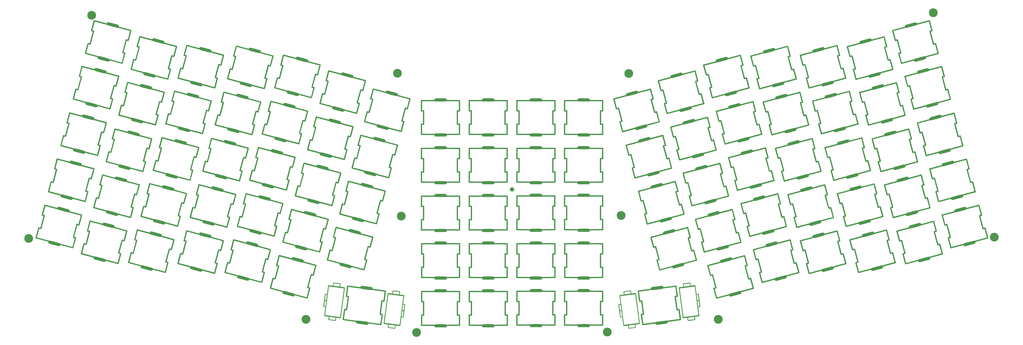
<source format=gts>
G04 #@! TF.GenerationSoftware,KiCad,Pcbnew,(5.1.10)-1*
G04 #@! TF.CreationDate,2021-10-09T15:14:34+01:00*
G04 #@! TF.ProjectId,superlyra-hs-plate,73757065-726c-4797-9261-2d68732d706c,0.1*
G04 #@! TF.SameCoordinates,Original*
G04 #@! TF.FileFunction,Soldermask,Top*
G04 #@! TF.FilePolarity,Negative*
%FSLAX46Y46*%
G04 Gerber Fmt 4.6, Leading zero omitted, Abs format (unit mm)*
G04 Created by KiCad (PCBNEW (5.1.10)-1) date 2021-10-09 15:14:34*
%MOMM*%
%LPD*%
G01*
G04 APERTURE LIST*
%ADD10C,3.500000*%
%ADD11O,1.333500X0.508000*%
%ADD12O,5.080000X1.270000*%
%ADD13O,0.508000X5.842000*%
%ADD14O,0.508000X4.572000*%
%ADD15O,15.595600X0.508000*%
%ADD16C,1.752600*%
G04 APERTURE END LIST*
D10*
G04 #@! TO.C,H1*
X42545000Y-60833000D03*
G04 #@! TD*
G04 #@! TO.C,H5*
X127889000Y-182118000D03*
G04 #@! TD*
G04 #@! TO.C,H7*
X165862000Y-140970000D03*
G04 #@! TD*
G04 #@! TO.C,H8*
X17526000Y-149860000D03*
G04 #@! TD*
G04 #@! TO.C,H9*
X171958000Y-187325000D03*
G04 #@! TD*
G04 #@! TO.C,H10*
X164338000Y-83947000D03*
G04 #@! TD*
G04 #@! TO.C,H11*
X256413000Y-84074000D03*
G04 #@! TD*
G04 #@! TO.C,H12*
X253365000Y-140716000D03*
G04 #@! TD*
G04 #@! TO.C,H13*
X401955000Y-149352000D03*
G04 #@! TD*
G04 #@! TO.C,H15*
X247904000Y-187198000D03*
G04 #@! TD*
G04 #@! TO.C,H16*
X292100000Y-182118000D03*
G04 #@! TD*
G04 #@! TO.C,H20*
X377698000Y-59817000D03*
G04 #@! TD*
G04 #@! TO.C,SW1*
G36*
G01*
X43379045Y-62973597D02*
X43379045Y-62973597D01*
G75*
G02*
X43690130Y-62793992I245345J-65740D01*
G01*
X58263632Y-66698950D01*
G75*
G02*
X58443237Y-67010035I-65740J-245345D01*
G01*
X58443237Y-67010035D01*
G75*
G02*
X58132152Y-67189640I-245345J65740D01*
G01*
X43558650Y-63284682D01*
G75*
G02*
X43379045Y-62973597I65740J245345D01*
G01*
G37*
G36*
G01*
X39894823Y-75976891D02*
X39894823Y-75976891D01*
G75*
G02*
X40205908Y-75797286I245345J-65740D01*
G01*
X54779410Y-79702244D01*
G75*
G02*
X54959015Y-80013329I-65740J-245345D01*
G01*
X54959015Y-80013329D01*
G75*
G02*
X54647930Y-80192934I-245345J65740D01*
G01*
X40074428Y-76287976D01*
G75*
G02*
X39894823Y-75976891I65740J245345D01*
G01*
G37*
G36*
G01*
X42314937Y-66895832D02*
X43366777Y-62970310D01*
G75*
G02*
X43677862Y-62790705I245345J-65740D01*
G01*
X43677862Y-62790705D01*
G75*
G02*
X43857467Y-63101790I-65740J-245345D01*
G01*
X42805627Y-67027312D01*
G75*
G02*
X42494542Y-67206917I-245345J65740D01*
G01*
X42494542Y-67206917D01*
G75*
G02*
X42314937Y-66895832I65740J245345D01*
G01*
G37*
G36*
G01*
X56912974Y-70807365D02*
X57964814Y-66881843D01*
G75*
G02*
X58275899Y-66702238I245345J-65740D01*
G01*
X58275899Y-66702238D01*
G75*
G02*
X58455504Y-67013323I-65740J-245345D01*
G01*
X57403664Y-70938845D01*
G75*
G02*
X57092579Y-71118450I-245345J65740D01*
G01*
X57092579Y-71118450D01*
G75*
G02*
X56912974Y-70807365I65740J245345D01*
G01*
G37*
G36*
G01*
X54480593Y-79885136D02*
X55532433Y-75959614D01*
G75*
G02*
X55843518Y-75780009I245345J-65740D01*
G01*
X55843518Y-75780009D01*
G75*
G02*
X56023123Y-76091094I-65740J-245345D01*
G01*
X54971283Y-80016616D01*
G75*
G02*
X54660198Y-80196221I-245345J65740D01*
G01*
X54660198Y-80196221D01*
G75*
G02*
X54480593Y-79885136I65740J245345D01*
G01*
G37*
G36*
G01*
X39882556Y-75973603D02*
X40934396Y-72048081D01*
G75*
G02*
X41245481Y-71868476I245345J-65740D01*
G01*
X41245481Y-71868476D01*
G75*
G02*
X41425086Y-72179561I-65740J-245345D01*
G01*
X40373246Y-76105083D01*
G75*
G02*
X40062161Y-76284688I-245345J65740D01*
G01*
X40062161Y-76284688D01*
G75*
G02*
X39882556Y-75973603I65740J245345D01*
G01*
G37*
G36*
G01*
X54735062Y-75745958D02*
X56115602Y-70593710D01*
G75*
G02*
X56426687Y-70414105I245345J-65740D01*
G01*
X56426687Y-70414105D01*
G75*
G02*
X56606292Y-70725190I-65740J-245345D01*
G01*
X55225752Y-75877438D01*
G75*
G02*
X54914667Y-76057043I-245345J65740D01*
G01*
X54914667Y-76057043D01*
G75*
G02*
X54735062Y-75745958I65740J245345D01*
G01*
G37*
G36*
G01*
X41731768Y-72261736D02*
X43112308Y-67109488D01*
G75*
G02*
X43423393Y-66929883I245345J-65740D01*
G01*
X43423393Y-66929883D01*
G75*
G02*
X43602998Y-67240968I-65740J-245345D01*
G01*
X42222458Y-72393216D01*
G75*
G02*
X41911373Y-72572821I-245345J65740D01*
G01*
X41911373Y-72572821D01*
G75*
G02*
X41731768Y-72261736I65740J245345D01*
G01*
G37*
G36*
G01*
X48523429Y-64089071D02*
X48523429Y-64089071D01*
G75*
G02*
X49301142Y-63640058I613363J-164350D01*
G01*
X52981320Y-64626158D01*
G75*
G02*
X53430333Y-65403871I-164350J-613363D01*
G01*
X53430333Y-65403871D01*
G75*
G02*
X52652620Y-65852884I-613363J164350D01*
G01*
X48972442Y-64866784D01*
G75*
G02*
X48523429Y-64089071I164350J613363D01*
G01*
G37*
G36*
G01*
X44907727Y-77583055D02*
X44907727Y-77583055D01*
G75*
G02*
X45685440Y-77134042I613363J-164350D01*
G01*
X49365618Y-78120142D01*
G75*
G02*
X49814631Y-78897855I-164350J-613363D01*
G01*
X49814631Y-78897855D01*
G75*
G02*
X49036918Y-79346868I-613363J164350D01*
G01*
X45356740Y-78360768D01*
G75*
G02*
X44907727Y-77583055I164350J613363D01*
G01*
G37*
G36*
G01*
X42314937Y-66895832D02*
X42314937Y-66895832D01*
G75*
G02*
X42626022Y-66716227I245345J-65740D01*
G01*
X43423394Y-66929883D01*
G75*
G02*
X43602999Y-67240968I-65740J-245345D01*
G01*
X43602999Y-67240968D01*
G75*
G02*
X43291914Y-67420573I-245345J65740D01*
G01*
X42494542Y-67206917D01*
G75*
G02*
X42314937Y-66895832I65740J245345D01*
G01*
G37*
G36*
G01*
X56115602Y-70593709D02*
X56115602Y-70593709D01*
G75*
G02*
X56426687Y-70414104I245345J-65740D01*
G01*
X57224059Y-70627760D01*
G75*
G02*
X57403664Y-70938845I-65740J-245345D01*
G01*
X57403664Y-70938845D01*
G75*
G02*
X57092579Y-71118450I-245345J65740D01*
G01*
X56295207Y-70904794D01*
G75*
G02*
X56115602Y-70593709I65740J245345D01*
G01*
G37*
G36*
G01*
X40934396Y-72048081D02*
X40934396Y-72048081D01*
G75*
G02*
X41245481Y-71868476I245345J-65740D01*
G01*
X42042853Y-72082132D01*
G75*
G02*
X42222458Y-72393217I-65740J-245345D01*
G01*
X42222458Y-72393217D01*
G75*
G02*
X41911373Y-72572822I-245345J65740D01*
G01*
X41114001Y-72359166D01*
G75*
G02*
X40934396Y-72048081I65740J245345D01*
G01*
G37*
G36*
G01*
X54735061Y-75745958D02*
X54735061Y-75745958D01*
G75*
G02*
X55046146Y-75566353I245345J-65740D01*
G01*
X55843518Y-75780009D01*
G75*
G02*
X56023123Y-76091094I-65740J-245345D01*
G01*
X56023123Y-76091094D01*
G75*
G02*
X55712038Y-76270699I-245345J65740D01*
G01*
X54914666Y-76057043D01*
G75*
G02*
X54735061Y-75745958I65740J245345D01*
G01*
G37*
G04 #@! TD*
G04 #@! TO.C,SW2*
G36*
G01*
X72893060Y-82101529D02*
X72893060Y-82101529D01*
G75*
G02*
X73204145Y-81921924I245345J-65740D01*
G01*
X74001517Y-82135580D01*
G75*
G02*
X74181122Y-82446665I-65740J-245345D01*
G01*
X74181122Y-82446665D01*
G75*
G02*
X73870037Y-82626270I-245345J65740D01*
G01*
X73072665Y-82412614D01*
G75*
G02*
X72893060Y-82101529I65740J245345D01*
G01*
G37*
G36*
G01*
X59092395Y-78403652D02*
X59092395Y-78403652D01*
G75*
G02*
X59403480Y-78224047I245345J-65740D01*
G01*
X60200852Y-78437703D01*
G75*
G02*
X60380457Y-78748788I-65740J-245345D01*
G01*
X60380457Y-78748788D01*
G75*
G02*
X60069372Y-78928393I-245345J65740D01*
G01*
X59272000Y-78714737D01*
G75*
G02*
X59092395Y-78403652I65740J245345D01*
G01*
G37*
G36*
G01*
X74273601Y-76949280D02*
X74273601Y-76949280D01*
G75*
G02*
X74584686Y-76769675I245345J-65740D01*
G01*
X75382058Y-76983331D01*
G75*
G02*
X75561663Y-77294416I-65740J-245345D01*
G01*
X75561663Y-77294416D01*
G75*
G02*
X75250578Y-77474021I-245345J65740D01*
G01*
X74453206Y-77260365D01*
G75*
G02*
X74273601Y-76949280I65740J245345D01*
G01*
G37*
G36*
G01*
X60472936Y-73251403D02*
X60472936Y-73251403D01*
G75*
G02*
X60784021Y-73071798I245345J-65740D01*
G01*
X61581393Y-73285454D01*
G75*
G02*
X61760998Y-73596539I-65740J-245345D01*
G01*
X61760998Y-73596539D01*
G75*
G02*
X61449913Y-73776144I-245345J65740D01*
G01*
X60652541Y-73562488D01*
G75*
G02*
X60472936Y-73251403I65740J245345D01*
G01*
G37*
G36*
G01*
X63065726Y-83938626D02*
X63065726Y-83938626D01*
G75*
G02*
X63843439Y-83489613I613363J-164350D01*
G01*
X67523617Y-84475713D01*
G75*
G02*
X67972630Y-85253426I-164350J-613363D01*
G01*
X67972630Y-85253426D01*
G75*
G02*
X67194917Y-85702439I-613363J164350D01*
G01*
X63514739Y-84716339D01*
G75*
G02*
X63065726Y-83938626I164350J613363D01*
G01*
G37*
G36*
G01*
X66681428Y-70444642D02*
X66681428Y-70444642D01*
G75*
G02*
X67459141Y-69995629I613363J-164350D01*
G01*
X71139319Y-70981729D01*
G75*
G02*
X71588332Y-71759442I-164350J-613363D01*
G01*
X71588332Y-71759442D01*
G75*
G02*
X70810619Y-72208455I-613363J164350D01*
G01*
X67130441Y-71222355D01*
G75*
G02*
X66681428Y-70444642I164350J613363D01*
G01*
G37*
G36*
G01*
X59889767Y-78617307D02*
X61270307Y-73465059D01*
G75*
G02*
X61581392Y-73285454I245345J-65740D01*
G01*
X61581392Y-73285454D01*
G75*
G02*
X61760997Y-73596539I-65740J-245345D01*
G01*
X60380457Y-78748787D01*
G75*
G02*
X60069372Y-78928392I-245345J65740D01*
G01*
X60069372Y-78928392D01*
G75*
G02*
X59889767Y-78617307I65740J245345D01*
G01*
G37*
G36*
G01*
X72893061Y-82101529D02*
X74273601Y-76949281D01*
G75*
G02*
X74584686Y-76769676I245345J-65740D01*
G01*
X74584686Y-76769676D01*
G75*
G02*
X74764291Y-77080761I-65740J-245345D01*
G01*
X73383751Y-82233009D01*
G75*
G02*
X73072666Y-82412614I-245345J65740D01*
G01*
X73072666Y-82412614D01*
G75*
G02*
X72893061Y-82101529I65740J245345D01*
G01*
G37*
G36*
G01*
X58040555Y-82329174D02*
X59092395Y-78403652D01*
G75*
G02*
X59403480Y-78224047I245345J-65740D01*
G01*
X59403480Y-78224047D01*
G75*
G02*
X59583085Y-78535132I-65740J-245345D01*
G01*
X58531245Y-82460654D01*
G75*
G02*
X58220160Y-82640259I-245345J65740D01*
G01*
X58220160Y-82640259D01*
G75*
G02*
X58040555Y-82329174I65740J245345D01*
G01*
G37*
G36*
G01*
X72638592Y-86240707D02*
X73690432Y-82315185D01*
G75*
G02*
X74001517Y-82135580I245345J-65740D01*
G01*
X74001517Y-82135580D01*
G75*
G02*
X74181122Y-82446665I-65740J-245345D01*
G01*
X73129282Y-86372187D01*
G75*
G02*
X72818197Y-86551792I-245345J65740D01*
G01*
X72818197Y-86551792D01*
G75*
G02*
X72638592Y-86240707I65740J245345D01*
G01*
G37*
G36*
G01*
X75070973Y-77162936D02*
X76122813Y-73237414D01*
G75*
G02*
X76433898Y-73057809I245345J-65740D01*
G01*
X76433898Y-73057809D01*
G75*
G02*
X76613503Y-73368894I-65740J-245345D01*
G01*
X75561663Y-77294416D01*
G75*
G02*
X75250578Y-77474021I-245345J65740D01*
G01*
X75250578Y-77474021D01*
G75*
G02*
X75070973Y-77162936I65740J245345D01*
G01*
G37*
G36*
G01*
X60472936Y-73251403D02*
X61524776Y-69325881D01*
G75*
G02*
X61835861Y-69146276I245345J-65740D01*
G01*
X61835861Y-69146276D01*
G75*
G02*
X62015466Y-69457361I-65740J-245345D01*
G01*
X60963626Y-73382883D01*
G75*
G02*
X60652541Y-73562488I-245345J65740D01*
G01*
X60652541Y-73562488D01*
G75*
G02*
X60472936Y-73251403I65740J245345D01*
G01*
G37*
G36*
G01*
X58052822Y-82332462D02*
X58052822Y-82332462D01*
G75*
G02*
X58363907Y-82152857I245345J-65740D01*
G01*
X72937409Y-86057815D01*
G75*
G02*
X73117014Y-86368900I-65740J-245345D01*
G01*
X73117014Y-86368900D01*
G75*
G02*
X72805929Y-86548505I-245345J65740D01*
G01*
X58232427Y-82643547D01*
G75*
G02*
X58052822Y-82332462I65740J245345D01*
G01*
G37*
G36*
G01*
X61537044Y-69329168D02*
X61537044Y-69329168D01*
G75*
G02*
X61848129Y-69149563I245345J-65740D01*
G01*
X76421631Y-73054521D01*
G75*
G02*
X76601236Y-73365606I-65740J-245345D01*
G01*
X76601236Y-73365606D01*
G75*
G02*
X76290151Y-73545211I-245345J65740D01*
G01*
X61716649Y-69640253D01*
G75*
G02*
X61537044Y-69329168I65740J245345D01*
G01*
G37*
G04 #@! TD*
G04 #@! TO.C,SW3*
G36*
G01*
X80233568Y-72838426D02*
X80233568Y-72838426D01*
G75*
G02*
X80544653Y-72658821I245345J-65740D01*
G01*
X95118155Y-76563779D01*
G75*
G02*
X95297760Y-76874864I-65740J-245345D01*
G01*
X95297760Y-76874864D01*
G75*
G02*
X94986675Y-77054469I-245345J65740D01*
G01*
X80413173Y-73149511D01*
G75*
G02*
X80233568Y-72838426I65740J245345D01*
G01*
G37*
G36*
G01*
X76749346Y-85841720D02*
X76749346Y-85841720D01*
G75*
G02*
X77060431Y-85662115I245345J-65740D01*
G01*
X91633933Y-89567073D01*
G75*
G02*
X91813538Y-89878158I-65740J-245345D01*
G01*
X91813538Y-89878158D01*
G75*
G02*
X91502453Y-90057763I-245345J65740D01*
G01*
X76928951Y-86152805D01*
G75*
G02*
X76749346Y-85841720I65740J245345D01*
G01*
G37*
G36*
G01*
X79169460Y-76760661D02*
X80221300Y-72835139D01*
G75*
G02*
X80532385Y-72655534I245345J-65740D01*
G01*
X80532385Y-72655534D01*
G75*
G02*
X80711990Y-72966619I-65740J-245345D01*
G01*
X79660150Y-76892141D01*
G75*
G02*
X79349065Y-77071746I-245345J65740D01*
G01*
X79349065Y-77071746D01*
G75*
G02*
X79169460Y-76760661I65740J245345D01*
G01*
G37*
G36*
G01*
X93767497Y-80672194D02*
X94819337Y-76746672D01*
G75*
G02*
X95130422Y-76567067I245345J-65740D01*
G01*
X95130422Y-76567067D01*
G75*
G02*
X95310027Y-76878152I-65740J-245345D01*
G01*
X94258187Y-80803674D01*
G75*
G02*
X93947102Y-80983279I-245345J65740D01*
G01*
X93947102Y-80983279D01*
G75*
G02*
X93767497Y-80672194I65740J245345D01*
G01*
G37*
G36*
G01*
X91335116Y-89749965D02*
X92386956Y-85824443D01*
G75*
G02*
X92698041Y-85644838I245345J-65740D01*
G01*
X92698041Y-85644838D01*
G75*
G02*
X92877646Y-85955923I-65740J-245345D01*
G01*
X91825806Y-89881445D01*
G75*
G02*
X91514721Y-90061050I-245345J65740D01*
G01*
X91514721Y-90061050D01*
G75*
G02*
X91335116Y-89749965I65740J245345D01*
G01*
G37*
G36*
G01*
X76737079Y-85838432D02*
X77788919Y-81912910D01*
G75*
G02*
X78100004Y-81733305I245345J-65740D01*
G01*
X78100004Y-81733305D01*
G75*
G02*
X78279609Y-82044390I-65740J-245345D01*
G01*
X77227769Y-85969912D01*
G75*
G02*
X76916684Y-86149517I-245345J65740D01*
G01*
X76916684Y-86149517D01*
G75*
G02*
X76737079Y-85838432I65740J245345D01*
G01*
G37*
G36*
G01*
X91589585Y-85610787D02*
X92970125Y-80458539D01*
G75*
G02*
X93281210Y-80278934I245345J-65740D01*
G01*
X93281210Y-80278934D01*
G75*
G02*
X93460815Y-80590019I-65740J-245345D01*
G01*
X92080275Y-85742267D01*
G75*
G02*
X91769190Y-85921872I-245345J65740D01*
G01*
X91769190Y-85921872D01*
G75*
G02*
X91589585Y-85610787I65740J245345D01*
G01*
G37*
G36*
G01*
X78586291Y-82126565D02*
X79966831Y-76974317D01*
G75*
G02*
X80277916Y-76794712I245345J-65740D01*
G01*
X80277916Y-76794712D01*
G75*
G02*
X80457521Y-77105797I-65740J-245345D01*
G01*
X79076981Y-82258045D01*
G75*
G02*
X78765896Y-82437650I-245345J65740D01*
G01*
X78765896Y-82437650D01*
G75*
G02*
X78586291Y-82126565I65740J245345D01*
G01*
G37*
G36*
G01*
X85377952Y-73953900D02*
X85377952Y-73953900D01*
G75*
G02*
X86155665Y-73504887I613363J-164350D01*
G01*
X89835843Y-74490987D01*
G75*
G02*
X90284856Y-75268700I-164350J-613363D01*
G01*
X90284856Y-75268700D01*
G75*
G02*
X89507143Y-75717713I-613363J164350D01*
G01*
X85826965Y-74731613D01*
G75*
G02*
X85377952Y-73953900I164350J613363D01*
G01*
G37*
G36*
G01*
X81762250Y-87447884D02*
X81762250Y-87447884D01*
G75*
G02*
X82539963Y-86998871I613363J-164350D01*
G01*
X86220141Y-87984971D01*
G75*
G02*
X86669154Y-88762684I-164350J-613363D01*
G01*
X86669154Y-88762684D01*
G75*
G02*
X85891441Y-89211697I-613363J164350D01*
G01*
X82211263Y-88225597D01*
G75*
G02*
X81762250Y-87447884I164350J613363D01*
G01*
G37*
G36*
G01*
X79169460Y-76760661D02*
X79169460Y-76760661D01*
G75*
G02*
X79480545Y-76581056I245345J-65740D01*
G01*
X80277917Y-76794712D01*
G75*
G02*
X80457522Y-77105797I-65740J-245345D01*
G01*
X80457522Y-77105797D01*
G75*
G02*
X80146437Y-77285402I-245345J65740D01*
G01*
X79349065Y-77071746D01*
G75*
G02*
X79169460Y-76760661I65740J245345D01*
G01*
G37*
G36*
G01*
X92970125Y-80458538D02*
X92970125Y-80458538D01*
G75*
G02*
X93281210Y-80278933I245345J-65740D01*
G01*
X94078582Y-80492589D01*
G75*
G02*
X94258187Y-80803674I-65740J-245345D01*
G01*
X94258187Y-80803674D01*
G75*
G02*
X93947102Y-80983279I-245345J65740D01*
G01*
X93149730Y-80769623D01*
G75*
G02*
X92970125Y-80458538I65740J245345D01*
G01*
G37*
G36*
G01*
X77788919Y-81912910D02*
X77788919Y-81912910D01*
G75*
G02*
X78100004Y-81733305I245345J-65740D01*
G01*
X78897376Y-81946961D01*
G75*
G02*
X79076981Y-82258046I-65740J-245345D01*
G01*
X79076981Y-82258046D01*
G75*
G02*
X78765896Y-82437651I-245345J65740D01*
G01*
X77968524Y-82223995D01*
G75*
G02*
X77788919Y-81912910I65740J245345D01*
G01*
G37*
G36*
G01*
X91589584Y-85610787D02*
X91589584Y-85610787D01*
G75*
G02*
X91900669Y-85431182I245345J-65740D01*
G01*
X92698041Y-85644838D01*
G75*
G02*
X92877646Y-85955923I-65740J-245345D01*
G01*
X92877646Y-85955923D01*
G75*
G02*
X92566561Y-86135528I-245345J65740D01*
G01*
X91769189Y-85921872D01*
G75*
G02*
X91589584Y-85610787I65740J245345D01*
G01*
G37*
G04 #@! TD*
G04 #@! TO.C,SW4*
G36*
G01*
X111300747Y-85879996D02*
X111300747Y-85879996D01*
G75*
G02*
X111611832Y-85700391I245345J-65740D01*
G01*
X112409204Y-85914047D01*
G75*
G02*
X112588809Y-86225132I-65740J-245345D01*
G01*
X112588809Y-86225132D01*
G75*
G02*
X112277724Y-86404737I-245345J65740D01*
G01*
X111480352Y-86191081D01*
G75*
G02*
X111300747Y-85879996I65740J245345D01*
G01*
G37*
G36*
G01*
X97500082Y-82182119D02*
X97500082Y-82182119D01*
G75*
G02*
X97811167Y-82002514I245345J-65740D01*
G01*
X98608539Y-82216170D01*
G75*
G02*
X98788144Y-82527255I-65740J-245345D01*
G01*
X98788144Y-82527255D01*
G75*
G02*
X98477059Y-82706860I-245345J65740D01*
G01*
X97679687Y-82493204D01*
G75*
G02*
X97500082Y-82182119I65740J245345D01*
G01*
G37*
G36*
G01*
X112681288Y-80727747D02*
X112681288Y-80727747D01*
G75*
G02*
X112992373Y-80548142I245345J-65740D01*
G01*
X113789745Y-80761798D01*
G75*
G02*
X113969350Y-81072883I-65740J-245345D01*
G01*
X113969350Y-81072883D01*
G75*
G02*
X113658265Y-81252488I-245345J65740D01*
G01*
X112860893Y-81038832D01*
G75*
G02*
X112681288Y-80727747I65740J245345D01*
G01*
G37*
G36*
G01*
X98880623Y-77029870D02*
X98880623Y-77029870D01*
G75*
G02*
X99191708Y-76850265I245345J-65740D01*
G01*
X99989080Y-77063921D01*
G75*
G02*
X100168685Y-77375006I-65740J-245345D01*
G01*
X100168685Y-77375006D01*
G75*
G02*
X99857600Y-77554611I-245345J65740D01*
G01*
X99060228Y-77340955D01*
G75*
G02*
X98880623Y-77029870I65740J245345D01*
G01*
G37*
G36*
G01*
X101473413Y-87717093D02*
X101473413Y-87717093D01*
G75*
G02*
X102251126Y-87268080I613363J-164350D01*
G01*
X105931304Y-88254180D01*
G75*
G02*
X106380317Y-89031893I-164350J-613363D01*
G01*
X106380317Y-89031893D01*
G75*
G02*
X105602604Y-89480906I-613363J164350D01*
G01*
X101922426Y-88494806D01*
G75*
G02*
X101473413Y-87717093I164350J613363D01*
G01*
G37*
G36*
G01*
X105089115Y-74223109D02*
X105089115Y-74223109D01*
G75*
G02*
X105866828Y-73774096I613363J-164350D01*
G01*
X109547006Y-74760196D01*
G75*
G02*
X109996019Y-75537909I-164350J-613363D01*
G01*
X109996019Y-75537909D01*
G75*
G02*
X109218306Y-75986922I-613363J164350D01*
G01*
X105538128Y-75000822D01*
G75*
G02*
X105089115Y-74223109I164350J613363D01*
G01*
G37*
G36*
G01*
X98297454Y-82395774D02*
X99677994Y-77243526D01*
G75*
G02*
X99989079Y-77063921I245345J-65740D01*
G01*
X99989079Y-77063921D01*
G75*
G02*
X100168684Y-77375006I-65740J-245345D01*
G01*
X98788144Y-82527254D01*
G75*
G02*
X98477059Y-82706859I-245345J65740D01*
G01*
X98477059Y-82706859D01*
G75*
G02*
X98297454Y-82395774I65740J245345D01*
G01*
G37*
G36*
G01*
X111300748Y-85879996D02*
X112681288Y-80727748D01*
G75*
G02*
X112992373Y-80548143I245345J-65740D01*
G01*
X112992373Y-80548143D01*
G75*
G02*
X113171978Y-80859228I-65740J-245345D01*
G01*
X111791438Y-86011476D01*
G75*
G02*
X111480353Y-86191081I-245345J65740D01*
G01*
X111480353Y-86191081D01*
G75*
G02*
X111300748Y-85879996I65740J245345D01*
G01*
G37*
G36*
G01*
X96448242Y-86107641D02*
X97500082Y-82182119D01*
G75*
G02*
X97811167Y-82002514I245345J-65740D01*
G01*
X97811167Y-82002514D01*
G75*
G02*
X97990772Y-82313599I-65740J-245345D01*
G01*
X96938932Y-86239121D01*
G75*
G02*
X96627847Y-86418726I-245345J65740D01*
G01*
X96627847Y-86418726D01*
G75*
G02*
X96448242Y-86107641I65740J245345D01*
G01*
G37*
G36*
G01*
X111046279Y-90019174D02*
X112098119Y-86093652D01*
G75*
G02*
X112409204Y-85914047I245345J-65740D01*
G01*
X112409204Y-85914047D01*
G75*
G02*
X112588809Y-86225132I-65740J-245345D01*
G01*
X111536969Y-90150654D01*
G75*
G02*
X111225884Y-90330259I-245345J65740D01*
G01*
X111225884Y-90330259D01*
G75*
G02*
X111046279Y-90019174I65740J245345D01*
G01*
G37*
G36*
G01*
X113478660Y-80941403D02*
X114530500Y-77015881D01*
G75*
G02*
X114841585Y-76836276I245345J-65740D01*
G01*
X114841585Y-76836276D01*
G75*
G02*
X115021190Y-77147361I-65740J-245345D01*
G01*
X113969350Y-81072883D01*
G75*
G02*
X113658265Y-81252488I-245345J65740D01*
G01*
X113658265Y-81252488D01*
G75*
G02*
X113478660Y-80941403I65740J245345D01*
G01*
G37*
G36*
G01*
X98880623Y-77029870D02*
X99932463Y-73104348D01*
G75*
G02*
X100243548Y-72924743I245345J-65740D01*
G01*
X100243548Y-72924743D01*
G75*
G02*
X100423153Y-73235828I-65740J-245345D01*
G01*
X99371313Y-77161350D01*
G75*
G02*
X99060228Y-77340955I-245345J65740D01*
G01*
X99060228Y-77340955D01*
G75*
G02*
X98880623Y-77029870I65740J245345D01*
G01*
G37*
G36*
G01*
X96460509Y-86110929D02*
X96460509Y-86110929D01*
G75*
G02*
X96771594Y-85931324I245345J-65740D01*
G01*
X111345096Y-89836282D01*
G75*
G02*
X111524701Y-90147367I-65740J-245345D01*
G01*
X111524701Y-90147367D01*
G75*
G02*
X111213616Y-90326972I-245345J65740D01*
G01*
X96640114Y-86422014D01*
G75*
G02*
X96460509Y-86110929I65740J245345D01*
G01*
G37*
G36*
G01*
X99944731Y-73107635D02*
X99944731Y-73107635D01*
G75*
G02*
X100255816Y-72928030I245345J-65740D01*
G01*
X114829318Y-76832988D01*
G75*
G02*
X115008923Y-77144073I-65740J-245345D01*
G01*
X115008923Y-77144073D01*
G75*
G02*
X114697838Y-77323678I-245345J65740D01*
G01*
X100124336Y-73418720D01*
G75*
G02*
X99944731Y-73107635I65740J245345D01*
G01*
G37*
G04 #@! TD*
G04 #@! TO.C,SW5*
G36*
G01*
X118717275Y-76713334D02*
X118717275Y-76713334D01*
G75*
G02*
X119028360Y-76533729I245345J-65740D01*
G01*
X133601862Y-80438687D01*
G75*
G02*
X133781467Y-80749772I-65740J-245345D01*
G01*
X133781467Y-80749772D01*
G75*
G02*
X133470382Y-80929377I-245345J65740D01*
G01*
X118896880Y-77024419D01*
G75*
G02*
X118717275Y-76713334I65740J245345D01*
G01*
G37*
G36*
G01*
X115233053Y-89716628D02*
X115233053Y-89716628D01*
G75*
G02*
X115544138Y-89537023I245345J-65740D01*
G01*
X130117640Y-93441981D01*
G75*
G02*
X130297245Y-93753066I-65740J-245345D01*
G01*
X130297245Y-93753066D01*
G75*
G02*
X129986160Y-93932671I-245345J65740D01*
G01*
X115412658Y-90027713D01*
G75*
G02*
X115233053Y-89716628I65740J245345D01*
G01*
G37*
G36*
G01*
X117653167Y-80635569D02*
X118705007Y-76710047D01*
G75*
G02*
X119016092Y-76530442I245345J-65740D01*
G01*
X119016092Y-76530442D01*
G75*
G02*
X119195697Y-76841527I-65740J-245345D01*
G01*
X118143857Y-80767049D01*
G75*
G02*
X117832772Y-80946654I-245345J65740D01*
G01*
X117832772Y-80946654D01*
G75*
G02*
X117653167Y-80635569I65740J245345D01*
G01*
G37*
G36*
G01*
X132251204Y-84547102D02*
X133303044Y-80621580D01*
G75*
G02*
X133614129Y-80441975I245345J-65740D01*
G01*
X133614129Y-80441975D01*
G75*
G02*
X133793734Y-80753060I-65740J-245345D01*
G01*
X132741894Y-84678582D01*
G75*
G02*
X132430809Y-84858187I-245345J65740D01*
G01*
X132430809Y-84858187D01*
G75*
G02*
X132251204Y-84547102I65740J245345D01*
G01*
G37*
G36*
G01*
X129818823Y-93624873D02*
X130870663Y-89699351D01*
G75*
G02*
X131181748Y-89519746I245345J-65740D01*
G01*
X131181748Y-89519746D01*
G75*
G02*
X131361353Y-89830831I-65740J-245345D01*
G01*
X130309513Y-93756353D01*
G75*
G02*
X129998428Y-93935958I-245345J65740D01*
G01*
X129998428Y-93935958D01*
G75*
G02*
X129818823Y-93624873I65740J245345D01*
G01*
G37*
G36*
G01*
X115220786Y-89713340D02*
X116272626Y-85787818D01*
G75*
G02*
X116583711Y-85608213I245345J-65740D01*
G01*
X116583711Y-85608213D01*
G75*
G02*
X116763316Y-85919298I-65740J-245345D01*
G01*
X115711476Y-89844820D01*
G75*
G02*
X115400391Y-90024425I-245345J65740D01*
G01*
X115400391Y-90024425D01*
G75*
G02*
X115220786Y-89713340I65740J245345D01*
G01*
G37*
G36*
G01*
X130073292Y-89485695D02*
X131453832Y-84333447D01*
G75*
G02*
X131764917Y-84153842I245345J-65740D01*
G01*
X131764917Y-84153842D01*
G75*
G02*
X131944522Y-84464927I-65740J-245345D01*
G01*
X130563982Y-89617175D01*
G75*
G02*
X130252897Y-89796780I-245345J65740D01*
G01*
X130252897Y-89796780D01*
G75*
G02*
X130073292Y-89485695I65740J245345D01*
G01*
G37*
G36*
G01*
X117069998Y-86001473D02*
X118450538Y-80849225D01*
G75*
G02*
X118761623Y-80669620I245345J-65740D01*
G01*
X118761623Y-80669620D01*
G75*
G02*
X118941228Y-80980705I-65740J-245345D01*
G01*
X117560688Y-86132953D01*
G75*
G02*
X117249603Y-86312558I-245345J65740D01*
G01*
X117249603Y-86312558D01*
G75*
G02*
X117069998Y-86001473I65740J245345D01*
G01*
G37*
G36*
G01*
X123861659Y-77828808D02*
X123861659Y-77828808D01*
G75*
G02*
X124639372Y-77379795I613363J-164350D01*
G01*
X128319550Y-78365895D01*
G75*
G02*
X128768563Y-79143608I-164350J-613363D01*
G01*
X128768563Y-79143608D01*
G75*
G02*
X127990850Y-79592621I-613363J164350D01*
G01*
X124310672Y-78606521D01*
G75*
G02*
X123861659Y-77828808I164350J613363D01*
G01*
G37*
G36*
G01*
X120245957Y-91322792D02*
X120245957Y-91322792D01*
G75*
G02*
X121023670Y-90873779I613363J-164350D01*
G01*
X124703848Y-91859879D01*
G75*
G02*
X125152861Y-92637592I-164350J-613363D01*
G01*
X125152861Y-92637592D01*
G75*
G02*
X124375148Y-93086605I-613363J164350D01*
G01*
X120694970Y-92100505D01*
G75*
G02*
X120245957Y-91322792I164350J613363D01*
G01*
G37*
G36*
G01*
X117653167Y-80635569D02*
X117653167Y-80635569D01*
G75*
G02*
X117964252Y-80455964I245345J-65740D01*
G01*
X118761624Y-80669620D01*
G75*
G02*
X118941229Y-80980705I-65740J-245345D01*
G01*
X118941229Y-80980705D01*
G75*
G02*
X118630144Y-81160310I-245345J65740D01*
G01*
X117832772Y-80946654D01*
G75*
G02*
X117653167Y-80635569I65740J245345D01*
G01*
G37*
G36*
G01*
X131453832Y-84333446D02*
X131453832Y-84333446D01*
G75*
G02*
X131764917Y-84153841I245345J-65740D01*
G01*
X132562289Y-84367497D01*
G75*
G02*
X132741894Y-84678582I-65740J-245345D01*
G01*
X132741894Y-84678582D01*
G75*
G02*
X132430809Y-84858187I-245345J65740D01*
G01*
X131633437Y-84644531D01*
G75*
G02*
X131453832Y-84333446I65740J245345D01*
G01*
G37*
G36*
G01*
X116272626Y-85787818D02*
X116272626Y-85787818D01*
G75*
G02*
X116583711Y-85608213I245345J-65740D01*
G01*
X117381083Y-85821869D01*
G75*
G02*
X117560688Y-86132954I-65740J-245345D01*
G01*
X117560688Y-86132954D01*
G75*
G02*
X117249603Y-86312559I-245345J65740D01*
G01*
X116452231Y-86098903D01*
G75*
G02*
X116272626Y-85787818I65740J245345D01*
G01*
G37*
G36*
G01*
X130073291Y-89485695D02*
X130073291Y-89485695D01*
G75*
G02*
X130384376Y-89306090I245345J-65740D01*
G01*
X131181748Y-89519746D01*
G75*
G02*
X131361353Y-89830831I-65740J-245345D01*
G01*
X131361353Y-89830831D01*
G75*
G02*
X131050268Y-90010436I-245345J65740D01*
G01*
X130252896Y-89796780D01*
G75*
G02*
X130073291Y-89485695I65740J245345D01*
G01*
G37*
G04 #@! TD*
G04 #@! TO.C,SW6*
G36*
G01*
X148097833Y-95739114D02*
X148097833Y-95739114D01*
G75*
G02*
X148408918Y-95559509I245345J-65740D01*
G01*
X149206290Y-95773165D01*
G75*
G02*
X149385895Y-96084250I-65740J-245345D01*
G01*
X149385895Y-96084250D01*
G75*
G02*
X149074810Y-96263855I-245345J65740D01*
G01*
X148277438Y-96050199D01*
G75*
G02*
X148097833Y-95739114I65740J245345D01*
G01*
G37*
G36*
G01*
X134297168Y-92041237D02*
X134297168Y-92041237D01*
G75*
G02*
X134608253Y-91861632I245345J-65740D01*
G01*
X135405625Y-92075288D01*
G75*
G02*
X135585230Y-92386373I-65740J-245345D01*
G01*
X135585230Y-92386373D01*
G75*
G02*
X135274145Y-92565978I-245345J65740D01*
G01*
X134476773Y-92352322D01*
G75*
G02*
X134297168Y-92041237I65740J245345D01*
G01*
G37*
G36*
G01*
X149478374Y-90586865D02*
X149478374Y-90586865D01*
G75*
G02*
X149789459Y-90407260I245345J-65740D01*
G01*
X150586831Y-90620916D01*
G75*
G02*
X150766436Y-90932001I-65740J-245345D01*
G01*
X150766436Y-90932001D01*
G75*
G02*
X150455351Y-91111606I-245345J65740D01*
G01*
X149657979Y-90897950D01*
G75*
G02*
X149478374Y-90586865I65740J245345D01*
G01*
G37*
G36*
G01*
X135677709Y-86888988D02*
X135677709Y-86888988D01*
G75*
G02*
X135988794Y-86709383I245345J-65740D01*
G01*
X136786166Y-86923039D01*
G75*
G02*
X136965771Y-87234124I-65740J-245345D01*
G01*
X136965771Y-87234124D01*
G75*
G02*
X136654686Y-87413729I-245345J65740D01*
G01*
X135857314Y-87200073D01*
G75*
G02*
X135677709Y-86888988I65740J245345D01*
G01*
G37*
G36*
G01*
X138270499Y-97576211D02*
X138270499Y-97576211D01*
G75*
G02*
X139048212Y-97127198I613363J-164350D01*
G01*
X142728390Y-98113298D01*
G75*
G02*
X143177403Y-98891011I-164350J-613363D01*
G01*
X143177403Y-98891011D01*
G75*
G02*
X142399690Y-99340024I-613363J164350D01*
G01*
X138719512Y-98353924D01*
G75*
G02*
X138270499Y-97576211I164350J613363D01*
G01*
G37*
G36*
G01*
X141886201Y-84082227D02*
X141886201Y-84082227D01*
G75*
G02*
X142663914Y-83633214I613363J-164350D01*
G01*
X146344092Y-84619314D01*
G75*
G02*
X146793105Y-85397027I-164350J-613363D01*
G01*
X146793105Y-85397027D01*
G75*
G02*
X146015392Y-85846040I-613363J164350D01*
G01*
X142335214Y-84859940D01*
G75*
G02*
X141886201Y-84082227I164350J613363D01*
G01*
G37*
G36*
G01*
X135094540Y-92254892D02*
X136475080Y-87102644D01*
G75*
G02*
X136786165Y-86923039I245345J-65740D01*
G01*
X136786165Y-86923039D01*
G75*
G02*
X136965770Y-87234124I-65740J-245345D01*
G01*
X135585230Y-92386372D01*
G75*
G02*
X135274145Y-92565977I-245345J65740D01*
G01*
X135274145Y-92565977D01*
G75*
G02*
X135094540Y-92254892I65740J245345D01*
G01*
G37*
G36*
G01*
X148097834Y-95739114D02*
X149478374Y-90586866D01*
G75*
G02*
X149789459Y-90407261I245345J-65740D01*
G01*
X149789459Y-90407261D01*
G75*
G02*
X149969064Y-90718346I-65740J-245345D01*
G01*
X148588524Y-95870594D01*
G75*
G02*
X148277439Y-96050199I-245345J65740D01*
G01*
X148277439Y-96050199D01*
G75*
G02*
X148097834Y-95739114I65740J245345D01*
G01*
G37*
G36*
G01*
X133245328Y-95966759D02*
X134297168Y-92041237D01*
G75*
G02*
X134608253Y-91861632I245345J-65740D01*
G01*
X134608253Y-91861632D01*
G75*
G02*
X134787858Y-92172717I-65740J-245345D01*
G01*
X133736018Y-96098239D01*
G75*
G02*
X133424933Y-96277844I-245345J65740D01*
G01*
X133424933Y-96277844D01*
G75*
G02*
X133245328Y-95966759I65740J245345D01*
G01*
G37*
G36*
G01*
X147843365Y-99878292D02*
X148895205Y-95952770D01*
G75*
G02*
X149206290Y-95773165I245345J-65740D01*
G01*
X149206290Y-95773165D01*
G75*
G02*
X149385895Y-96084250I-65740J-245345D01*
G01*
X148334055Y-100009772D01*
G75*
G02*
X148022970Y-100189377I-245345J65740D01*
G01*
X148022970Y-100189377D01*
G75*
G02*
X147843365Y-99878292I65740J245345D01*
G01*
G37*
G36*
G01*
X150275746Y-90800521D02*
X151327586Y-86874999D01*
G75*
G02*
X151638671Y-86695394I245345J-65740D01*
G01*
X151638671Y-86695394D01*
G75*
G02*
X151818276Y-87006479I-65740J-245345D01*
G01*
X150766436Y-90932001D01*
G75*
G02*
X150455351Y-91111606I-245345J65740D01*
G01*
X150455351Y-91111606D01*
G75*
G02*
X150275746Y-90800521I65740J245345D01*
G01*
G37*
G36*
G01*
X135677709Y-86888988D02*
X136729549Y-82963466D01*
G75*
G02*
X137040634Y-82783861I245345J-65740D01*
G01*
X137040634Y-82783861D01*
G75*
G02*
X137220239Y-83094946I-65740J-245345D01*
G01*
X136168399Y-87020468D01*
G75*
G02*
X135857314Y-87200073I-245345J65740D01*
G01*
X135857314Y-87200073D01*
G75*
G02*
X135677709Y-86888988I65740J245345D01*
G01*
G37*
G36*
G01*
X133257595Y-95970047D02*
X133257595Y-95970047D01*
G75*
G02*
X133568680Y-95790442I245345J-65740D01*
G01*
X148142182Y-99695400D01*
G75*
G02*
X148321787Y-100006485I-65740J-245345D01*
G01*
X148321787Y-100006485D01*
G75*
G02*
X148010702Y-100186090I-245345J65740D01*
G01*
X133437200Y-96281132D01*
G75*
G02*
X133257595Y-95970047I65740J245345D01*
G01*
G37*
G36*
G01*
X136741817Y-82966753D02*
X136741817Y-82966753D01*
G75*
G02*
X137052902Y-82787148I245345J-65740D01*
G01*
X151626404Y-86692106D01*
G75*
G02*
X151806009Y-87003191I-65740J-245345D01*
G01*
X151806009Y-87003191D01*
G75*
G02*
X151494924Y-87182796I-245345J65740D01*
G01*
X136921422Y-83277838D01*
G75*
G02*
X136741817Y-82966753I65740J245345D01*
G01*
G37*
G04 #@! TD*
G04 #@! TO.C,SW7*
G36*
G01*
X154482122Y-90215572D02*
X154482122Y-90215572D01*
G75*
G02*
X154793207Y-90035967I245345J-65740D01*
G01*
X169366709Y-93940925D01*
G75*
G02*
X169546314Y-94252010I-65740J-245345D01*
G01*
X169546314Y-94252010D01*
G75*
G02*
X169235229Y-94431615I-245345J65740D01*
G01*
X154661727Y-90526657D01*
G75*
G02*
X154482122Y-90215572I65740J245345D01*
G01*
G37*
G36*
G01*
X150997900Y-103218866D02*
X150997900Y-103218866D01*
G75*
G02*
X151308985Y-103039261I245345J-65740D01*
G01*
X165882487Y-106944219D01*
G75*
G02*
X166062092Y-107255304I-65740J-245345D01*
G01*
X166062092Y-107255304D01*
G75*
G02*
X165751007Y-107434909I-245345J65740D01*
G01*
X151177505Y-103529951D01*
G75*
G02*
X150997900Y-103218866I65740J245345D01*
G01*
G37*
G36*
G01*
X153418014Y-94137807D02*
X154469854Y-90212285D01*
G75*
G02*
X154780939Y-90032680I245345J-65740D01*
G01*
X154780939Y-90032680D01*
G75*
G02*
X154960544Y-90343765I-65740J-245345D01*
G01*
X153908704Y-94269287D01*
G75*
G02*
X153597619Y-94448892I-245345J65740D01*
G01*
X153597619Y-94448892D01*
G75*
G02*
X153418014Y-94137807I65740J245345D01*
G01*
G37*
G36*
G01*
X168016051Y-98049340D02*
X169067891Y-94123818D01*
G75*
G02*
X169378976Y-93944213I245345J-65740D01*
G01*
X169378976Y-93944213D01*
G75*
G02*
X169558581Y-94255298I-65740J-245345D01*
G01*
X168506741Y-98180820D01*
G75*
G02*
X168195656Y-98360425I-245345J65740D01*
G01*
X168195656Y-98360425D01*
G75*
G02*
X168016051Y-98049340I65740J245345D01*
G01*
G37*
G36*
G01*
X165583670Y-107127111D02*
X166635510Y-103201589D01*
G75*
G02*
X166946595Y-103021984I245345J-65740D01*
G01*
X166946595Y-103021984D01*
G75*
G02*
X167126200Y-103333069I-65740J-245345D01*
G01*
X166074360Y-107258591D01*
G75*
G02*
X165763275Y-107438196I-245345J65740D01*
G01*
X165763275Y-107438196D01*
G75*
G02*
X165583670Y-107127111I65740J245345D01*
G01*
G37*
G36*
G01*
X150985633Y-103215578D02*
X152037473Y-99290056D01*
G75*
G02*
X152348558Y-99110451I245345J-65740D01*
G01*
X152348558Y-99110451D01*
G75*
G02*
X152528163Y-99421536I-65740J-245345D01*
G01*
X151476323Y-103347058D01*
G75*
G02*
X151165238Y-103526663I-245345J65740D01*
G01*
X151165238Y-103526663D01*
G75*
G02*
X150985633Y-103215578I65740J245345D01*
G01*
G37*
G36*
G01*
X165838139Y-102987933D02*
X167218679Y-97835685D01*
G75*
G02*
X167529764Y-97656080I245345J-65740D01*
G01*
X167529764Y-97656080D01*
G75*
G02*
X167709369Y-97967165I-65740J-245345D01*
G01*
X166328829Y-103119413D01*
G75*
G02*
X166017744Y-103299018I-245345J65740D01*
G01*
X166017744Y-103299018D01*
G75*
G02*
X165838139Y-102987933I65740J245345D01*
G01*
G37*
G36*
G01*
X152834845Y-99503711D02*
X154215385Y-94351463D01*
G75*
G02*
X154526470Y-94171858I245345J-65740D01*
G01*
X154526470Y-94171858D01*
G75*
G02*
X154706075Y-94482943I-65740J-245345D01*
G01*
X153325535Y-99635191D01*
G75*
G02*
X153014450Y-99814796I-245345J65740D01*
G01*
X153014450Y-99814796D01*
G75*
G02*
X152834845Y-99503711I65740J245345D01*
G01*
G37*
G36*
G01*
X159626506Y-91331046D02*
X159626506Y-91331046D01*
G75*
G02*
X160404219Y-90882033I613363J-164350D01*
G01*
X164084397Y-91868133D01*
G75*
G02*
X164533410Y-92645846I-164350J-613363D01*
G01*
X164533410Y-92645846D01*
G75*
G02*
X163755697Y-93094859I-613363J164350D01*
G01*
X160075519Y-92108759D01*
G75*
G02*
X159626506Y-91331046I164350J613363D01*
G01*
G37*
G36*
G01*
X156010804Y-104825030D02*
X156010804Y-104825030D01*
G75*
G02*
X156788517Y-104376017I613363J-164350D01*
G01*
X160468695Y-105362117D01*
G75*
G02*
X160917708Y-106139830I-164350J-613363D01*
G01*
X160917708Y-106139830D01*
G75*
G02*
X160139995Y-106588843I-613363J164350D01*
G01*
X156459817Y-105602743D01*
G75*
G02*
X156010804Y-104825030I164350J613363D01*
G01*
G37*
G36*
G01*
X153418014Y-94137807D02*
X153418014Y-94137807D01*
G75*
G02*
X153729099Y-93958202I245345J-65740D01*
G01*
X154526471Y-94171858D01*
G75*
G02*
X154706076Y-94482943I-65740J-245345D01*
G01*
X154706076Y-94482943D01*
G75*
G02*
X154394991Y-94662548I-245345J65740D01*
G01*
X153597619Y-94448892D01*
G75*
G02*
X153418014Y-94137807I65740J245345D01*
G01*
G37*
G36*
G01*
X167218679Y-97835684D02*
X167218679Y-97835684D01*
G75*
G02*
X167529764Y-97656079I245345J-65740D01*
G01*
X168327136Y-97869735D01*
G75*
G02*
X168506741Y-98180820I-65740J-245345D01*
G01*
X168506741Y-98180820D01*
G75*
G02*
X168195656Y-98360425I-245345J65740D01*
G01*
X167398284Y-98146769D01*
G75*
G02*
X167218679Y-97835684I65740J245345D01*
G01*
G37*
G36*
G01*
X152037473Y-99290056D02*
X152037473Y-99290056D01*
G75*
G02*
X152348558Y-99110451I245345J-65740D01*
G01*
X153145930Y-99324107D01*
G75*
G02*
X153325535Y-99635192I-65740J-245345D01*
G01*
X153325535Y-99635192D01*
G75*
G02*
X153014450Y-99814797I-245345J65740D01*
G01*
X152217078Y-99601141D01*
G75*
G02*
X152037473Y-99290056I65740J245345D01*
G01*
G37*
G36*
G01*
X165838138Y-102987933D02*
X165838138Y-102987933D01*
G75*
G02*
X166149223Y-102808328I245345J-65740D01*
G01*
X166946595Y-103021984D01*
G75*
G02*
X167126200Y-103333069I-65740J-245345D01*
G01*
X167126200Y-103333069D01*
G75*
G02*
X166815115Y-103512674I-245345J65740D01*
G01*
X166017743Y-103299018D01*
G75*
G02*
X165838138Y-102987933I65740J245345D01*
G01*
G37*
G04 #@! TD*
D11*
G04 #@! TO.C,SW8*
X188623777Y-104335860D03*
X174336277Y-104335860D03*
X188623777Y-99001860D03*
X174336277Y-99001860D03*
D12*
X181480027Y-108653860D03*
X181480027Y-94683860D03*
D13*
X174749027Y-101668860D03*
X188211027Y-101668860D03*
D14*
X173923527Y-106367860D03*
X189036527Y-106367860D03*
X189036527Y-96969860D03*
X173923527Y-96969860D03*
D15*
X181480027Y-108399860D03*
X181480027Y-94937860D03*
G04 #@! TD*
G04 #@! TO.C,SW9*
X200463938Y-94938622D03*
X200463938Y-108400622D03*
D14*
X192907438Y-96970622D03*
X208020438Y-96970622D03*
X208020438Y-106368622D03*
X192907438Y-106368622D03*
D13*
X207194938Y-101669622D03*
X193732938Y-101669622D03*
D12*
X200463938Y-94684622D03*
X200463938Y-108654622D03*
D11*
X193320188Y-99002622D03*
X207607688Y-99002622D03*
X193320188Y-104336622D03*
X207607688Y-104336622D03*
G04 #@! TD*
G04 #@! TO.C,SW10*
X226611849Y-104336850D03*
X212324349Y-104336850D03*
X226611849Y-99002850D03*
X212324349Y-99002850D03*
D12*
X219468099Y-108654850D03*
X219468099Y-94684850D03*
D13*
X212737099Y-101669850D03*
X226199099Y-101669850D03*
D14*
X211911599Y-106368850D03*
X227024599Y-106368850D03*
X227024599Y-96970850D03*
X211911599Y-96970850D03*
D15*
X219468099Y-108400850D03*
X219468099Y-94938850D03*
G04 #@! TD*
G04 #@! TO.C,SW11*
X238456946Y-94938702D03*
X238456946Y-108400702D03*
D14*
X230900446Y-96970702D03*
X246013446Y-96970702D03*
X246013446Y-106368702D03*
X230900446Y-106368702D03*
D13*
X245187946Y-101669702D03*
X231725946Y-101669702D03*
D12*
X238456946Y-94684702D03*
X238456946Y-108654702D03*
D11*
X231313196Y-99002702D03*
X245600696Y-99002702D03*
X231313196Y-104336702D03*
X245600696Y-104336702D03*
G04 #@! TD*
G04 #@! TO.C,SW12*
G36*
G01*
X266489495Y-99678369D02*
X266489495Y-99678369D01*
G75*
G02*
X266669100Y-99367284I245345J65740D01*
G01*
X267466472Y-99153628D01*
G75*
G02*
X267777557Y-99333233I65740J-245345D01*
G01*
X267777557Y-99333233D01*
G75*
G02*
X267597952Y-99644318I-245345J-65740D01*
G01*
X266800580Y-99857974D01*
G75*
G02*
X266489495Y-99678369I-65740J245345D01*
G01*
G37*
G36*
G01*
X252688830Y-103376246D02*
X252688830Y-103376246D01*
G75*
G02*
X252868435Y-103065161I245345J65740D01*
G01*
X253665807Y-102851505D01*
G75*
G02*
X253976892Y-103031110I65740J-245345D01*
G01*
X253976892Y-103031110D01*
G75*
G02*
X253797287Y-103342195I-245345J-65740D01*
G01*
X252999915Y-103555851D01*
G75*
G02*
X252688830Y-103376246I-65740J245345D01*
G01*
G37*
G36*
G01*
X265108954Y-94526120D02*
X265108954Y-94526120D01*
G75*
G02*
X265288559Y-94215035I245345J65740D01*
G01*
X266085931Y-94001379D01*
G75*
G02*
X266397016Y-94180984I65740J-245345D01*
G01*
X266397016Y-94180984D01*
G75*
G02*
X266217411Y-94492069I-245345J-65740D01*
G01*
X265420039Y-94705725D01*
G75*
G02*
X265108954Y-94526120I-65740J245345D01*
G01*
G37*
G36*
G01*
X251308289Y-98223997D02*
X251308289Y-98223997D01*
G75*
G02*
X251487894Y-97912912I245345J65740D01*
G01*
X252285266Y-97699256D01*
G75*
G02*
X252596351Y-97878861I65740J-245345D01*
G01*
X252596351Y-97878861D01*
G75*
G02*
X252416746Y-98189946I-245345J-65740D01*
G01*
X251619374Y-98403602D01*
G75*
G02*
X251308289Y-98223997I-65740J245345D01*
G01*
G37*
G36*
G01*
X258897322Y-106183007D02*
X258897322Y-106183007D01*
G75*
G02*
X259346335Y-105405294I613363J164350D01*
G01*
X263026513Y-104419194D01*
G75*
G02*
X263804226Y-104868207I164350J-613363D01*
G01*
X263804226Y-104868207D01*
G75*
G02*
X263355213Y-105645920I-613363J-164350D01*
G01*
X259675035Y-106632020D01*
G75*
G02*
X258897322Y-106183007I-164350J613363D01*
G01*
G37*
G36*
G01*
X255281620Y-92689023D02*
X255281620Y-92689023D01*
G75*
G02*
X255730633Y-91911310I613363J164350D01*
G01*
X259410811Y-90925210D01*
G75*
G02*
X260188524Y-91374223I164350J-613363D01*
G01*
X260188524Y-91374223D01*
G75*
G02*
X259739511Y-92151936I-613363J-164350D01*
G01*
X256059333Y-93138036D01*
G75*
G02*
X255281620Y-92689023I-164350J613363D01*
G01*
G37*
G36*
G01*
X253486201Y-103162590D02*
X252105661Y-98010342D01*
G75*
G02*
X252285266Y-97699257I245345J65740D01*
G01*
X252285266Y-97699257D01*
G75*
G02*
X252596351Y-97878862I65740J-245345D01*
G01*
X253976891Y-103031110D01*
G75*
G02*
X253797286Y-103342195I-245345J-65740D01*
G01*
X253797286Y-103342195D01*
G75*
G02*
X253486201Y-103162590I-65740J245345D01*
G01*
G37*
G36*
G01*
X266489495Y-99678368D02*
X265108955Y-94526120D01*
G75*
G02*
X265288560Y-94215035I245345J65740D01*
G01*
X265288560Y-94215035D01*
G75*
G02*
X265599645Y-94394640I65740J-245345D01*
G01*
X266980185Y-99546888D01*
G75*
G02*
X266800580Y-99857973I-245345J-65740D01*
G01*
X266800580Y-99857973D01*
G75*
G02*
X266489495Y-99678368I-65740J245345D01*
G01*
G37*
G36*
G01*
X253740670Y-107301768D02*
X252688830Y-103376246D01*
G75*
G02*
X252868435Y-103065161I245345J65740D01*
G01*
X252868435Y-103065161D01*
G75*
G02*
X253179520Y-103244766I65740J-245345D01*
G01*
X254231360Y-107170288D01*
G75*
G02*
X254051755Y-107481373I-245345J-65740D01*
G01*
X254051755Y-107481373D01*
G75*
G02*
X253740670Y-107301768I-65740J245345D01*
G01*
G37*
G36*
G01*
X268338707Y-103390235D02*
X267286867Y-99464713D01*
G75*
G02*
X267466472Y-99153628I245345J65740D01*
G01*
X267466472Y-99153628D01*
G75*
G02*
X267777557Y-99333233I65740J-245345D01*
G01*
X268829397Y-103258755D01*
G75*
G02*
X268649792Y-103569840I-245345J-65740D01*
G01*
X268649792Y-103569840D01*
G75*
G02*
X268338707Y-103390235I-65740J245345D01*
G01*
G37*
G36*
G01*
X265906326Y-94312464D02*
X264854486Y-90386942D01*
G75*
G02*
X265034091Y-90075857I245345J65740D01*
G01*
X265034091Y-90075857D01*
G75*
G02*
X265345176Y-90255462I65740J-245345D01*
G01*
X266397016Y-94180984D01*
G75*
G02*
X266217411Y-94492069I-245345J-65740D01*
G01*
X266217411Y-94492069D01*
G75*
G02*
X265906326Y-94312464I-65740J245345D01*
G01*
G37*
G36*
G01*
X251308289Y-98223997D02*
X250256449Y-94298475D01*
G75*
G02*
X250436054Y-93987390I245345J65740D01*
G01*
X250436054Y-93987390D01*
G75*
G02*
X250747139Y-94166995I65740J-245345D01*
G01*
X251798979Y-98092517D01*
G75*
G02*
X251619374Y-98403602I-245345J-65740D01*
G01*
X251619374Y-98403602D01*
G75*
G02*
X251308289Y-98223997I-65740J245345D01*
G01*
G37*
G36*
G01*
X253752938Y-107298481D02*
X253752938Y-107298481D01*
G75*
G02*
X253932543Y-106987396I245345J65740D01*
G01*
X268506045Y-103082438D01*
G75*
G02*
X268817130Y-103262043I65740J-245345D01*
G01*
X268817130Y-103262043D01*
G75*
G02*
X268637525Y-103573128I-245345J-65740D01*
G01*
X254064023Y-107478086D01*
G75*
G02*
X253752938Y-107298481I-65740J245345D01*
G01*
G37*
G36*
G01*
X250268716Y-94295187D02*
X250268716Y-94295187D01*
G75*
G02*
X250448321Y-93984102I245345J65740D01*
G01*
X265021823Y-90079144D01*
G75*
G02*
X265332908Y-90258749I65740J-245345D01*
G01*
X265332908Y-90258749D01*
G75*
G02*
X265153303Y-90569834I-245345J-65740D01*
G01*
X250579801Y-94474792D01*
G75*
G02*
X250268716Y-94295187I-65740J245345D01*
G01*
G37*
G04 #@! TD*
G04 #@! TO.C,SW13*
G36*
G01*
X267988808Y-87067585D02*
X267988808Y-87067585D01*
G75*
G02*
X268168413Y-86756500I245345J65740D01*
G01*
X282741915Y-82851542D01*
G75*
G02*
X283053000Y-83031147I65740J-245345D01*
G01*
X283053000Y-83031147D01*
G75*
G02*
X282873395Y-83342232I-245345J-65740D01*
G01*
X268299893Y-87247190D01*
G75*
G02*
X267988808Y-87067585I-65740J245345D01*
G01*
G37*
G36*
G01*
X271473030Y-100070879D02*
X271473030Y-100070879D01*
G75*
G02*
X271652635Y-99759794I245345J65740D01*
G01*
X286226137Y-95854836D01*
G75*
G02*
X286537222Y-96034441I65740J-245345D01*
G01*
X286537222Y-96034441D01*
G75*
G02*
X286357617Y-96345526I-245345J-65740D01*
G01*
X271784115Y-100250484D01*
G75*
G02*
X271473030Y-100070879I-65740J245345D01*
G01*
G37*
G36*
G01*
X269028381Y-90996395D02*
X267976541Y-87070873D01*
G75*
G02*
X268156146Y-86759788I245345J65740D01*
G01*
X268156146Y-86759788D01*
G75*
G02*
X268467231Y-86939393I65740J-245345D01*
G01*
X269519071Y-90864915D01*
G75*
G02*
X269339466Y-91176000I-245345J-65740D01*
G01*
X269339466Y-91176000D01*
G75*
G02*
X269028381Y-90996395I-65740J245345D01*
G01*
G37*
G36*
G01*
X283626418Y-87084862D02*
X282574578Y-83159340D01*
G75*
G02*
X282754183Y-82848255I245345J65740D01*
G01*
X282754183Y-82848255D01*
G75*
G02*
X283065268Y-83027860I65740J-245345D01*
G01*
X284117108Y-86953382D01*
G75*
G02*
X283937503Y-87264467I-245345J-65740D01*
G01*
X283937503Y-87264467D01*
G75*
G02*
X283626418Y-87084862I-65740J245345D01*
G01*
G37*
G36*
G01*
X286058799Y-96162633D02*
X285006959Y-92237111D01*
G75*
G02*
X285186564Y-91926026I245345J65740D01*
G01*
X285186564Y-91926026D01*
G75*
G02*
X285497649Y-92105631I65740J-245345D01*
G01*
X286549489Y-96031153D01*
G75*
G02*
X286369884Y-96342238I-245345J-65740D01*
G01*
X286369884Y-96342238D01*
G75*
G02*
X286058799Y-96162633I-65740J245345D01*
G01*
G37*
G36*
G01*
X271460762Y-100074166D02*
X270408922Y-96148644D01*
G75*
G02*
X270588527Y-95837559I245345J65740D01*
G01*
X270588527Y-95837559D01*
G75*
G02*
X270899612Y-96017164I65740J-245345D01*
G01*
X271951452Y-99942686D01*
G75*
G02*
X271771847Y-100253771I-245345J-65740D01*
G01*
X271771847Y-100253771D01*
G75*
G02*
X271460762Y-100074166I-65740J245345D01*
G01*
G37*
G36*
G01*
X284209587Y-92450766D02*
X282829047Y-87298518D01*
G75*
G02*
X283008652Y-86987433I245345J65740D01*
G01*
X283008652Y-86987433D01*
G75*
G02*
X283319737Y-87167038I65740J-245345D01*
G01*
X284700277Y-92319286D01*
G75*
G02*
X284520672Y-92630371I-245345J-65740D01*
G01*
X284520672Y-92630371D01*
G75*
G02*
X284209587Y-92450766I-65740J245345D01*
G01*
G37*
G36*
G01*
X271206293Y-95934988D02*
X269825753Y-90782740D01*
G75*
G02*
X270005358Y-90471655I245345J65740D01*
G01*
X270005358Y-90471655D01*
G75*
G02*
X270316443Y-90651260I65740J-245345D01*
G01*
X271696983Y-95803508D01*
G75*
G02*
X271517378Y-96114593I-245345J-65740D01*
G01*
X271517378Y-96114593D01*
G75*
G02*
X271206293Y-95934988I-65740J245345D01*
G01*
G37*
G36*
G01*
X273001712Y-85461421D02*
X273001712Y-85461421D01*
G75*
G02*
X273450725Y-84683708I613363J164350D01*
G01*
X277130903Y-83697608D01*
G75*
G02*
X277908616Y-84146621I164350J-613363D01*
G01*
X277908616Y-84146621D01*
G75*
G02*
X277459603Y-84924334I-613363J-164350D01*
G01*
X273779425Y-85910434D01*
G75*
G02*
X273001712Y-85461421I-164350J613363D01*
G01*
G37*
G36*
G01*
X276617414Y-98955405D02*
X276617414Y-98955405D01*
G75*
G02*
X277066427Y-98177692I613363J164350D01*
G01*
X280746605Y-97191592D01*
G75*
G02*
X281524318Y-97640605I164350J-613363D01*
G01*
X281524318Y-97640605D01*
G75*
G02*
X281075305Y-98418318I-613363J-164350D01*
G01*
X277395127Y-99404418D01*
G75*
G02*
X276617414Y-98955405I-164350J613363D01*
G01*
G37*
G36*
G01*
X269028381Y-90996395D02*
X269028381Y-90996395D01*
G75*
G02*
X269207986Y-90685310I245345J65740D01*
G01*
X270005358Y-90471654D01*
G75*
G02*
X270316443Y-90651259I65740J-245345D01*
G01*
X270316443Y-90651259D01*
G75*
G02*
X270136838Y-90962344I-245345J-65740D01*
G01*
X269339466Y-91176000D01*
G75*
G02*
X269028381Y-90996395I-65740J245345D01*
G01*
G37*
G36*
G01*
X282829046Y-87298518D02*
X282829046Y-87298518D01*
G75*
G02*
X283008651Y-86987433I245345J65740D01*
G01*
X283806023Y-86773777D01*
G75*
G02*
X284117108Y-86953382I65740J-245345D01*
G01*
X284117108Y-86953382D01*
G75*
G02*
X283937503Y-87264467I-245345J-65740D01*
G01*
X283140131Y-87478123D01*
G75*
G02*
X282829046Y-87298518I-65740J245345D01*
G01*
G37*
G36*
G01*
X270408922Y-96148644D02*
X270408922Y-96148644D01*
G75*
G02*
X270588527Y-95837559I245345J65740D01*
G01*
X271385899Y-95623903D01*
G75*
G02*
X271696984Y-95803508I65740J-245345D01*
G01*
X271696984Y-95803508D01*
G75*
G02*
X271517379Y-96114593I-245345J-65740D01*
G01*
X270720007Y-96328249D01*
G75*
G02*
X270408922Y-96148644I-65740J245345D01*
G01*
G37*
G36*
G01*
X284209587Y-92450767D02*
X284209587Y-92450767D01*
G75*
G02*
X284389192Y-92139682I245345J65740D01*
G01*
X285186564Y-91926026D01*
G75*
G02*
X285497649Y-92105631I65740J-245345D01*
G01*
X285497649Y-92105631D01*
G75*
G02*
X285318044Y-92416716I-245345J-65740D01*
G01*
X284520672Y-92630372D01*
G75*
G02*
X284209587Y-92450767I-65740J245345D01*
G01*
G37*
G04 #@! TD*
G04 #@! TO.C,SW14*
G36*
G01*
X302245595Y-86198152D02*
X302245595Y-86198152D01*
G75*
G02*
X302425200Y-85887067I245345J65740D01*
G01*
X303222572Y-85673411D01*
G75*
G02*
X303533657Y-85853016I65740J-245345D01*
G01*
X303533657Y-85853016D01*
G75*
G02*
X303354052Y-86164101I-245345J-65740D01*
G01*
X302556680Y-86377757D01*
G75*
G02*
X302245595Y-86198152I-65740J245345D01*
G01*
G37*
G36*
G01*
X288444930Y-89896029D02*
X288444930Y-89896029D01*
G75*
G02*
X288624535Y-89584944I245345J65740D01*
G01*
X289421907Y-89371288D01*
G75*
G02*
X289732992Y-89550893I65740J-245345D01*
G01*
X289732992Y-89550893D01*
G75*
G02*
X289553387Y-89861978I-245345J-65740D01*
G01*
X288756015Y-90075634D01*
G75*
G02*
X288444930Y-89896029I-65740J245345D01*
G01*
G37*
G36*
G01*
X300865054Y-81045903D02*
X300865054Y-81045903D01*
G75*
G02*
X301044659Y-80734818I245345J65740D01*
G01*
X301842031Y-80521162D01*
G75*
G02*
X302153116Y-80700767I65740J-245345D01*
G01*
X302153116Y-80700767D01*
G75*
G02*
X301973511Y-81011852I-245345J-65740D01*
G01*
X301176139Y-81225508D01*
G75*
G02*
X300865054Y-81045903I-65740J245345D01*
G01*
G37*
G36*
G01*
X287064389Y-84743780D02*
X287064389Y-84743780D01*
G75*
G02*
X287243994Y-84432695I245345J65740D01*
G01*
X288041366Y-84219039D01*
G75*
G02*
X288352451Y-84398644I65740J-245345D01*
G01*
X288352451Y-84398644D01*
G75*
G02*
X288172846Y-84709729I-245345J-65740D01*
G01*
X287375474Y-84923385D01*
G75*
G02*
X287064389Y-84743780I-65740J245345D01*
G01*
G37*
G36*
G01*
X294653422Y-92702790D02*
X294653422Y-92702790D01*
G75*
G02*
X295102435Y-91925077I613363J164350D01*
G01*
X298782613Y-90938977D01*
G75*
G02*
X299560326Y-91387990I164350J-613363D01*
G01*
X299560326Y-91387990D01*
G75*
G02*
X299111313Y-92165703I-613363J-164350D01*
G01*
X295431135Y-93151803D01*
G75*
G02*
X294653422Y-92702790I-164350J613363D01*
G01*
G37*
G36*
G01*
X291037720Y-79208806D02*
X291037720Y-79208806D01*
G75*
G02*
X291486733Y-78431093I613363J164350D01*
G01*
X295166911Y-77444993D01*
G75*
G02*
X295944624Y-77894006I164350J-613363D01*
G01*
X295944624Y-77894006D01*
G75*
G02*
X295495611Y-78671719I-613363J-164350D01*
G01*
X291815433Y-79657819D01*
G75*
G02*
X291037720Y-79208806I-164350J613363D01*
G01*
G37*
G36*
G01*
X289242301Y-89682373D02*
X287861761Y-84530125D01*
G75*
G02*
X288041366Y-84219040I245345J65740D01*
G01*
X288041366Y-84219040D01*
G75*
G02*
X288352451Y-84398645I65740J-245345D01*
G01*
X289732991Y-89550893D01*
G75*
G02*
X289553386Y-89861978I-245345J-65740D01*
G01*
X289553386Y-89861978D01*
G75*
G02*
X289242301Y-89682373I-65740J245345D01*
G01*
G37*
G36*
G01*
X302245595Y-86198151D02*
X300865055Y-81045903D01*
G75*
G02*
X301044660Y-80734818I245345J65740D01*
G01*
X301044660Y-80734818D01*
G75*
G02*
X301355745Y-80914423I65740J-245345D01*
G01*
X302736285Y-86066671D01*
G75*
G02*
X302556680Y-86377756I-245345J-65740D01*
G01*
X302556680Y-86377756D01*
G75*
G02*
X302245595Y-86198151I-65740J245345D01*
G01*
G37*
G36*
G01*
X289496770Y-93821551D02*
X288444930Y-89896029D01*
G75*
G02*
X288624535Y-89584944I245345J65740D01*
G01*
X288624535Y-89584944D01*
G75*
G02*
X288935620Y-89764549I65740J-245345D01*
G01*
X289987460Y-93690071D01*
G75*
G02*
X289807855Y-94001156I-245345J-65740D01*
G01*
X289807855Y-94001156D01*
G75*
G02*
X289496770Y-93821551I-65740J245345D01*
G01*
G37*
G36*
G01*
X304094807Y-89910018D02*
X303042967Y-85984496D01*
G75*
G02*
X303222572Y-85673411I245345J65740D01*
G01*
X303222572Y-85673411D01*
G75*
G02*
X303533657Y-85853016I65740J-245345D01*
G01*
X304585497Y-89778538D01*
G75*
G02*
X304405892Y-90089623I-245345J-65740D01*
G01*
X304405892Y-90089623D01*
G75*
G02*
X304094807Y-89910018I-65740J245345D01*
G01*
G37*
G36*
G01*
X301662426Y-80832247D02*
X300610586Y-76906725D01*
G75*
G02*
X300790191Y-76595640I245345J65740D01*
G01*
X300790191Y-76595640D01*
G75*
G02*
X301101276Y-76775245I65740J-245345D01*
G01*
X302153116Y-80700767D01*
G75*
G02*
X301973511Y-81011852I-245345J-65740D01*
G01*
X301973511Y-81011852D01*
G75*
G02*
X301662426Y-80832247I-65740J245345D01*
G01*
G37*
G36*
G01*
X287064389Y-84743780D02*
X286012549Y-80818258D01*
G75*
G02*
X286192154Y-80507173I245345J65740D01*
G01*
X286192154Y-80507173D01*
G75*
G02*
X286503239Y-80686778I65740J-245345D01*
G01*
X287555079Y-84612300D01*
G75*
G02*
X287375474Y-84923385I-245345J-65740D01*
G01*
X287375474Y-84923385D01*
G75*
G02*
X287064389Y-84743780I-65740J245345D01*
G01*
G37*
G36*
G01*
X289509038Y-93818264D02*
X289509038Y-93818264D01*
G75*
G02*
X289688643Y-93507179I245345J65740D01*
G01*
X304262145Y-89602221D01*
G75*
G02*
X304573230Y-89781826I65740J-245345D01*
G01*
X304573230Y-89781826D01*
G75*
G02*
X304393625Y-90092911I-245345J-65740D01*
G01*
X289820123Y-93997869D01*
G75*
G02*
X289509038Y-93818264I-65740J245345D01*
G01*
G37*
G36*
G01*
X286024816Y-80814970D02*
X286024816Y-80814970D01*
G75*
G02*
X286204421Y-80503885I245345J65740D01*
G01*
X300777923Y-76598927D01*
G75*
G02*
X301089008Y-76778532I65740J-245345D01*
G01*
X301089008Y-76778532D01*
G75*
G02*
X300909403Y-77089617I-245345J-65740D01*
G01*
X286335901Y-80994575D01*
G75*
G02*
X286024816Y-80814970I-65740J245345D01*
G01*
G37*
G04 #@! TD*
G04 #@! TO.C,SW15*
G36*
G01*
X304809757Y-77232558D02*
X304809757Y-77232558D01*
G75*
G02*
X304989362Y-76921473I245345J65740D01*
G01*
X319562864Y-73016515D01*
G75*
G02*
X319873949Y-73196120I65740J-245345D01*
G01*
X319873949Y-73196120D01*
G75*
G02*
X319694344Y-73507205I-245345J-65740D01*
G01*
X305120842Y-77412163D01*
G75*
G02*
X304809757Y-77232558I-65740J245345D01*
G01*
G37*
G36*
G01*
X308293979Y-90235852D02*
X308293979Y-90235852D01*
G75*
G02*
X308473584Y-89924767I245345J65740D01*
G01*
X323047086Y-86019809D01*
G75*
G02*
X323358171Y-86199414I65740J-245345D01*
G01*
X323358171Y-86199414D01*
G75*
G02*
X323178566Y-86510499I-245345J-65740D01*
G01*
X308605064Y-90415457D01*
G75*
G02*
X308293979Y-90235852I-65740J245345D01*
G01*
G37*
G36*
G01*
X305849330Y-81161368D02*
X304797490Y-77235846D01*
G75*
G02*
X304977095Y-76924761I245345J65740D01*
G01*
X304977095Y-76924761D01*
G75*
G02*
X305288180Y-77104366I65740J-245345D01*
G01*
X306340020Y-81029888D01*
G75*
G02*
X306160415Y-81340973I-245345J-65740D01*
G01*
X306160415Y-81340973D01*
G75*
G02*
X305849330Y-81161368I-65740J245345D01*
G01*
G37*
G36*
G01*
X320447367Y-77249835D02*
X319395527Y-73324313D01*
G75*
G02*
X319575132Y-73013228I245345J65740D01*
G01*
X319575132Y-73013228D01*
G75*
G02*
X319886217Y-73192833I65740J-245345D01*
G01*
X320938057Y-77118355D01*
G75*
G02*
X320758452Y-77429440I-245345J-65740D01*
G01*
X320758452Y-77429440D01*
G75*
G02*
X320447367Y-77249835I-65740J245345D01*
G01*
G37*
G36*
G01*
X322879748Y-86327606D02*
X321827908Y-82402084D01*
G75*
G02*
X322007513Y-82090999I245345J65740D01*
G01*
X322007513Y-82090999D01*
G75*
G02*
X322318598Y-82270604I65740J-245345D01*
G01*
X323370438Y-86196126D01*
G75*
G02*
X323190833Y-86507211I-245345J-65740D01*
G01*
X323190833Y-86507211D01*
G75*
G02*
X322879748Y-86327606I-65740J245345D01*
G01*
G37*
G36*
G01*
X308281711Y-90239139D02*
X307229871Y-86313617D01*
G75*
G02*
X307409476Y-86002532I245345J65740D01*
G01*
X307409476Y-86002532D01*
G75*
G02*
X307720561Y-86182137I65740J-245345D01*
G01*
X308772401Y-90107659D01*
G75*
G02*
X308592796Y-90418744I-245345J-65740D01*
G01*
X308592796Y-90418744D01*
G75*
G02*
X308281711Y-90239139I-65740J245345D01*
G01*
G37*
G36*
G01*
X321030536Y-82615739D02*
X319649996Y-77463491D01*
G75*
G02*
X319829601Y-77152406I245345J65740D01*
G01*
X319829601Y-77152406D01*
G75*
G02*
X320140686Y-77332011I65740J-245345D01*
G01*
X321521226Y-82484259D01*
G75*
G02*
X321341621Y-82795344I-245345J-65740D01*
G01*
X321341621Y-82795344D01*
G75*
G02*
X321030536Y-82615739I-65740J245345D01*
G01*
G37*
G36*
G01*
X308027242Y-86099961D02*
X306646702Y-80947713D01*
G75*
G02*
X306826307Y-80636628I245345J65740D01*
G01*
X306826307Y-80636628D01*
G75*
G02*
X307137392Y-80816233I65740J-245345D01*
G01*
X308517932Y-85968481D01*
G75*
G02*
X308338327Y-86279566I-245345J-65740D01*
G01*
X308338327Y-86279566D01*
G75*
G02*
X308027242Y-86099961I-65740J245345D01*
G01*
G37*
G36*
G01*
X309822661Y-75626394D02*
X309822661Y-75626394D01*
G75*
G02*
X310271674Y-74848681I613363J164350D01*
G01*
X313951852Y-73862581D01*
G75*
G02*
X314729565Y-74311594I164350J-613363D01*
G01*
X314729565Y-74311594D01*
G75*
G02*
X314280552Y-75089307I-613363J-164350D01*
G01*
X310600374Y-76075407D01*
G75*
G02*
X309822661Y-75626394I-164350J613363D01*
G01*
G37*
G36*
G01*
X313438363Y-89120378D02*
X313438363Y-89120378D01*
G75*
G02*
X313887376Y-88342665I613363J164350D01*
G01*
X317567554Y-87356565D01*
G75*
G02*
X318345267Y-87805578I164350J-613363D01*
G01*
X318345267Y-87805578D01*
G75*
G02*
X317896254Y-88583291I-613363J-164350D01*
G01*
X314216076Y-89569391D01*
G75*
G02*
X313438363Y-89120378I-164350J613363D01*
G01*
G37*
G36*
G01*
X305849330Y-81161368D02*
X305849330Y-81161368D01*
G75*
G02*
X306028935Y-80850283I245345J65740D01*
G01*
X306826307Y-80636627D01*
G75*
G02*
X307137392Y-80816232I65740J-245345D01*
G01*
X307137392Y-80816232D01*
G75*
G02*
X306957787Y-81127317I-245345J-65740D01*
G01*
X306160415Y-81340973D01*
G75*
G02*
X305849330Y-81161368I-65740J245345D01*
G01*
G37*
G36*
G01*
X319649995Y-77463491D02*
X319649995Y-77463491D01*
G75*
G02*
X319829600Y-77152406I245345J65740D01*
G01*
X320626972Y-76938750D01*
G75*
G02*
X320938057Y-77118355I65740J-245345D01*
G01*
X320938057Y-77118355D01*
G75*
G02*
X320758452Y-77429440I-245345J-65740D01*
G01*
X319961080Y-77643096D01*
G75*
G02*
X319649995Y-77463491I-65740J245345D01*
G01*
G37*
G36*
G01*
X307229871Y-86313617D02*
X307229871Y-86313617D01*
G75*
G02*
X307409476Y-86002532I245345J65740D01*
G01*
X308206848Y-85788876D01*
G75*
G02*
X308517933Y-85968481I65740J-245345D01*
G01*
X308517933Y-85968481D01*
G75*
G02*
X308338328Y-86279566I-245345J-65740D01*
G01*
X307540956Y-86493222D01*
G75*
G02*
X307229871Y-86313617I-65740J245345D01*
G01*
G37*
G36*
G01*
X321030536Y-82615740D02*
X321030536Y-82615740D01*
G75*
G02*
X321210141Y-82304655I245345J65740D01*
G01*
X322007513Y-82090999D01*
G75*
G02*
X322318598Y-82270604I65740J-245345D01*
G01*
X322318598Y-82270604D01*
G75*
G02*
X322138993Y-82581689I-245345J-65740D01*
G01*
X321341621Y-82795345D01*
G75*
G02*
X321030536Y-82615740I-65740J245345D01*
G01*
G37*
G04 #@! TD*
G04 #@! TO.C,SW16*
G36*
G01*
X340729362Y-82283893D02*
X340729362Y-82283893D01*
G75*
G02*
X340908967Y-81972808I245345J65740D01*
G01*
X341706339Y-81759152D01*
G75*
G02*
X342017424Y-81938757I65740J-245345D01*
G01*
X342017424Y-81938757D01*
G75*
G02*
X341837819Y-82249842I-245345J-65740D01*
G01*
X341040447Y-82463498D01*
G75*
G02*
X340729362Y-82283893I-65740J245345D01*
G01*
G37*
G36*
G01*
X326928697Y-85981770D02*
X326928697Y-85981770D01*
G75*
G02*
X327108302Y-85670685I245345J65740D01*
G01*
X327905674Y-85457029D01*
G75*
G02*
X328216759Y-85636634I65740J-245345D01*
G01*
X328216759Y-85636634D01*
G75*
G02*
X328037154Y-85947719I-245345J-65740D01*
G01*
X327239782Y-86161375D01*
G75*
G02*
X326928697Y-85981770I-65740J245345D01*
G01*
G37*
G36*
G01*
X339348821Y-77131644D02*
X339348821Y-77131644D01*
G75*
G02*
X339528426Y-76820559I245345J65740D01*
G01*
X340325798Y-76606903D01*
G75*
G02*
X340636883Y-76786508I65740J-245345D01*
G01*
X340636883Y-76786508D01*
G75*
G02*
X340457278Y-77097593I-245345J-65740D01*
G01*
X339659906Y-77311249D01*
G75*
G02*
X339348821Y-77131644I-65740J245345D01*
G01*
G37*
G36*
G01*
X325548156Y-80829521D02*
X325548156Y-80829521D01*
G75*
G02*
X325727761Y-80518436I245345J65740D01*
G01*
X326525133Y-80304780D01*
G75*
G02*
X326836218Y-80484385I65740J-245345D01*
G01*
X326836218Y-80484385D01*
G75*
G02*
X326656613Y-80795470I-245345J-65740D01*
G01*
X325859241Y-81009126D01*
G75*
G02*
X325548156Y-80829521I-65740J245345D01*
G01*
G37*
G36*
G01*
X333137189Y-88788531D02*
X333137189Y-88788531D01*
G75*
G02*
X333586202Y-88010818I613363J164350D01*
G01*
X337266380Y-87024718D01*
G75*
G02*
X338044093Y-87473731I164350J-613363D01*
G01*
X338044093Y-87473731D01*
G75*
G02*
X337595080Y-88251444I-613363J-164350D01*
G01*
X333914902Y-89237544D01*
G75*
G02*
X333137189Y-88788531I-164350J613363D01*
G01*
G37*
G36*
G01*
X329521487Y-75294547D02*
X329521487Y-75294547D01*
G75*
G02*
X329970500Y-74516834I613363J164350D01*
G01*
X333650678Y-73530734D01*
G75*
G02*
X334428391Y-73979747I164350J-613363D01*
G01*
X334428391Y-73979747D01*
G75*
G02*
X333979378Y-74757460I-613363J-164350D01*
G01*
X330299200Y-75743560D01*
G75*
G02*
X329521487Y-75294547I-164350J613363D01*
G01*
G37*
G36*
G01*
X327726068Y-85768114D02*
X326345528Y-80615866D01*
G75*
G02*
X326525133Y-80304781I245345J65740D01*
G01*
X326525133Y-80304781D01*
G75*
G02*
X326836218Y-80484386I65740J-245345D01*
G01*
X328216758Y-85636634D01*
G75*
G02*
X328037153Y-85947719I-245345J-65740D01*
G01*
X328037153Y-85947719D01*
G75*
G02*
X327726068Y-85768114I-65740J245345D01*
G01*
G37*
G36*
G01*
X340729362Y-82283892D02*
X339348822Y-77131644D01*
G75*
G02*
X339528427Y-76820559I245345J65740D01*
G01*
X339528427Y-76820559D01*
G75*
G02*
X339839512Y-77000164I65740J-245345D01*
G01*
X341220052Y-82152412D01*
G75*
G02*
X341040447Y-82463497I-245345J-65740D01*
G01*
X341040447Y-82463497D01*
G75*
G02*
X340729362Y-82283892I-65740J245345D01*
G01*
G37*
G36*
G01*
X327980537Y-89907292D02*
X326928697Y-85981770D01*
G75*
G02*
X327108302Y-85670685I245345J65740D01*
G01*
X327108302Y-85670685D01*
G75*
G02*
X327419387Y-85850290I65740J-245345D01*
G01*
X328471227Y-89775812D01*
G75*
G02*
X328291622Y-90086897I-245345J-65740D01*
G01*
X328291622Y-90086897D01*
G75*
G02*
X327980537Y-89907292I-65740J245345D01*
G01*
G37*
G36*
G01*
X342578574Y-85995759D02*
X341526734Y-82070237D01*
G75*
G02*
X341706339Y-81759152I245345J65740D01*
G01*
X341706339Y-81759152D01*
G75*
G02*
X342017424Y-81938757I65740J-245345D01*
G01*
X343069264Y-85864279D01*
G75*
G02*
X342889659Y-86175364I-245345J-65740D01*
G01*
X342889659Y-86175364D01*
G75*
G02*
X342578574Y-85995759I-65740J245345D01*
G01*
G37*
G36*
G01*
X340146193Y-76917988D02*
X339094353Y-72992466D01*
G75*
G02*
X339273958Y-72681381I245345J65740D01*
G01*
X339273958Y-72681381D01*
G75*
G02*
X339585043Y-72860986I65740J-245345D01*
G01*
X340636883Y-76786508D01*
G75*
G02*
X340457278Y-77097593I-245345J-65740D01*
G01*
X340457278Y-77097593D01*
G75*
G02*
X340146193Y-76917988I-65740J245345D01*
G01*
G37*
G36*
G01*
X325548156Y-80829521D02*
X324496316Y-76903999D01*
G75*
G02*
X324675921Y-76592914I245345J65740D01*
G01*
X324675921Y-76592914D01*
G75*
G02*
X324987006Y-76772519I65740J-245345D01*
G01*
X326038846Y-80698041D01*
G75*
G02*
X325859241Y-81009126I-245345J-65740D01*
G01*
X325859241Y-81009126D01*
G75*
G02*
X325548156Y-80829521I-65740J245345D01*
G01*
G37*
G36*
G01*
X327992805Y-89904005D02*
X327992805Y-89904005D01*
G75*
G02*
X328172410Y-89592920I245345J65740D01*
G01*
X342745912Y-85687962D01*
G75*
G02*
X343056997Y-85867567I65740J-245345D01*
G01*
X343056997Y-85867567D01*
G75*
G02*
X342877392Y-86178652I-245345J-65740D01*
G01*
X328303890Y-90083610D01*
G75*
G02*
X327992805Y-89904005I-65740J245345D01*
G01*
G37*
G36*
G01*
X324508583Y-76900711D02*
X324508583Y-76900711D01*
G75*
G02*
X324688188Y-76589626I245345J65740D01*
G01*
X339261690Y-72684668D01*
G75*
G02*
X339572775Y-72864273I65740J-245345D01*
G01*
X339572775Y-72864273D01*
G75*
G02*
X339393170Y-73175358I-245345J-65740D01*
G01*
X324819668Y-77080316D01*
G75*
G02*
X324508583Y-76900711I-65740J245345D01*
G01*
G37*
G04 #@! TD*
G04 #@! TO.C,SW17*
G36*
G01*
X343243559Y-73448562D02*
X343243559Y-73448562D01*
G75*
G02*
X343423164Y-73137477I245345J65740D01*
G01*
X357996666Y-69232519D01*
G75*
G02*
X358307751Y-69412124I65740J-245345D01*
G01*
X358307751Y-69412124D01*
G75*
G02*
X358128146Y-69723209I-245345J-65740D01*
G01*
X343554644Y-73628167D01*
G75*
G02*
X343243559Y-73448562I-65740J245345D01*
G01*
G37*
G36*
G01*
X346727781Y-86451856D02*
X346727781Y-86451856D01*
G75*
G02*
X346907386Y-86140771I245345J65740D01*
G01*
X361480888Y-82235813D01*
G75*
G02*
X361791973Y-82415418I65740J-245345D01*
G01*
X361791973Y-82415418D01*
G75*
G02*
X361612368Y-82726503I-245345J-65740D01*
G01*
X347038866Y-86631461D01*
G75*
G02*
X346727781Y-86451856I-65740J245345D01*
G01*
G37*
G36*
G01*
X344283132Y-77377372D02*
X343231292Y-73451850D01*
G75*
G02*
X343410897Y-73140765I245345J65740D01*
G01*
X343410897Y-73140765D01*
G75*
G02*
X343721982Y-73320370I65740J-245345D01*
G01*
X344773822Y-77245892D01*
G75*
G02*
X344594217Y-77556977I-245345J-65740D01*
G01*
X344594217Y-77556977D01*
G75*
G02*
X344283132Y-77377372I-65740J245345D01*
G01*
G37*
G36*
G01*
X358881169Y-73465839D02*
X357829329Y-69540317D01*
G75*
G02*
X358008934Y-69229232I245345J65740D01*
G01*
X358008934Y-69229232D01*
G75*
G02*
X358320019Y-69408837I65740J-245345D01*
G01*
X359371859Y-73334359D01*
G75*
G02*
X359192254Y-73645444I-245345J-65740D01*
G01*
X359192254Y-73645444D01*
G75*
G02*
X358881169Y-73465839I-65740J245345D01*
G01*
G37*
G36*
G01*
X361313550Y-82543610D02*
X360261710Y-78618088D01*
G75*
G02*
X360441315Y-78307003I245345J65740D01*
G01*
X360441315Y-78307003D01*
G75*
G02*
X360752400Y-78486608I65740J-245345D01*
G01*
X361804240Y-82412130D01*
G75*
G02*
X361624635Y-82723215I-245345J-65740D01*
G01*
X361624635Y-82723215D01*
G75*
G02*
X361313550Y-82543610I-65740J245345D01*
G01*
G37*
G36*
G01*
X346715513Y-86455143D02*
X345663673Y-82529621D01*
G75*
G02*
X345843278Y-82218536I245345J65740D01*
G01*
X345843278Y-82218536D01*
G75*
G02*
X346154363Y-82398141I65740J-245345D01*
G01*
X347206203Y-86323663D01*
G75*
G02*
X347026598Y-86634748I-245345J-65740D01*
G01*
X347026598Y-86634748D01*
G75*
G02*
X346715513Y-86455143I-65740J245345D01*
G01*
G37*
G36*
G01*
X359464338Y-78831743D02*
X358083798Y-73679495D01*
G75*
G02*
X358263403Y-73368410I245345J65740D01*
G01*
X358263403Y-73368410D01*
G75*
G02*
X358574488Y-73548015I65740J-245345D01*
G01*
X359955028Y-78700263D01*
G75*
G02*
X359775423Y-79011348I-245345J-65740D01*
G01*
X359775423Y-79011348D01*
G75*
G02*
X359464338Y-78831743I-65740J245345D01*
G01*
G37*
G36*
G01*
X346461044Y-82315965D02*
X345080504Y-77163717D01*
G75*
G02*
X345260109Y-76852632I245345J65740D01*
G01*
X345260109Y-76852632D01*
G75*
G02*
X345571194Y-77032237I65740J-245345D01*
G01*
X346951734Y-82184485D01*
G75*
G02*
X346772129Y-82495570I-245345J-65740D01*
G01*
X346772129Y-82495570D01*
G75*
G02*
X346461044Y-82315965I-65740J245345D01*
G01*
G37*
G36*
G01*
X348256463Y-71842398D02*
X348256463Y-71842398D01*
G75*
G02*
X348705476Y-71064685I613363J164350D01*
G01*
X352385654Y-70078585D01*
G75*
G02*
X353163367Y-70527598I164350J-613363D01*
G01*
X353163367Y-70527598D01*
G75*
G02*
X352714354Y-71305311I-613363J-164350D01*
G01*
X349034176Y-72291411D01*
G75*
G02*
X348256463Y-71842398I-164350J613363D01*
G01*
G37*
G36*
G01*
X351872165Y-85336382D02*
X351872165Y-85336382D01*
G75*
G02*
X352321178Y-84558669I613363J164350D01*
G01*
X356001356Y-83572569D01*
G75*
G02*
X356779069Y-84021582I164350J-613363D01*
G01*
X356779069Y-84021582D01*
G75*
G02*
X356330056Y-84799295I-613363J-164350D01*
G01*
X352649878Y-85785395D01*
G75*
G02*
X351872165Y-85336382I-164350J613363D01*
G01*
G37*
G36*
G01*
X344283132Y-77377372D02*
X344283132Y-77377372D01*
G75*
G02*
X344462737Y-77066287I245345J65740D01*
G01*
X345260109Y-76852631D01*
G75*
G02*
X345571194Y-77032236I65740J-245345D01*
G01*
X345571194Y-77032236D01*
G75*
G02*
X345391589Y-77343321I-245345J-65740D01*
G01*
X344594217Y-77556977D01*
G75*
G02*
X344283132Y-77377372I-65740J245345D01*
G01*
G37*
G36*
G01*
X358083797Y-73679495D02*
X358083797Y-73679495D01*
G75*
G02*
X358263402Y-73368410I245345J65740D01*
G01*
X359060774Y-73154754D01*
G75*
G02*
X359371859Y-73334359I65740J-245345D01*
G01*
X359371859Y-73334359D01*
G75*
G02*
X359192254Y-73645444I-245345J-65740D01*
G01*
X358394882Y-73859100D01*
G75*
G02*
X358083797Y-73679495I-65740J245345D01*
G01*
G37*
G36*
G01*
X345663673Y-82529621D02*
X345663673Y-82529621D01*
G75*
G02*
X345843278Y-82218536I245345J65740D01*
G01*
X346640650Y-82004880D01*
G75*
G02*
X346951735Y-82184485I65740J-245345D01*
G01*
X346951735Y-82184485D01*
G75*
G02*
X346772130Y-82495570I-245345J-65740D01*
G01*
X345974758Y-82709226D01*
G75*
G02*
X345663673Y-82529621I-65740J245345D01*
G01*
G37*
G36*
G01*
X359464338Y-78831744D02*
X359464338Y-78831744D01*
G75*
G02*
X359643943Y-78520659I245345J65740D01*
G01*
X360441315Y-78307003D01*
G75*
G02*
X360752400Y-78486608I65740J-245345D01*
G01*
X360752400Y-78486608D01*
G75*
G02*
X360572795Y-78797693I-245345J-65740D01*
G01*
X359775423Y-79011349D01*
G75*
G02*
X359464338Y-78831744I-65740J245345D01*
G01*
G37*
G04 #@! TD*
G04 #@! TO.C,SW18*
G36*
G01*
X377526033Y-72439455D02*
X377526033Y-72439455D01*
G75*
G02*
X377705638Y-72128370I245345J65740D01*
G01*
X378503010Y-71914714D01*
G75*
G02*
X378814095Y-72094319I65740J-245345D01*
G01*
X378814095Y-72094319D01*
G75*
G02*
X378634490Y-72405404I-245345J-65740D01*
G01*
X377837118Y-72619060D01*
G75*
G02*
X377526033Y-72439455I-65740J245345D01*
G01*
G37*
G36*
G01*
X363725368Y-76137332D02*
X363725368Y-76137332D01*
G75*
G02*
X363904973Y-75826247I245345J65740D01*
G01*
X364702345Y-75612591D01*
G75*
G02*
X365013430Y-75792196I65740J-245345D01*
G01*
X365013430Y-75792196D01*
G75*
G02*
X364833825Y-76103281I-245345J-65740D01*
G01*
X364036453Y-76316937D01*
G75*
G02*
X363725368Y-76137332I-65740J245345D01*
G01*
G37*
G36*
G01*
X376145492Y-67287206D02*
X376145492Y-67287206D01*
G75*
G02*
X376325097Y-66976121I245345J65740D01*
G01*
X377122469Y-66762465D01*
G75*
G02*
X377433554Y-66942070I65740J-245345D01*
G01*
X377433554Y-66942070D01*
G75*
G02*
X377253949Y-67253155I-245345J-65740D01*
G01*
X376456577Y-67466811D01*
G75*
G02*
X376145492Y-67287206I-65740J245345D01*
G01*
G37*
G36*
G01*
X362344827Y-70985083D02*
X362344827Y-70985083D01*
G75*
G02*
X362524432Y-70673998I245345J65740D01*
G01*
X363321804Y-70460342D01*
G75*
G02*
X363632889Y-70639947I65740J-245345D01*
G01*
X363632889Y-70639947D01*
G75*
G02*
X363453284Y-70951032I-245345J-65740D01*
G01*
X362655912Y-71164688D01*
G75*
G02*
X362344827Y-70985083I-65740J245345D01*
G01*
G37*
G36*
G01*
X369933860Y-78944093D02*
X369933860Y-78944093D01*
G75*
G02*
X370382873Y-78166380I613363J164350D01*
G01*
X374063051Y-77180280D01*
G75*
G02*
X374840764Y-77629293I164350J-613363D01*
G01*
X374840764Y-77629293D01*
G75*
G02*
X374391751Y-78407006I-613363J-164350D01*
G01*
X370711573Y-79393106D01*
G75*
G02*
X369933860Y-78944093I-164350J613363D01*
G01*
G37*
G36*
G01*
X366318158Y-65450109D02*
X366318158Y-65450109D01*
G75*
G02*
X366767171Y-64672396I613363J164350D01*
G01*
X370447349Y-63686296D01*
G75*
G02*
X371225062Y-64135309I164350J-613363D01*
G01*
X371225062Y-64135309D01*
G75*
G02*
X370776049Y-64913022I-613363J-164350D01*
G01*
X367095871Y-65899122D01*
G75*
G02*
X366318158Y-65450109I-164350J613363D01*
G01*
G37*
G36*
G01*
X364522739Y-75923676D02*
X363142199Y-70771428D01*
G75*
G02*
X363321804Y-70460343I245345J65740D01*
G01*
X363321804Y-70460343D01*
G75*
G02*
X363632889Y-70639948I65740J-245345D01*
G01*
X365013429Y-75792196D01*
G75*
G02*
X364833824Y-76103281I-245345J-65740D01*
G01*
X364833824Y-76103281D01*
G75*
G02*
X364522739Y-75923676I-65740J245345D01*
G01*
G37*
G36*
G01*
X377526033Y-72439454D02*
X376145493Y-67287206D01*
G75*
G02*
X376325098Y-66976121I245345J65740D01*
G01*
X376325098Y-66976121D01*
G75*
G02*
X376636183Y-67155726I65740J-245345D01*
G01*
X378016723Y-72307974D01*
G75*
G02*
X377837118Y-72619059I-245345J-65740D01*
G01*
X377837118Y-72619059D01*
G75*
G02*
X377526033Y-72439454I-65740J245345D01*
G01*
G37*
G36*
G01*
X364777208Y-80062854D02*
X363725368Y-76137332D01*
G75*
G02*
X363904973Y-75826247I245345J65740D01*
G01*
X363904973Y-75826247D01*
G75*
G02*
X364216058Y-76005852I65740J-245345D01*
G01*
X365267898Y-79931374D01*
G75*
G02*
X365088293Y-80242459I-245345J-65740D01*
G01*
X365088293Y-80242459D01*
G75*
G02*
X364777208Y-80062854I-65740J245345D01*
G01*
G37*
G36*
G01*
X379375245Y-76151321D02*
X378323405Y-72225799D01*
G75*
G02*
X378503010Y-71914714I245345J65740D01*
G01*
X378503010Y-71914714D01*
G75*
G02*
X378814095Y-72094319I65740J-245345D01*
G01*
X379865935Y-76019841D01*
G75*
G02*
X379686330Y-76330926I-245345J-65740D01*
G01*
X379686330Y-76330926D01*
G75*
G02*
X379375245Y-76151321I-65740J245345D01*
G01*
G37*
G36*
G01*
X376942864Y-67073550D02*
X375891024Y-63148028D01*
G75*
G02*
X376070629Y-62836943I245345J65740D01*
G01*
X376070629Y-62836943D01*
G75*
G02*
X376381714Y-63016548I65740J-245345D01*
G01*
X377433554Y-66942070D01*
G75*
G02*
X377253949Y-67253155I-245345J-65740D01*
G01*
X377253949Y-67253155D01*
G75*
G02*
X376942864Y-67073550I-65740J245345D01*
G01*
G37*
G36*
G01*
X362344827Y-70985083D02*
X361292987Y-67059561D01*
G75*
G02*
X361472592Y-66748476I245345J65740D01*
G01*
X361472592Y-66748476D01*
G75*
G02*
X361783677Y-66928081I65740J-245345D01*
G01*
X362835517Y-70853603D01*
G75*
G02*
X362655912Y-71164688I-245345J-65740D01*
G01*
X362655912Y-71164688D01*
G75*
G02*
X362344827Y-70985083I-65740J245345D01*
G01*
G37*
G36*
G01*
X364789476Y-80059567D02*
X364789476Y-80059567D01*
G75*
G02*
X364969081Y-79748482I245345J65740D01*
G01*
X379542583Y-75843524D01*
G75*
G02*
X379853668Y-76023129I65740J-245345D01*
G01*
X379853668Y-76023129D01*
G75*
G02*
X379674063Y-76334214I-245345J-65740D01*
G01*
X365100561Y-80239172D01*
G75*
G02*
X364789476Y-80059567I-65740J245345D01*
G01*
G37*
G36*
G01*
X361305254Y-67056273D02*
X361305254Y-67056273D01*
G75*
G02*
X361484859Y-66745188I245345J65740D01*
G01*
X376058361Y-62840230D01*
G75*
G02*
X376369446Y-63019835I65740J-245345D01*
G01*
X376369446Y-63019835D01*
G75*
G02*
X376189841Y-63330920I-245345J-65740D01*
G01*
X361616339Y-67235878D01*
G75*
G02*
X361305254Y-67056273I-65740J245345D01*
G01*
G37*
G04 #@! TD*
G04 #@! TO.C,SW19*
G36*
G01*
X38510508Y-81202578D02*
X38510508Y-81202578D01*
G75*
G02*
X38821593Y-81022973I245345J-65740D01*
G01*
X53395095Y-84927931D01*
G75*
G02*
X53574700Y-85239016I-65740J-245345D01*
G01*
X53574700Y-85239016D01*
G75*
G02*
X53263615Y-85418621I-245345J65740D01*
G01*
X38690113Y-81513663D01*
G75*
G02*
X38510508Y-81202578I65740J245345D01*
G01*
G37*
G36*
G01*
X35026286Y-94205872D02*
X35026286Y-94205872D01*
G75*
G02*
X35337371Y-94026267I245345J-65740D01*
G01*
X49910873Y-97931225D01*
G75*
G02*
X50090478Y-98242310I-65740J-245345D01*
G01*
X50090478Y-98242310D01*
G75*
G02*
X49779393Y-98421915I-245345J65740D01*
G01*
X35205891Y-94516957D01*
G75*
G02*
X35026286Y-94205872I65740J245345D01*
G01*
G37*
G36*
G01*
X37446400Y-85124813D02*
X38498240Y-81199291D01*
G75*
G02*
X38809325Y-81019686I245345J-65740D01*
G01*
X38809325Y-81019686D01*
G75*
G02*
X38988930Y-81330771I-65740J-245345D01*
G01*
X37937090Y-85256293D01*
G75*
G02*
X37626005Y-85435898I-245345J65740D01*
G01*
X37626005Y-85435898D01*
G75*
G02*
X37446400Y-85124813I65740J245345D01*
G01*
G37*
G36*
G01*
X52044437Y-89036346D02*
X53096277Y-85110824D01*
G75*
G02*
X53407362Y-84931219I245345J-65740D01*
G01*
X53407362Y-84931219D01*
G75*
G02*
X53586967Y-85242304I-65740J-245345D01*
G01*
X52535127Y-89167826D01*
G75*
G02*
X52224042Y-89347431I-245345J65740D01*
G01*
X52224042Y-89347431D01*
G75*
G02*
X52044437Y-89036346I65740J245345D01*
G01*
G37*
G36*
G01*
X49612056Y-98114117D02*
X50663896Y-94188595D01*
G75*
G02*
X50974981Y-94008990I245345J-65740D01*
G01*
X50974981Y-94008990D01*
G75*
G02*
X51154586Y-94320075I-65740J-245345D01*
G01*
X50102746Y-98245597D01*
G75*
G02*
X49791661Y-98425202I-245345J65740D01*
G01*
X49791661Y-98425202D01*
G75*
G02*
X49612056Y-98114117I65740J245345D01*
G01*
G37*
G36*
G01*
X35014019Y-94202584D02*
X36065859Y-90277062D01*
G75*
G02*
X36376944Y-90097457I245345J-65740D01*
G01*
X36376944Y-90097457D01*
G75*
G02*
X36556549Y-90408542I-65740J-245345D01*
G01*
X35504709Y-94334064D01*
G75*
G02*
X35193624Y-94513669I-245345J65740D01*
G01*
X35193624Y-94513669D01*
G75*
G02*
X35014019Y-94202584I65740J245345D01*
G01*
G37*
G36*
G01*
X49866525Y-93974939D02*
X51247065Y-88822691D01*
G75*
G02*
X51558150Y-88643086I245345J-65740D01*
G01*
X51558150Y-88643086D01*
G75*
G02*
X51737755Y-88954171I-65740J-245345D01*
G01*
X50357215Y-94106419D01*
G75*
G02*
X50046130Y-94286024I-245345J65740D01*
G01*
X50046130Y-94286024D01*
G75*
G02*
X49866525Y-93974939I65740J245345D01*
G01*
G37*
G36*
G01*
X36863231Y-90490717D02*
X38243771Y-85338469D01*
G75*
G02*
X38554856Y-85158864I245345J-65740D01*
G01*
X38554856Y-85158864D01*
G75*
G02*
X38734461Y-85469949I-65740J-245345D01*
G01*
X37353921Y-90622197D01*
G75*
G02*
X37042836Y-90801802I-245345J65740D01*
G01*
X37042836Y-90801802D01*
G75*
G02*
X36863231Y-90490717I65740J245345D01*
G01*
G37*
G36*
G01*
X43654892Y-82318052D02*
X43654892Y-82318052D01*
G75*
G02*
X44432605Y-81869039I613363J-164350D01*
G01*
X48112783Y-82855139D01*
G75*
G02*
X48561796Y-83632852I-164350J-613363D01*
G01*
X48561796Y-83632852D01*
G75*
G02*
X47784083Y-84081865I-613363J164350D01*
G01*
X44103905Y-83095765D01*
G75*
G02*
X43654892Y-82318052I164350J613363D01*
G01*
G37*
G36*
G01*
X40039190Y-95812036D02*
X40039190Y-95812036D01*
G75*
G02*
X40816903Y-95363023I613363J-164350D01*
G01*
X44497081Y-96349123D01*
G75*
G02*
X44946094Y-97126836I-164350J-613363D01*
G01*
X44946094Y-97126836D01*
G75*
G02*
X44168381Y-97575849I-613363J164350D01*
G01*
X40488203Y-96589749D01*
G75*
G02*
X40039190Y-95812036I164350J613363D01*
G01*
G37*
G36*
G01*
X37446400Y-85124813D02*
X37446400Y-85124813D01*
G75*
G02*
X37757485Y-84945208I245345J-65740D01*
G01*
X38554857Y-85158864D01*
G75*
G02*
X38734462Y-85469949I-65740J-245345D01*
G01*
X38734462Y-85469949D01*
G75*
G02*
X38423377Y-85649554I-245345J65740D01*
G01*
X37626005Y-85435898D01*
G75*
G02*
X37446400Y-85124813I65740J245345D01*
G01*
G37*
G36*
G01*
X51247065Y-88822690D02*
X51247065Y-88822690D01*
G75*
G02*
X51558150Y-88643085I245345J-65740D01*
G01*
X52355522Y-88856741D01*
G75*
G02*
X52535127Y-89167826I-65740J-245345D01*
G01*
X52535127Y-89167826D01*
G75*
G02*
X52224042Y-89347431I-245345J65740D01*
G01*
X51426670Y-89133775D01*
G75*
G02*
X51247065Y-88822690I65740J245345D01*
G01*
G37*
G36*
G01*
X36065859Y-90277062D02*
X36065859Y-90277062D01*
G75*
G02*
X36376944Y-90097457I245345J-65740D01*
G01*
X37174316Y-90311113D01*
G75*
G02*
X37353921Y-90622198I-65740J-245345D01*
G01*
X37353921Y-90622198D01*
G75*
G02*
X37042836Y-90801803I-245345J65740D01*
G01*
X36245464Y-90588147D01*
G75*
G02*
X36065859Y-90277062I65740J245345D01*
G01*
G37*
G36*
G01*
X49866524Y-93974939D02*
X49866524Y-93974939D01*
G75*
G02*
X50177609Y-93795334I245345J-65740D01*
G01*
X50974981Y-94008990D01*
G75*
G02*
X51154586Y-94320075I-65740J-245345D01*
G01*
X51154586Y-94320075D01*
G75*
G02*
X50843501Y-94499680I-245345J65740D01*
G01*
X50046129Y-94286024D01*
G75*
G02*
X49866524Y-93974939I65740J245345D01*
G01*
G37*
G04 #@! TD*
G04 #@! TO.C,SW20*
G36*
G01*
X56640277Y-87595304D02*
X56640277Y-87595304D01*
G75*
G02*
X56951362Y-87415699I245345J-65740D01*
G01*
X71524864Y-91320657D01*
G75*
G02*
X71704469Y-91631742I-65740J-245345D01*
G01*
X71704469Y-91631742D01*
G75*
G02*
X71393384Y-91811347I-245345J65740D01*
G01*
X56819882Y-87906389D01*
G75*
G02*
X56640277Y-87595304I65740J245345D01*
G01*
G37*
G36*
G01*
X53156055Y-100598598D02*
X53156055Y-100598598D01*
G75*
G02*
X53467140Y-100418993I245345J-65740D01*
G01*
X68040642Y-104323951D01*
G75*
G02*
X68220247Y-104635036I-65740J-245345D01*
G01*
X68220247Y-104635036D01*
G75*
G02*
X67909162Y-104814641I-245345J65740D01*
G01*
X53335660Y-100909683D01*
G75*
G02*
X53156055Y-100598598I65740J245345D01*
G01*
G37*
G36*
G01*
X55576169Y-91517539D02*
X56628009Y-87592017D01*
G75*
G02*
X56939094Y-87412412I245345J-65740D01*
G01*
X56939094Y-87412412D01*
G75*
G02*
X57118699Y-87723497I-65740J-245345D01*
G01*
X56066859Y-91649019D01*
G75*
G02*
X55755774Y-91828624I-245345J65740D01*
G01*
X55755774Y-91828624D01*
G75*
G02*
X55576169Y-91517539I65740J245345D01*
G01*
G37*
G36*
G01*
X70174206Y-95429072D02*
X71226046Y-91503550D01*
G75*
G02*
X71537131Y-91323945I245345J-65740D01*
G01*
X71537131Y-91323945D01*
G75*
G02*
X71716736Y-91635030I-65740J-245345D01*
G01*
X70664896Y-95560552D01*
G75*
G02*
X70353811Y-95740157I-245345J65740D01*
G01*
X70353811Y-95740157D01*
G75*
G02*
X70174206Y-95429072I65740J245345D01*
G01*
G37*
G36*
G01*
X67741825Y-104506843D02*
X68793665Y-100581321D01*
G75*
G02*
X69104750Y-100401716I245345J-65740D01*
G01*
X69104750Y-100401716D01*
G75*
G02*
X69284355Y-100712801I-65740J-245345D01*
G01*
X68232515Y-104638323D01*
G75*
G02*
X67921430Y-104817928I-245345J65740D01*
G01*
X67921430Y-104817928D01*
G75*
G02*
X67741825Y-104506843I65740J245345D01*
G01*
G37*
G36*
G01*
X53143788Y-100595310D02*
X54195628Y-96669788D01*
G75*
G02*
X54506713Y-96490183I245345J-65740D01*
G01*
X54506713Y-96490183D01*
G75*
G02*
X54686318Y-96801268I-65740J-245345D01*
G01*
X53634478Y-100726790D01*
G75*
G02*
X53323393Y-100906395I-245345J65740D01*
G01*
X53323393Y-100906395D01*
G75*
G02*
X53143788Y-100595310I65740J245345D01*
G01*
G37*
G36*
G01*
X67996294Y-100367665D02*
X69376834Y-95215417D01*
G75*
G02*
X69687919Y-95035812I245345J-65740D01*
G01*
X69687919Y-95035812D01*
G75*
G02*
X69867524Y-95346897I-65740J-245345D01*
G01*
X68486984Y-100499145D01*
G75*
G02*
X68175899Y-100678750I-245345J65740D01*
G01*
X68175899Y-100678750D01*
G75*
G02*
X67996294Y-100367665I65740J245345D01*
G01*
G37*
G36*
G01*
X54993000Y-96883443D02*
X56373540Y-91731195D01*
G75*
G02*
X56684625Y-91551590I245345J-65740D01*
G01*
X56684625Y-91551590D01*
G75*
G02*
X56864230Y-91862675I-65740J-245345D01*
G01*
X55483690Y-97014923D01*
G75*
G02*
X55172605Y-97194528I-245345J65740D01*
G01*
X55172605Y-97194528D01*
G75*
G02*
X54993000Y-96883443I65740J245345D01*
G01*
G37*
G36*
G01*
X61784661Y-88710778D02*
X61784661Y-88710778D01*
G75*
G02*
X62562374Y-88261765I613363J-164350D01*
G01*
X66242552Y-89247865D01*
G75*
G02*
X66691565Y-90025578I-164350J-613363D01*
G01*
X66691565Y-90025578D01*
G75*
G02*
X65913852Y-90474591I-613363J164350D01*
G01*
X62233674Y-89488491D01*
G75*
G02*
X61784661Y-88710778I164350J613363D01*
G01*
G37*
G36*
G01*
X58168959Y-102204762D02*
X58168959Y-102204762D01*
G75*
G02*
X58946672Y-101755749I613363J-164350D01*
G01*
X62626850Y-102741849D01*
G75*
G02*
X63075863Y-103519562I-164350J-613363D01*
G01*
X63075863Y-103519562D01*
G75*
G02*
X62298150Y-103968575I-613363J164350D01*
G01*
X58617972Y-102982475D01*
G75*
G02*
X58168959Y-102204762I164350J613363D01*
G01*
G37*
G36*
G01*
X55576169Y-91517539D02*
X55576169Y-91517539D01*
G75*
G02*
X55887254Y-91337934I245345J-65740D01*
G01*
X56684626Y-91551590D01*
G75*
G02*
X56864231Y-91862675I-65740J-245345D01*
G01*
X56864231Y-91862675D01*
G75*
G02*
X56553146Y-92042280I-245345J65740D01*
G01*
X55755774Y-91828624D01*
G75*
G02*
X55576169Y-91517539I65740J245345D01*
G01*
G37*
G36*
G01*
X69376834Y-95215416D02*
X69376834Y-95215416D01*
G75*
G02*
X69687919Y-95035811I245345J-65740D01*
G01*
X70485291Y-95249467D01*
G75*
G02*
X70664896Y-95560552I-65740J-245345D01*
G01*
X70664896Y-95560552D01*
G75*
G02*
X70353811Y-95740157I-245345J65740D01*
G01*
X69556439Y-95526501D01*
G75*
G02*
X69376834Y-95215416I65740J245345D01*
G01*
G37*
G36*
G01*
X54195628Y-96669788D02*
X54195628Y-96669788D01*
G75*
G02*
X54506713Y-96490183I245345J-65740D01*
G01*
X55304085Y-96703839D01*
G75*
G02*
X55483690Y-97014924I-65740J-245345D01*
G01*
X55483690Y-97014924D01*
G75*
G02*
X55172605Y-97194529I-245345J65740D01*
G01*
X54375233Y-96980873D01*
G75*
G02*
X54195628Y-96669788I65740J245345D01*
G01*
G37*
G36*
G01*
X67996293Y-100367665D02*
X67996293Y-100367665D01*
G75*
G02*
X68307378Y-100188060I245345J-65740D01*
G01*
X69104750Y-100401716D01*
G75*
G02*
X69284355Y-100712801I-65740J-245345D01*
G01*
X69284355Y-100712801D01*
G75*
G02*
X68973270Y-100892406I-245345J65740D01*
G01*
X68175898Y-100678750D01*
G75*
G02*
X67996293Y-100367665I65740J245345D01*
G01*
G37*
G04 #@! TD*
G04 #@! TO.C,SW21*
G36*
G01*
X86697202Y-103837670D02*
X86697202Y-103837670D01*
G75*
G02*
X87008287Y-103658065I245345J-65740D01*
G01*
X87805659Y-103871721D01*
G75*
G02*
X87985264Y-104182806I-65740J-245345D01*
G01*
X87985264Y-104182806D01*
G75*
G02*
X87674179Y-104362411I-245345J65740D01*
G01*
X86876807Y-104148755D01*
G75*
G02*
X86697202Y-103837670I65740J245345D01*
G01*
G37*
G36*
G01*
X72896537Y-100139793D02*
X72896537Y-100139793D01*
G75*
G02*
X73207622Y-99960188I245345J-65740D01*
G01*
X74004994Y-100173844D01*
G75*
G02*
X74184599Y-100484929I-65740J-245345D01*
G01*
X74184599Y-100484929D01*
G75*
G02*
X73873514Y-100664534I-245345J65740D01*
G01*
X73076142Y-100450878D01*
G75*
G02*
X72896537Y-100139793I65740J245345D01*
G01*
G37*
G36*
G01*
X88077743Y-98685421D02*
X88077743Y-98685421D01*
G75*
G02*
X88388828Y-98505816I245345J-65740D01*
G01*
X89186200Y-98719472D01*
G75*
G02*
X89365805Y-99030557I-65740J-245345D01*
G01*
X89365805Y-99030557D01*
G75*
G02*
X89054720Y-99210162I-245345J65740D01*
G01*
X88257348Y-98996506D01*
G75*
G02*
X88077743Y-98685421I65740J245345D01*
G01*
G37*
G36*
G01*
X74277078Y-94987544D02*
X74277078Y-94987544D01*
G75*
G02*
X74588163Y-94807939I245345J-65740D01*
G01*
X75385535Y-95021595D01*
G75*
G02*
X75565140Y-95332680I-65740J-245345D01*
G01*
X75565140Y-95332680D01*
G75*
G02*
X75254055Y-95512285I-245345J65740D01*
G01*
X74456683Y-95298629D01*
G75*
G02*
X74277078Y-94987544I65740J245345D01*
G01*
G37*
G36*
G01*
X76869868Y-105674767D02*
X76869868Y-105674767D01*
G75*
G02*
X77647581Y-105225754I613363J-164350D01*
G01*
X81327759Y-106211854D01*
G75*
G02*
X81776772Y-106989567I-164350J-613363D01*
G01*
X81776772Y-106989567D01*
G75*
G02*
X80999059Y-107438580I-613363J164350D01*
G01*
X77318881Y-106452480D01*
G75*
G02*
X76869868Y-105674767I164350J613363D01*
G01*
G37*
G36*
G01*
X80485570Y-92180783D02*
X80485570Y-92180783D01*
G75*
G02*
X81263283Y-91731770I613363J-164350D01*
G01*
X84943461Y-92717870D01*
G75*
G02*
X85392474Y-93495583I-164350J-613363D01*
G01*
X85392474Y-93495583D01*
G75*
G02*
X84614761Y-93944596I-613363J164350D01*
G01*
X80934583Y-92958496D01*
G75*
G02*
X80485570Y-92180783I164350J613363D01*
G01*
G37*
G36*
G01*
X73693909Y-100353448D02*
X75074449Y-95201200D01*
G75*
G02*
X75385534Y-95021595I245345J-65740D01*
G01*
X75385534Y-95021595D01*
G75*
G02*
X75565139Y-95332680I-65740J-245345D01*
G01*
X74184599Y-100484928D01*
G75*
G02*
X73873514Y-100664533I-245345J65740D01*
G01*
X73873514Y-100664533D01*
G75*
G02*
X73693909Y-100353448I65740J245345D01*
G01*
G37*
G36*
G01*
X86697203Y-103837670D02*
X88077743Y-98685422D01*
G75*
G02*
X88388828Y-98505817I245345J-65740D01*
G01*
X88388828Y-98505817D01*
G75*
G02*
X88568433Y-98816902I-65740J-245345D01*
G01*
X87187893Y-103969150D01*
G75*
G02*
X86876808Y-104148755I-245345J65740D01*
G01*
X86876808Y-104148755D01*
G75*
G02*
X86697203Y-103837670I65740J245345D01*
G01*
G37*
G36*
G01*
X71844697Y-104065315D02*
X72896537Y-100139793D01*
G75*
G02*
X73207622Y-99960188I245345J-65740D01*
G01*
X73207622Y-99960188D01*
G75*
G02*
X73387227Y-100271273I-65740J-245345D01*
G01*
X72335387Y-104196795D01*
G75*
G02*
X72024302Y-104376400I-245345J65740D01*
G01*
X72024302Y-104376400D01*
G75*
G02*
X71844697Y-104065315I65740J245345D01*
G01*
G37*
G36*
G01*
X86442734Y-107976848D02*
X87494574Y-104051326D01*
G75*
G02*
X87805659Y-103871721I245345J-65740D01*
G01*
X87805659Y-103871721D01*
G75*
G02*
X87985264Y-104182806I-65740J-245345D01*
G01*
X86933424Y-108108328D01*
G75*
G02*
X86622339Y-108287933I-245345J65740D01*
G01*
X86622339Y-108287933D01*
G75*
G02*
X86442734Y-107976848I65740J245345D01*
G01*
G37*
G36*
G01*
X88875115Y-98899077D02*
X89926955Y-94973555D01*
G75*
G02*
X90238040Y-94793950I245345J-65740D01*
G01*
X90238040Y-94793950D01*
G75*
G02*
X90417645Y-95105035I-65740J-245345D01*
G01*
X89365805Y-99030557D01*
G75*
G02*
X89054720Y-99210162I-245345J65740D01*
G01*
X89054720Y-99210162D01*
G75*
G02*
X88875115Y-98899077I65740J245345D01*
G01*
G37*
G36*
G01*
X74277078Y-94987544D02*
X75328918Y-91062022D01*
G75*
G02*
X75640003Y-90882417I245345J-65740D01*
G01*
X75640003Y-90882417D01*
G75*
G02*
X75819608Y-91193502I-65740J-245345D01*
G01*
X74767768Y-95119024D01*
G75*
G02*
X74456683Y-95298629I-245345J65740D01*
G01*
X74456683Y-95298629D01*
G75*
G02*
X74277078Y-94987544I65740J245345D01*
G01*
G37*
G36*
G01*
X71856964Y-104068603D02*
X71856964Y-104068603D01*
G75*
G02*
X72168049Y-103888998I245345J-65740D01*
G01*
X86741551Y-107793956D01*
G75*
G02*
X86921156Y-108105041I-65740J-245345D01*
G01*
X86921156Y-108105041D01*
G75*
G02*
X86610071Y-108284646I-245345J65740D01*
G01*
X72036569Y-104379688D01*
G75*
G02*
X71856964Y-104068603I65740J245345D01*
G01*
G37*
G36*
G01*
X75341186Y-91065309D02*
X75341186Y-91065309D01*
G75*
G02*
X75652271Y-90885704I245345J-65740D01*
G01*
X90225773Y-94790662D01*
G75*
G02*
X90405378Y-95101747I-65740J-245345D01*
G01*
X90405378Y-95101747D01*
G75*
G02*
X90094293Y-95281352I-245345J65740D01*
G01*
X75520791Y-91376394D01*
G75*
G02*
X75341186Y-91065309I65740J245345D01*
G01*
G37*
G04 #@! TD*
G04 #@! TO.C,SW22*
G36*
G01*
X95031399Y-91476684D02*
X95031399Y-91476684D01*
G75*
G02*
X95342484Y-91297079I245345J-65740D01*
G01*
X109915986Y-95202037D01*
G75*
G02*
X110095591Y-95513122I-65740J-245345D01*
G01*
X110095591Y-95513122D01*
G75*
G02*
X109784506Y-95692727I-245345J65740D01*
G01*
X95211004Y-91787769D01*
G75*
G02*
X95031399Y-91476684I65740J245345D01*
G01*
G37*
G36*
G01*
X91547177Y-104479978D02*
X91547177Y-104479978D01*
G75*
G02*
X91858262Y-104300373I245345J-65740D01*
G01*
X106431764Y-108205331D01*
G75*
G02*
X106611369Y-108516416I-65740J-245345D01*
G01*
X106611369Y-108516416D01*
G75*
G02*
X106300284Y-108696021I-245345J65740D01*
G01*
X91726782Y-104791063D01*
G75*
G02*
X91547177Y-104479978I65740J245345D01*
G01*
G37*
G36*
G01*
X93967291Y-95398919D02*
X95019131Y-91473397D01*
G75*
G02*
X95330216Y-91293792I245345J-65740D01*
G01*
X95330216Y-91293792D01*
G75*
G02*
X95509821Y-91604877I-65740J-245345D01*
G01*
X94457981Y-95530399D01*
G75*
G02*
X94146896Y-95710004I-245345J65740D01*
G01*
X94146896Y-95710004D01*
G75*
G02*
X93967291Y-95398919I65740J245345D01*
G01*
G37*
G36*
G01*
X108565328Y-99310452D02*
X109617168Y-95384930D01*
G75*
G02*
X109928253Y-95205325I245345J-65740D01*
G01*
X109928253Y-95205325D01*
G75*
G02*
X110107858Y-95516410I-65740J-245345D01*
G01*
X109056018Y-99441932D01*
G75*
G02*
X108744933Y-99621537I-245345J65740D01*
G01*
X108744933Y-99621537D01*
G75*
G02*
X108565328Y-99310452I65740J245345D01*
G01*
G37*
G36*
G01*
X106132947Y-108388223D02*
X107184787Y-104462701D01*
G75*
G02*
X107495872Y-104283096I245345J-65740D01*
G01*
X107495872Y-104283096D01*
G75*
G02*
X107675477Y-104594181I-65740J-245345D01*
G01*
X106623637Y-108519703D01*
G75*
G02*
X106312552Y-108699308I-245345J65740D01*
G01*
X106312552Y-108699308D01*
G75*
G02*
X106132947Y-108388223I65740J245345D01*
G01*
G37*
G36*
G01*
X91534910Y-104476690D02*
X92586750Y-100551168D01*
G75*
G02*
X92897835Y-100371563I245345J-65740D01*
G01*
X92897835Y-100371563D01*
G75*
G02*
X93077440Y-100682648I-65740J-245345D01*
G01*
X92025600Y-104608170D01*
G75*
G02*
X91714515Y-104787775I-245345J65740D01*
G01*
X91714515Y-104787775D01*
G75*
G02*
X91534910Y-104476690I65740J245345D01*
G01*
G37*
G36*
G01*
X106387416Y-104249045D02*
X107767956Y-99096797D01*
G75*
G02*
X108079041Y-98917192I245345J-65740D01*
G01*
X108079041Y-98917192D01*
G75*
G02*
X108258646Y-99228277I-65740J-245345D01*
G01*
X106878106Y-104380525D01*
G75*
G02*
X106567021Y-104560130I-245345J65740D01*
G01*
X106567021Y-104560130D01*
G75*
G02*
X106387416Y-104249045I65740J245345D01*
G01*
G37*
G36*
G01*
X93384122Y-100764823D02*
X94764662Y-95612575D01*
G75*
G02*
X95075747Y-95432970I245345J-65740D01*
G01*
X95075747Y-95432970D01*
G75*
G02*
X95255352Y-95744055I-65740J-245345D01*
G01*
X93874812Y-100896303D01*
G75*
G02*
X93563727Y-101075908I-245345J65740D01*
G01*
X93563727Y-101075908D01*
G75*
G02*
X93384122Y-100764823I65740J245345D01*
G01*
G37*
G36*
G01*
X100175783Y-92592158D02*
X100175783Y-92592158D01*
G75*
G02*
X100953496Y-92143145I613363J-164350D01*
G01*
X104633674Y-93129245D01*
G75*
G02*
X105082687Y-93906958I-164350J-613363D01*
G01*
X105082687Y-93906958D01*
G75*
G02*
X104304974Y-94355971I-613363J164350D01*
G01*
X100624796Y-93369871D01*
G75*
G02*
X100175783Y-92592158I164350J613363D01*
G01*
G37*
G36*
G01*
X96560081Y-106086142D02*
X96560081Y-106086142D01*
G75*
G02*
X97337794Y-105637129I613363J-164350D01*
G01*
X101017972Y-106623229D01*
G75*
G02*
X101466985Y-107400942I-164350J-613363D01*
G01*
X101466985Y-107400942D01*
G75*
G02*
X100689272Y-107849955I-613363J164350D01*
G01*
X97009094Y-106863855D01*
G75*
G02*
X96560081Y-106086142I164350J613363D01*
G01*
G37*
G36*
G01*
X93967291Y-95398919D02*
X93967291Y-95398919D01*
G75*
G02*
X94278376Y-95219314I245345J-65740D01*
G01*
X95075748Y-95432970D01*
G75*
G02*
X95255353Y-95744055I-65740J-245345D01*
G01*
X95255353Y-95744055D01*
G75*
G02*
X94944268Y-95923660I-245345J65740D01*
G01*
X94146896Y-95710004D01*
G75*
G02*
X93967291Y-95398919I65740J245345D01*
G01*
G37*
G36*
G01*
X107767956Y-99096796D02*
X107767956Y-99096796D01*
G75*
G02*
X108079041Y-98917191I245345J-65740D01*
G01*
X108876413Y-99130847D01*
G75*
G02*
X109056018Y-99441932I-65740J-245345D01*
G01*
X109056018Y-99441932D01*
G75*
G02*
X108744933Y-99621537I-245345J65740D01*
G01*
X107947561Y-99407881D01*
G75*
G02*
X107767956Y-99096796I65740J245345D01*
G01*
G37*
G36*
G01*
X92586750Y-100551168D02*
X92586750Y-100551168D01*
G75*
G02*
X92897835Y-100371563I245345J-65740D01*
G01*
X93695207Y-100585219D01*
G75*
G02*
X93874812Y-100896304I-65740J-245345D01*
G01*
X93874812Y-100896304D01*
G75*
G02*
X93563727Y-101075909I-245345J65740D01*
G01*
X92766355Y-100862253D01*
G75*
G02*
X92586750Y-100551168I65740J245345D01*
G01*
G37*
G36*
G01*
X106387415Y-104249045D02*
X106387415Y-104249045D01*
G75*
G02*
X106698500Y-104069440I245345J-65740D01*
G01*
X107495872Y-104283096D01*
G75*
G02*
X107675477Y-104594181I-65740J-245345D01*
G01*
X107675477Y-104594181D01*
G75*
G02*
X107364392Y-104773786I-245345J65740D01*
G01*
X106567020Y-104560130D01*
G75*
G02*
X106387415Y-104249045I65740J245345D01*
G01*
G37*
G04 #@! TD*
G04 #@! TO.C,SW23*
G36*
G01*
X125091584Y-107902906D02*
X125091584Y-107902906D01*
G75*
G02*
X125402669Y-107723301I245345J-65740D01*
G01*
X126200041Y-107936957D01*
G75*
G02*
X126379646Y-108248042I-65740J-245345D01*
G01*
X126379646Y-108248042D01*
G75*
G02*
X126068561Y-108427647I-245345J65740D01*
G01*
X125271189Y-108213991D01*
G75*
G02*
X125091584Y-107902906I65740J245345D01*
G01*
G37*
G36*
G01*
X111290919Y-104205029D02*
X111290919Y-104205029D01*
G75*
G02*
X111602004Y-104025424I245345J-65740D01*
G01*
X112399376Y-104239080D01*
G75*
G02*
X112578981Y-104550165I-65740J-245345D01*
G01*
X112578981Y-104550165D01*
G75*
G02*
X112267896Y-104729770I-245345J65740D01*
G01*
X111470524Y-104516114D01*
G75*
G02*
X111290919Y-104205029I65740J245345D01*
G01*
G37*
G36*
G01*
X126472125Y-102750657D02*
X126472125Y-102750657D01*
G75*
G02*
X126783210Y-102571052I245345J-65740D01*
G01*
X127580582Y-102784708D01*
G75*
G02*
X127760187Y-103095793I-65740J-245345D01*
G01*
X127760187Y-103095793D01*
G75*
G02*
X127449102Y-103275398I-245345J65740D01*
G01*
X126651730Y-103061742D01*
G75*
G02*
X126472125Y-102750657I65740J245345D01*
G01*
G37*
G36*
G01*
X112671460Y-99052780D02*
X112671460Y-99052780D01*
G75*
G02*
X112982545Y-98873175I245345J-65740D01*
G01*
X113779917Y-99086831D01*
G75*
G02*
X113959522Y-99397916I-65740J-245345D01*
G01*
X113959522Y-99397916D01*
G75*
G02*
X113648437Y-99577521I-245345J65740D01*
G01*
X112851065Y-99363865D01*
G75*
G02*
X112671460Y-99052780I65740J245345D01*
G01*
G37*
G36*
G01*
X115264250Y-109740003D02*
X115264250Y-109740003D01*
G75*
G02*
X116041963Y-109290990I613363J-164350D01*
G01*
X119722141Y-110277090D01*
G75*
G02*
X120171154Y-111054803I-164350J-613363D01*
G01*
X120171154Y-111054803D01*
G75*
G02*
X119393441Y-111503816I-613363J164350D01*
G01*
X115713263Y-110517716D01*
G75*
G02*
X115264250Y-109740003I164350J613363D01*
G01*
G37*
G36*
G01*
X118879952Y-96246019D02*
X118879952Y-96246019D01*
G75*
G02*
X119657665Y-95797006I613363J-164350D01*
G01*
X123337843Y-96783106D01*
G75*
G02*
X123786856Y-97560819I-164350J-613363D01*
G01*
X123786856Y-97560819D01*
G75*
G02*
X123009143Y-98009832I-613363J164350D01*
G01*
X119328965Y-97023732D01*
G75*
G02*
X118879952Y-96246019I164350J613363D01*
G01*
G37*
G36*
G01*
X112088291Y-104418684D02*
X113468831Y-99266436D01*
G75*
G02*
X113779916Y-99086831I245345J-65740D01*
G01*
X113779916Y-99086831D01*
G75*
G02*
X113959521Y-99397916I-65740J-245345D01*
G01*
X112578981Y-104550164D01*
G75*
G02*
X112267896Y-104729769I-245345J65740D01*
G01*
X112267896Y-104729769D01*
G75*
G02*
X112088291Y-104418684I65740J245345D01*
G01*
G37*
G36*
G01*
X125091585Y-107902906D02*
X126472125Y-102750658D01*
G75*
G02*
X126783210Y-102571053I245345J-65740D01*
G01*
X126783210Y-102571053D01*
G75*
G02*
X126962815Y-102882138I-65740J-245345D01*
G01*
X125582275Y-108034386D01*
G75*
G02*
X125271190Y-108213991I-245345J65740D01*
G01*
X125271190Y-108213991D01*
G75*
G02*
X125091585Y-107902906I65740J245345D01*
G01*
G37*
G36*
G01*
X110239079Y-108130551D02*
X111290919Y-104205029D01*
G75*
G02*
X111602004Y-104025424I245345J-65740D01*
G01*
X111602004Y-104025424D01*
G75*
G02*
X111781609Y-104336509I-65740J-245345D01*
G01*
X110729769Y-108262031D01*
G75*
G02*
X110418684Y-108441636I-245345J65740D01*
G01*
X110418684Y-108441636D01*
G75*
G02*
X110239079Y-108130551I65740J245345D01*
G01*
G37*
G36*
G01*
X124837116Y-112042084D02*
X125888956Y-108116562D01*
G75*
G02*
X126200041Y-107936957I245345J-65740D01*
G01*
X126200041Y-107936957D01*
G75*
G02*
X126379646Y-108248042I-65740J-245345D01*
G01*
X125327806Y-112173564D01*
G75*
G02*
X125016721Y-112353169I-245345J65740D01*
G01*
X125016721Y-112353169D01*
G75*
G02*
X124837116Y-112042084I65740J245345D01*
G01*
G37*
G36*
G01*
X127269497Y-102964313D02*
X128321337Y-99038791D01*
G75*
G02*
X128632422Y-98859186I245345J-65740D01*
G01*
X128632422Y-98859186D01*
G75*
G02*
X128812027Y-99170271I-65740J-245345D01*
G01*
X127760187Y-103095793D01*
G75*
G02*
X127449102Y-103275398I-245345J65740D01*
G01*
X127449102Y-103275398D01*
G75*
G02*
X127269497Y-102964313I65740J245345D01*
G01*
G37*
G36*
G01*
X112671460Y-99052780D02*
X113723300Y-95127258D01*
G75*
G02*
X114034385Y-94947653I245345J-65740D01*
G01*
X114034385Y-94947653D01*
G75*
G02*
X114213990Y-95258738I-65740J-245345D01*
G01*
X113162150Y-99184260D01*
G75*
G02*
X112851065Y-99363865I-245345J65740D01*
G01*
X112851065Y-99363865D01*
G75*
G02*
X112671460Y-99052780I65740J245345D01*
G01*
G37*
G36*
G01*
X110251346Y-108133839D02*
X110251346Y-108133839D01*
G75*
G02*
X110562431Y-107954234I245345J-65740D01*
G01*
X125135933Y-111859192D01*
G75*
G02*
X125315538Y-112170277I-65740J-245345D01*
G01*
X125315538Y-112170277D01*
G75*
G02*
X125004453Y-112349882I-245345J65740D01*
G01*
X110430951Y-108444924D01*
G75*
G02*
X110251346Y-108133839I65740J245345D01*
G01*
G37*
G36*
G01*
X113735568Y-95130545D02*
X113735568Y-95130545D01*
G75*
G02*
X114046653Y-94950940I245345J-65740D01*
G01*
X128620155Y-98855898D01*
G75*
G02*
X128799760Y-99166983I-65740J-245345D01*
G01*
X128799760Y-99166983D01*
G75*
G02*
X128488675Y-99346588I-245345J65740D01*
G01*
X113915173Y-95441630D01*
G75*
G02*
X113735568Y-95130545I65740J245345D01*
G01*
G37*
G04 #@! TD*
G04 #@! TO.C,SW24*
G36*
G01*
X131811719Y-101363040D02*
X131811719Y-101363040D01*
G75*
G02*
X132122804Y-101183435I245345J-65740D01*
G01*
X146696306Y-105088393D01*
G75*
G02*
X146875911Y-105399478I-65740J-245345D01*
G01*
X146875911Y-105399478D01*
G75*
G02*
X146564826Y-105579083I-245345J65740D01*
G01*
X131991324Y-101674125D01*
G75*
G02*
X131811719Y-101363040I65740J245345D01*
G01*
G37*
G36*
G01*
X128327497Y-114366334D02*
X128327497Y-114366334D01*
G75*
G02*
X128638582Y-114186729I245345J-65740D01*
G01*
X143212084Y-118091687D01*
G75*
G02*
X143391689Y-118402772I-65740J-245345D01*
G01*
X143391689Y-118402772D01*
G75*
G02*
X143080604Y-118582377I-245345J65740D01*
G01*
X128507102Y-114677419D01*
G75*
G02*
X128327497Y-114366334I65740J245345D01*
G01*
G37*
G36*
G01*
X130747611Y-105285275D02*
X131799451Y-101359753D01*
G75*
G02*
X132110536Y-101180148I245345J-65740D01*
G01*
X132110536Y-101180148D01*
G75*
G02*
X132290141Y-101491233I-65740J-245345D01*
G01*
X131238301Y-105416755D01*
G75*
G02*
X130927216Y-105596360I-245345J65740D01*
G01*
X130927216Y-105596360D01*
G75*
G02*
X130747611Y-105285275I65740J245345D01*
G01*
G37*
G36*
G01*
X145345648Y-109196808D02*
X146397488Y-105271286D01*
G75*
G02*
X146708573Y-105091681I245345J-65740D01*
G01*
X146708573Y-105091681D01*
G75*
G02*
X146888178Y-105402766I-65740J-245345D01*
G01*
X145836338Y-109328288D01*
G75*
G02*
X145525253Y-109507893I-245345J65740D01*
G01*
X145525253Y-109507893D01*
G75*
G02*
X145345648Y-109196808I65740J245345D01*
G01*
G37*
G36*
G01*
X142913267Y-118274579D02*
X143965107Y-114349057D01*
G75*
G02*
X144276192Y-114169452I245345J-65740D01*
G01*
X144276192Y-114169452D01*
G75*
G02*
X144455797Y-114480537I-65740J-245345D01*
G01*
X143403957Y-118406059D01*
G75*
G02*
X143092872Y-118585664I-245345J65740D01*
G01*
X143092872Y-118585664D01*
G75*
G02*
X142913267Y-118274579I65740J245345D01*
G01*
G37*
G36*
G01*
X128315230Y-114363046D02*
X129367070Y-110437524D01*
G75*
G02*
X129678155Y-110257919I245345J-65740D01*
G01*
X129678155Y-110257919D01*
G75*
G02*
X129857760Y-110569004I-65740J-245345D01*
G01*
X128805920Y-114494526D01*
G75*
G02*
X128494835Y-114674131I-245345J65740D01*
G01*
X128494835Y-114674131D01*
G75*
G02*
X128315230Y-114363046I65740J245345D01*
G01*
G37*
G36*
G01*
X143167736Y-114135401D02*
X144548276Y-108983153D01*
G75*
G02*
X144859361Y-108803548I245345J-65740D01*
G01*
X144859361Y-108803548D01*
G75*
G02*
X145038966Y-109114633I-65740J-245345D01*
G01*
X143658426Y-114266881D01*
G75*
G02*
X143347341Y-114446486I-245345J65740D01*
G01*
X143347341Y-114446486D01*
G75*
G02*
X143167736Y-114135401I65740J245345D01*
G01*
G37*
G36*
G01*
X130164442Y-110651179D02*
X131544982Y-105498931D01*
G75*
G02*
X131856067Y-105319326I245345J-65740D01*
G01*
X131856067Y-105319326D01*
G75*
G02*
X132035672Y-105630411I-65740J-245345D01*
G01*
X130655132Y-110782659D01*
G75*
G02*
X130344047Y-110962264I-245345J65740D01*
G01*
X130344047Y-110962264D01*
G75*
G02*
X130164442Y-110651179I65740J245345D01*
G01*
G37*
G36*
G01*
X136956103Y-102478514D02*
X136956103Y-102478514D01*
G75*
G02*
X137733816Y-102029501I613363J-164350D01*
G01*
X141413994Y-103015601D01*
G75*
G02*
X141863007Y-103793314I-164350J-613363D01*
G01*
X141863007Y-103793314D01*
G75*
G02*
X141085294Y-104242327I-613363J164350D01*
G01*
X137405116Y-103256227D01*
G75*
G02*
X136956103Y-102478514I164350J613363D01*
G01*
G37*
G36*
G01*
X133340401Y-115972498D02*
X133340401Y-115972498D01*
G75*
G02*
X134118114Y-115523485I613363J-164350D01*
G01*
X137798292Y-116509585D01*
G75*
G02*
X138247305Y-117287298I-164350J-613363D01*
G01*
X138247305Y-117287298D01*
G75*
G02*
X137469592Y-117736311I-613363J164350D01*
G01*
X133789414Y-116750211D01*
G75*
G02*
X133340401Y-115972498I164350J613363D01*
G01*
G37*
G36*
G01*
X130747611Y-105285275D02*
X130747611Y-105285275D01*
G75*
G02*
X131058696Y-105105670I245345J-65740D01*
G01*
X131856068Y-105319326D01*
G75*
G02*
X132035673Y-105630411I-65740J-245345D01*
G01*
X132035673Y-105630411D01*
G75*
G02*
X131724588Y-105810016I-245345J65740D01*
G01*
X130927216Y-105596360D01*
G75*
G02*
X130747611Y-105285275I65740J245345D01*
G01*
G37*
G36*
G01*
X144548276Y-108983152D02*
X144548276Y-108983152D01*
G75*
G02*
X144859361Y-108803547I245345J-65740D01*
G01*
X145656733Y-109017203D01*
G75*
G02*
X145836338Y-109328288I-65740J-245345D01*
G01*
X145836338Y-109328288D01*
G75*
G02*
X145525253Y-109507893I-245345J65740D01*
G01*
X144727881Y-109294237D01*
G75*
G02*
X144548276Y-108983152I65740J245345D01*
G01*
G37*
G36*
G01*
X129367070Y-110437524D02*
X129367070Y-110437524D01*
G75*
G02*
X129678155Y-110257919I245345J-65740D01*
G01*
X130475527Y-110471575D01*
G75*
G02*
X130655132Y-110782660I-65740J-245345D01*
G01*
X130655132Y-110782660D01*
G75*
G02*
X130344047Y-110962265I-245345J65740D01*
G01*
X129546675Y-110748609D01*
G75*
G02*
X129367070Y-110437524I65740J245345D01*
G01*
G37*
G36*
G01*
X143167735Y-114135401D02*
X143167735Y-114135401D01*
G75*
G02*
X143478820Y-113955796I245345J-65740D01*
G01*
X144276192Y-114169452D01*
G75*
G02*
X144455797Y-114480537I-65740J-245345D01*
G01*
X144455797Y-114480537D01*
G75*
G02*
X144144712Y-114660142I-245345J65740D01*
G01*
X143347340Y-114446486D01*
G75*
G02*
X143167735Y-114135401I65740J245345D01*
G01*
G37*
G04 #@! TD*
G04 #@! TO.C,SW25*
G36*
G01*
X160860985Y-121433275D02*
X160860985Y-121433275D01*
G75*
G02*
X161172070Y-121253670I245345J-65740D01*
G01*
X161969442Y-121467326D01*
G75*
G02*
X162149047Y-121778411I-65740J-245345D01*
G01*
X162149047Y-121778411D01*
G75*
G02*
X161837962Y-121958016I-245345J65740D01*
G01*
X161040590Y-121744360D01*
G75*
G02*
X160860985Y-121433275I65740J245345D01*
G01*
G37*
G36*
G01*
X147060320Y-117735398D02*
X147060320Y-117735398D01*
G75*
G02*
X147371405Y-117555793I245345J-65740D01*
G01*
X148168777Y-117769449D01*
G75*
G02*
X148348382Y-118080534I-65740J-245345D01*
G01*
X148348382Y-118080534D01*
G75*
G02*
X148037297Y-118260139I-245345J65740D01*
G01*
X147239925Y-118046483D01*
G75*
G02*
X147060320Y-117735398I65740J245345D01*
G01*
G37*
G36*
G01*
X162241526Y-116281026D02*
X162241526Y-116281026D01*
G75*
G02*
X162552611Y-116101421I245345J-65740D01*
G01*
X163349983Y-116315077D01*
G75*
G02*
X163529588Y-116626162I-65740J-245345D01*
G01*
X163529588Y-116626162D01*
G75*
G02*
X163218503Y-116805767I-245345J65740D01*
G01*
X162421131Y-116592111D01*
G75*
G02*
X162241526Y-116281026I65740J245345D01*
G01*
G37*
G36*
G01*
X148440861Y-112583149D02*
X148440861Y-112583149D01*
G75*
G02*
X148751946Y-112403544I245345J-65740D01*
G01*
X149549318Y-112617200D01*
G75*
G02*
X149728923Y-112928285I-65740J-245345D01*
G01*
X149728923Y-112928285D01*
G75*
G02*
X149417838Y-113107890I-245345J65740D01*
G01*
X148620466Y-112894234D01*
G75*
G02*
X148440861Y-112583149I65740J245345D01*
G01*
G37*
G36*
G01*
X151033651Y-123270372D02*
X151033651Y-123270372D01*
G75*
G02*
X151811364Y-122821359I613363J-164350D01*
G01*
X155491542Y-123807459D01*
G75*
G02*
X155940555Y-124585172I-164350J-613363D01*
G01*
X155940555Y-124585172D01*
G75*
G02*
X155162842Y-125034185I-613363J164350D01*
G01*
X151482664Y-124048085D01*
G75*
G02*
X151033651Y-123270372I164350J613363D01*
G01*
G37*
G36*
G01*
X154649353Y-109776388D02*
X154649353Y-109776388D01*
G75*
G02*
X155427066Y-109327375I613363J-164350D01*
G01*
X159107244Y-110313475D01*
G75*
G02*
X159556257Y-111091188I-164350J-613363D01*
G01*
X159556257Y-111091188D01*
G75*
G02*
X158778544Y-111540201I-613363J164350D01*
G01*
X155098366Y-110554101D01*
G75*
G02*
X154649353Y-109776388I164350J613363D01*
G01*
G37*
G36*
G01*
X147857692Y-117949053D02*
X149238232Y-112796805D01*
G75*
G02*
X149549317Y-112617200I245345J-65740D01*
G01*
X149549317Y-112617200D01*
G75*
G02*
X149728922Y-112928285I-65740J-245345D01*
G01*
X148348382Y-118080533D01*
G75*
G02*
X148037297Y-118260138I-245345J65740D01*
G01*
X148037297Y-118260138D01*
G75*
G02*
X147857692Y-117949053I65740J245345D01*
G01*
G37*
G36*
G01*
X160860986Y-121433275D02*
X162241526Y-116281027D01*
G75*
G02*
X162552611Y-116101422I245345J-65740D01*
G01*
X162552611Y-116101422D01*
G75*
G02*
X162732216Y-116412507I-65740J-245345D01*
G01*
X161351676Y-121564755D01*
G75*
G02*
X161040591Y-121744360I-245345J65740D01*
G01*
X161040591Y-121744360D01*
G75*
G02*
X160860986Y-121433275I65740J245345D01*
G01*
G37*
G36*
G01*
X146008480Y-121660920D02*
X147060320Y-117735398D01*
G75*
G02*
X147371405Y-117555793I245345J-65740D01*
G01*
X147371405Y-117555793D01*
G75*
G02*
X147551010Y-117866878I-65740J-245345D01*
G01*
X146499170Y-121792400D01*
G75*
G02*
X146188085Y-121972005I-245345J65740D01*
G01*
X146188085Y-121972005D01*
G75*
G02*
X146008480Y-121660920I65740J245345D01*
G01*
G37*
G36*
G01*
X160606517Y-125572453D02*
X161658357Y-121646931D01*
G75*
G02*
X161969442Y-121467326I245345J-65740D01*
G01*
X161969442Y-121467326D01*
G75*
G02*
X162149047Y-121778411I-65740J-245345D01*
G01*
X161097207Y-125703933D01*
G75*
G02*
X160786122Y-125883538I-245345J65740D01*
G01*
X160786122Y-125883538D01*
G75*
G02*
X160606517Y-125572453I65740J245345D01*
G01*
G37*
G36*
G01*
X163038898Y-116494682D02*
X164090738Y-112569160D01*
G75*
G02*
X164401823Y-112389555I245345J-65740D01*
G01*
X164401823Y-112389555D01*
G75*
G02*
X164581428Y-112700640I-65740J-245345D01*
G01*
X163529588Y-116626162D01*
G75*
G02*
X163218503Y-116805767I-245345J65740D01*
G01*
X163218503Y-116805767D01*
G75*
G02*
X163038898Y-116494682I65740J245345D01*
G01*
G37*
G36*
G01*
X148440861Y-112583149D02*
X149492701Y-108657627D01*
G75*
G02*
X149803786Y-108478022I245345J-65740D01*
G01*
X149803786Y-108478022D01*
G75*
G02*
X149983391Y-108789107I-65740J-245345D01*
G01*
X148931551Y-112714629D01*
G75*
G02*
X148620466Y-112894234I-245345J65740D01*
G01*
X148620466Y-112894234D01*
G75*
G02*
X148440861Y-112583149I65740J245345D01*
G01*
G37*
G36*
G01*
X146020747Y-121664208D02*
X146020747Y-121664208D01*
G75*
G02*
X146331832Y-121484603I245345J-65740D01*
G01*
X160905334Y-125389561D01*
G75*
G02*
X161084939Y-125700646I-65740J-245345D01*
G01*
X161084939Y-125700646D01*
G75*
G02*
X160773854Y-125880251I-245345J65740D01*
G01*
X146200352Y-121975293D01*
G75*
G02*
X146020747Y-121664208I65740J245345D01*
G01*
G37*
G36*
G01*
X149504969Y-108660914D02*
X149504969Y-108660914D01*
G75*
G02*
X149816054Y-108481309I245345J-65740D01*
G01*
X164389556Y-112386267D01*
G75*
G02*
X164569161Y-112697352I-65740J-245345D01*
G01*
X164569161Y-112697352D01*
G75*
G02*
X164258076Y-112876957I-245345J65740D01*
G01*
X149684574Y-108971999D01*
G75*
G02*
X149504969Y-108660914I65740J245345D01*
G01*
G37*
G04 #@! TD*
D15*
G04 #@! TO.C,SW26*
X181482461Y-113956059D03*
X181482461Y-127418059D03*
D14*
X173925961Y-115988059D03*
X189038961Y-115988059D03*
X189038961Y-125386059D03*
X173925961Y-125386059D03*
D13*
X188213461Y-120687059D03*
X174751461Y-120687059D03*
D12*
X181482461Y-113702059D03*
X181482461Y-127672059D03*
D11*
X174338711Y-118020059D03*
X188626211Y-118020059D03*
X174338711Y-123354059D03*
X188626211Y-123354059D03*
G04 #@! TD*
G04 #@! TO.C,SW27*
X207612984Y-123355156D03*
X193325484Y-123355156D03*
X207612984Y-118021156D03*
X193325484Y-118021156D03*
D12*
X200469234Y-127673156D03*
X200469234Y-113703156D03*
D13*
X193738234Y-120688156D03*
X207200234Y-120688156D03*
D14*
X192912734Y-125387156D03*
X208025734Y-125387156D03*
X208025734Y-115989156D03*
X192912734Y-115989156D03*
D15*
X200469234Y-127419156D03*
X200469234Y-113957156D03*
G04 #@! TD*
G04 #@! TO.C,SW28*
X219459244Y-113957139D03*
X219459244Y-127419139D03*
D14*
X211902744Y-115989139D03*
X227015744Y-115989139D03*
X227015744Y-125387139D03*
X211902744Y-125387139D03*
D13*
X226190244Y-120688139D03*
X212728244Y-120688139D03*
D12*
X219459244Y-113703139D03*
X219459244Y-127673139D03*
D11*
X212315494Y-118021139D03*
X226602994Y-118021139D03*
X212315494Y-123355139D03*
X226602994Y-123355139D03*
G04 #@! TD*
G04 #@! TO.C,SW29*
X245584053Y-123355345D03*
X231296553Y-123355345D03*
X245584053Y-118021345D03*
X231296553Y-118021345D03*
D12*
X238440303Y-127673345D03*
X238440303Y-113703345D03*
D13*
X231709303Y-120688345D03*
X245171303Y-120688345D03*
D14*
X230883803Y-125387345D03*
X245996803Y-125387345D03*
X245996803Y-115989345D03*
X230883803Y-115989345D03*
D15*
X238440303Y-127419345D03*
X238440303Y-113957345D03*
G04 #@! TD*
G04 #@! TO.C,SW30*
G36*
G01*
X255178089Y-112766105D02*
X255178089Y-112766105D01*
G75*
G02*
X255357694Y-112455020I245345J65740D01*
G01*
X269931196Y-108550062D01*
G75*
G02*
X270242281Y-108729667I65740J-245345D01*
G01*
X270242281Y-108729667D01*
G75*
G02*
X270062676Y-109040752I-245345J-65740D01*
G01*
X255489174Y-112945710D01*
G75*
G02*
X255178089Y-112766105I-65740J245345D01*
G01*
G37*
G36*
G01*
X258662311Y-125769399D02*
X258662311Y-125769399D01*
G75*
G02*
X258841916Y-125458314I245345J65740D01*
G01*
X273415418Y-121553356D01*
G75*
G02*
X273726503Y-121732961I65740J-245345D01*
G01*
X273726503Y-121732961D01*
G75*
G02*
X273546898Y-122044046I-245345J-65740D01*
G01*
X258973396Y-125949004D01*
G75*
G02*
X258662311Y-125769399I-65740J245345D01*
G01*
G37*
G36*
G01*
X256217662Y-116694915D02*
X255165822Y-112769393D01*
G75*
G02*
X255345427Y-112458308I245345J65740D01*
G01*
X255345427Y-112458308D01*
G75*
G02*
X255656512Y-112637913I65740J-245345D01*
G01*
X256708352Y-116563435D01*
G75*
G02*
X256528747Y-116874520I-245345J-65740D01*
G01*
X256528747Y-116874520D01*
G75*
G02*
X256217662Y-116694915I-65740J245345D01*
G01*
G37*
G36*
G01*
X270815699Y-112783382D02*
X269763859Y-108857860D01*
G75*
G02*
X269943464Y-108546775I245345J65740D01*
G01*
X269943464Y-108546775D01*
G75*
G02*
X270254549Y-108726380I65740J-245345D01*
G01*
X271306389Y-112651902D01*
G75*
G02*
X271126784Y-112962987I-245345J-65740D01*
G01*
X271126784Y-112962987D01*
G75*
G02*
X270815699Y-112783382I-65740J245345D01*
G01*
G37*
G36*
G01*
X273248080Y-121861153D02*
X272196240Y-117935631D01*
G75*
G02*
X272375845Y-117624546I245345J65740D01*
G01*
X272375845Y-117624546D01*
G75*
G02*
X272686930Y-117804151I65740J-245345D01*
G01*
X273738770Y-121729673D01*
G75*
G02*
X273559165Y-122040758I-245345J-65740D01*
G01*
X273559165Y-122040758D01*
G75*
G02*
X273248080Y-121861153I-65740J245345D01*
G01*
G37*
G36*
G01*
X258650043Y-125772686D02*
X257598203Y-121847164D01*
G75*
G02*
X257777808Y-121536079I245345J65740D01*
G01*
X257777808Y-121536079D01*
G75*
G02*
X258088893Y-121715684I65740J-245345D01*
G01*
X259140733Y-125641206D01*
G75*
G02*
X258961128Y-125952291I-245345J-65740D01*
G01*
X258961128Y-125952291D01*
G75*
G02*
X258650043Y-125772686I-65740J245345D01*
G01*
G37*
G36*
G01*
X271398868Y-118149286D02*
X270018328Y-112997038D01*
G75*
G02*
X270197933Y-112685953I245345J65740D01*
G01*
X270197933Y-112685953D01*
G75*
G02*
X270509018Y-112865558I65740J-245345D01*
G01*
X271889558Y-118017806D01*
G75*
G02*
X271709953Y-118328891I-245345J-65740D01*
G01*
X271709953Y-118328891D01*
G75*
G02*
X271398868Y-118149286I-65740J245345D01*
G01*
G37*
G36*
G01*
X258395574Y-121633508D02*
X257015034Y-116481260D01*
G75*
G02*
X257194639Y-116170175I245345J65740D01*
G01*
X257194639Y-116170175D01*
G75*
G02*
X257505724Y-116349780I65740J-245345D01*
G01*
X258886264Y-121502028D01*
G75*
G02*
X258706659Y-121813113I-245345J-65740D01*
G01*
X258706659Y-121813113D01*
G75*
G02*
X258395574Y-121633508I-65740J245345D01*
G01*
G37*
G36*
G01*
X260190993Y-111159941D02*
X260190993Y-111159941D01*
G75*
G02*
X260640006Y-110382228I613363J164350D01*
G01*
X264320184Y-109396128D01*
G75*
G02*
X265097897Y-109845141I164350J-613363D01*
G01*
X265097897Y-109845141D01*
G75*
G02*
X264648884Y-110622854I-613363J-164350D01*
G01*
X260968706Y-111608954D01*
G75*
G02*
X260190993Y-111159941I-164350J613363D01*
G01*
G37*
G36*
G01*
X263806695Y-124653925D02*
X263806695Y-124653925D01*
G75*
G02*
X264255708Y-123876212I613363J164350D01*
G01*
X267935886Y-122890112D01*
G75*
G02*
X268713599Y-123339125I164350J-613363D01*
G01*
X268713599Y-123339125D01*
G75*
G02*
X268264586Y-124116838I-613363J-164350D01*
G01*
X264584408Y-125102938D01*
G75*
G02*
X263806695Y-124653925I-164350J613363D01*
G01*
G37*
G36*
G01*
X256217662Y-116694915D02*
X256217662Y-116694915D01*
G75*
G02*
X256397267Y-116383830I245345J65740D01*
G01*
X257194639Y-116170174D01*
G75*
G02*
X257505724Y-116349779I65740J-245345D01*
G01*
X257505724Y-116349779D01*
G75*
G02*
X257326119Y-116660864I-245345J-65740D01*
G01*
X256528747Y-116874520D01*
G75*
G02*
X256217662Y-116694915I-65740J245345D01*
G01*
G37*
G36*
G01*
X270018327Y-112997038D02*
X270018327Y-112997038D01*
G75*
G02*
X270197932Y-112685953I245345J65740D01*
G01*
X270995304Y-112472297D01*
G75*
G02*
X271306389Y-112651902I65740J-245345D01*
G01*
X271306389Y-112651902D01*
G75*
G02*
X271126784Y-112962987I-245345J-65740D01*
G01*
X270329412Y-113176643D01*
G75*
G02*
X270018327Y-112997038I-65740J245345D01*
G01*
G37*
G36*
G01*
X257598203Y-121847164D02*
X257598203Y-121847164D01*
G75*
G02*
X257777808Y-121536079I245345J65740D01*
G01*
X258575180Y-121322423D01*
G75*
G02*
X258886265Y-121502028I65740J-245345D01*
G01*
X258886265Y-121502028D01*
G75*
G02*
X258706660Y-121813113I-245345J-65740D01*
G01*
X257909288Y-122026769D01*
G75*
G02*
X257598203Y-121847164I-65740J245345D01*
G01*
G37*
G36*
G01*
X271398868Y-118149287D02*
X271398868Y-118149287D01*
G75*
G02*
X271578473Y-117838202I245345J65740D01*
G01*
X272375845Y-117624546D01*
G75*
G02*
X272686930Y-117804151I65740J-245345D01*
G01*
X272686930Y-117804151D01*
G75*
G02*
X272507325Y-118115236I-245345J-65740D01*
G01*
X271709953Y-118328892D01*
G75*
G02*
X271398868Y-118149287I-65740J245345D01*
G01*
G37*
G04 #@! TD*
G04 #@! TO.C,SW31*
G36*
G01*
X289150981Y-110933990D02*
X289150981Y-110933990D01*
G75*
G02*
X289330586Y-110622905I245345J65740D01*
G01*
X290127958Y-110409249D01*
G75*
G02*
X290439043Y-110588854I65740J-245345D01*
G01*
X290439043Y-110588854D01*
G75*
G02*
X290259438Y-110899939I-245345J-65740D01*
G01*
X289462066Y-111113595D01*
G75*
G02*
X289150981Y-110933990I-65740J245345D01*
G01*
G37*
G36*
G01*
X275350316Y-114631867D02*
X275350316Y-114631867D01*
G75*
G02*
X275529921Y-114320782I245345J65740D01*
G01*
X276327293Y-114107126D01*
G75*
G02*
X276638378Y-114286731I65740J-245345D01*
G01*
X276638378Y-114286731D01*
G75*
G02*
X276458773Y-114597816I-245345J-65740D01*
G01*
X275661401Y-114811472D01*
G75*
G02*
X275350316Y-114631867I-65740J245345D01*
G01*
G37*
G36*
G01*
X287770440Y-105781741D02*
X287770440Y-105781741D01*
G75*
G02*
X287950045Y-105470656I245345J65740D01*
G01*
X288747417Y-105257000D01*
G75*
G02*
X289058502Y-105436605I65740J-245345D01*
G01*
X289058502Y-105436605D01*
G75*
G02*
X288878897Y-105747690I-245345J-65740D01*
G01*
X288081525Y-105961346D01*
G75*
G02*
X287770440Y-105781741I-65740J245345D01*
G01*
G37*
G36*
G01*
X273969775Y-109479618D02*
X273969775Y-109479618D01*
G75*
G02*
X274149380Y-109168533I245345J65740D01*
G01*
X274946752Y-108954877D01*
G75*
G02*
X275257837Y-109134482I65740J-245345D01*
G01*
X275257837Y-109134482D01*
G75*
G02*
X275078232Y-109445567I-245345J-65740D01*
G01*
X274280860Y-109659223D01*
G75*
G02*
X273969775Y-109479618I-65740J245345D01*
G01*
G37*
G36*
G01*
X281558808Y-117438628D02*
X281558808Y-117438628D01*
G75*
G02*
X282007821Y-116660915I613363J164350D01*
G01*
X285687999Y-115674815D01*
G75*
G02*
X286465712Y-116123828I164350J-613363D01*
G01*
X286465712Y-116123828D01*
G75*
G02*
X286016699Y-116901541I-613363J-164350D01*
G01*
X282336521Y-117887641D01*
G75*
G02*
X281558808Y-117438628I-164350J613363D01*
G01*
G37*
G36*
G01*
X277943106Y-103944644D02*
X277943106Y-103944644D01*
G75*
G02*
X278392119Y-103166931I613363J164350D01*
G01*
X282072297Y-102180831D01*
G75*
G02*
X282850010Y-102629844I164350J-613363D01*
G01*
X282850010Y-102629844D01*
G75*
G02*
X282400997Y-103407557I-613363J-164350D01*
G01*
X278720819Y-104393657D01*
G75*
G02*
X277943106Y-103944644I-164350J613363D01*
G01*
G37*
G36*
G01*
X276147687Y-114418211D02*
X274767147Y-109265963D01*
G75*
G02*
X274946752Y-108954878I245345J65740D01*
G01*
X274946752Y-108954878D01*
G75*
G02*
X275257837Y-109134483I65740J-245345D01*
G01*
X276638377Y-114286731D01*
G75*
G02*
X276458772Y-114597816I-245345J-65740D01*
G01*
X276458772Y-114597816D01*
G75*
G02*
X276147687Y-114418211I-65740J245345D01*
G01*
G37*
G36*
G01*
X289150981Y-110933989D02*
X287770441Y-105781741D01*
G75*
G02*
X287950046Y-105470656I245345J65740D01*
G01*
X287950046Y-105470656D01*
G75*
G02*
X288261131Y-105650261I65740J-245345D01*
G01*
X289641671Y-110802509D01*
G75*
G02*
X289462066Y-111113594I-245345J-65740D01*
G01*
X289462066Y-111113594D01*
G75*
G02*
X289150981Y-110933989I-65740J245345D01*
G01*
G37*
G36*
G01*
X276402156Y-118557389D02*
X275350316Y-114631867D01*
G75*
G02*
X275529921Y-114320782I245345J65740D01*
G01*
X275529921Y-114320782D01*
G75*
G02*
X275841006Y-114500387I65740J-245345D01*
G01*
X276892846Y-118425909D01*
G75*
G02*
X276713241Y-118736994I-245345J-65740D01*
G01*
X276713241Y-118736994D01*
G75*
G02*
X276402156Y-118557389I-65740J245345D01*
G01*
G37*
G36*
G01*
X291000193Y-114645856D02*
X289948353Y-110720334D01*
G75*
G02*
X290127958Y-110409249I245345J65740D01*
G01*
X290127958Y-110409249D01*
G75*
G02*
X290439043Y-110588854I65740J-245345D01*
G01*
X291490883Y-114514376D01*
G75*
G02*
X291311278Y-114825461I-245345J-65740D01*
G01*
X291311278Y-114825461D01*
G75*
G02*
X291000193Y-114645856I-65740J245345D01*
G01*
G37*
G36*
G01*
X288567812Y-105568085D02*
X287515972Y-101642563D01*
G75*
G02*
X287695577Y-101331478I245345J65740D01*
G01*
X287695577Y-101331478D01*
G75*
G02*
X288006662Y-101511083I65740J-245345D01*
G01*
X289058502Y-105436605D01*
G75*
G02*
X288878897Y-105747690I-245345J-65740D01*
G01*
X288878897Y-105747690D01*
G75*
G02*
X288567812Y-105568085I-65740J245345D01*
G01*
G37*
G36*
G01*
X273969775Y-109479618D02*
X272917935Y-105554096D01*
G75*
G02*
X273097540Y-105243011I245345J65740D01*
G01*
X273097540Y-105243011D01*
G75*
G02*
X273408625Y-105422616I65740J-245345D01*
G01*
X274460465Y-109348138D01*
G75*
G02*
X274280860Y-109659223I-245345J-65740D01*
G01*
X274280860Y-109659223D01*
G75*
G02*
X273969775Y-109479618I-65740J245345D01*
G01*
G37*
G36*
G01*
X276414424Y-118554102D02*
X276414424Y-118554102D01*
G75*
G02*
X276594029Y-118243017I245345J65740D01*
G01*
X291167531Y-114338059D01*
G75*
G02*
X291478616Y-114517664I65740J-245345D01*
G01*
X291478616Y-114517664D01*
G75*
G02*
X291299011Y-114828749I-245345J-65740D01*
G01*
X276725509Y-118733707D01*
G75*
G02*
X276414424Y-118554102I-65740J245345D01*
G01*
G37*
G36*
G01*
X272930202Y-105550808D02*
X272930202Y-105550808D01*
G75*
G02*
X273109807Y-105239723I245345J65740D01*
G01*
X287683309Y-101334765D01*
G75*
G02*
X287994394Y-101514370I65740J-245345D01*
G01*
X287994394Y-101514370D01*
G75*
G02*
X287814789Y-101825455I-245345J-65740D01*
G01*
X273241287Y-105730413D01*
G75*
G02*
X272930202Y-105550808I-65740J245345D01*
G01*
G37*
G04 #@! TD*
G04 #@! TO.C,SW32*
G36*
G01*
X291037708Y-99252784D02*
X291037708Y-99252784D01*
G75*
G02*
X291217313Y-98941699I245345J65740D01*
G01*
X305790815Y-95036741D01*
G75*
G02*
X306101900Y-95216346I65740J-245345D01*
G01*
X306101900Y-95216346D01*
G75*
G02*
X305922295Y-95527431I-245345J-65740D01*
G01*
X291348793Y-99432389D01*
G75*
G02*
X291037708Y-99252784I-65740J245345D01*
G01*
G37*
G36*
G01*
X294521930Y-112256078D02*
X294521930Y-112256078D01*
G75*
G02*
X294701535Y-111944993I245345J65740D01*
G01*
X309275037Y-108040035D01*
G75*
G02*
X309586122Y-108219640I65740J-245345D01*
G01*
X309586122Y-108219640D01*
G75*
G02*
X309406517Y-108530725I-245345J-65740D01*
G01*
X294833015Y-112435683D01*
G75*
G02*
X294521930Y-112256078I-65740J245345D01*
G01*
G37*
G36*
G01*
X292077281Y-103181594D02*
X291025441Y-99256072D01*
G75*
G02*
X291205046Y-98944987I245345J65740D01*
G01*
X291205046Y-98944987D01*
G75*
G02*
X291516131Y-99124592I65740J-245345D01*
G01*
X292567971Y-103050114D01*
G75*
G02*
X292388366Y-103361199I-245345J-65740D01*
G01*
X292388366Y-103361199D01*
G75*
G02*
X292077281Y-103181594I-65740J245345D01*
G01*
G37*
G36*
G01*
X306675318Y-99270061D02*
X305623478Y-95344539D01*
G75*
G02*
X305803083Y-95033454I245345J65740D01*
G01*
X305803083Y-95033454D01*
G75*
G02*
X306114168Y-95213059I65740J-245345D01*
G01*
X307166008Y-99138581D01*
G75*
G02*
X306986403Y-99449666I-245345J-65740D01*
G01*
X306986403Y-99449666D01*
G75*
G02*
X306675318Y-99270061I-65740J245345D01*
G01*
G37*
G36*
G01*
X309107699Y-108347832D02*
X308055859Y-104422310D01*
G75*
G02*
X308235464Y-104111225I245345J65740D01*
G01*
X308235464Y-104111225D01*
G75*
G02*
X308546549Y-104290830I65740J-245345D01*
G01*
X309598389Y-108216352D01*
G75*
G02*
X309418784Y-108527437I-245345J-65740D01*
G01*
X309418784Y-108527437D01*
G75*
G02*
X309107699Y-108347832I-65740J245345D01*
G01*
G37*
G36*
G01*
X294509662Y-112259365D02*
X293457822Y-108333843D01*
G75*
G02*
X293637427Y-108022758I245345J65740D01*
G01*
X293637427Y-108022758D01*
G75*
G02*
X293948512Y-108202363I65740J-245345D01*
G01*
X295000352Y-112127885D01*
G75*
G02*
X294820747Y-112438970I-245345J-65740D01*
G01*
X294820747Y-112438970D01*
G75*
G02*
X294509662Y-112259365I-65740J245345D01*
G01*
G37*
G36*
G01*
X307258487Y-104635965D02*
X305877947Y-99483717D01*
G75*
G02*
X306057552Y-99172632I245345J65740D01*
G01*
X306057552Y-99172632D01*
G75*
G02*
X306368637Y-99352237I65740J-245345D01*
G01*
X307749177Y-104504485D01*
G75*
G02*
X307569572Y-104815570I-245345J-65740D01*
G01*
X307569572Y-104815570D01*
G75*
G02*
X307258487Y-104635965I-65740J245345D01*
G01*
G37*
G36*
G01*
X294255193Y-108120187D02*
X292874653Y-102967939D01*
G75*
G02*
X293054258Y-102656854I245345J65740D01*
G01*
X293054258Y-102656854D01*
G75*
G02*
X293365343Y-102836459I65740J-245345D01*
G01*
X294745883Y-107988707D01*
G75*
G02*
X294566278Y-108299792I-245345J-65740D01*
G01*
X294566278Y-108299792D01*
G75*
G02*
X294255193Y-108120187I-65740J245345D01*
G01*
G37*
G36*
G01*
X296050612Y-97646620D02*
X296050612Y-97646620D01*
G75*
G02*
X296499625Y-96868907I613363J164350D01*
G01*
X300179803Y-95882807D01*
G75*
G02*
X300957516Y-96331820I164350J-613363D01*
G01*
X300957516Y-96331820D01*
G75*
G02*
X300508503Y-97109533I-613363J-164350D01*
G01*
X296828325Y-98095633D01*
G75*
G02*
X296050612Y-97646620I-164350J613363D01*
G01*
G37*
G36*
G01*
X299666314Y-111140604D02*
X299666314Y-111140604D01*
G75*
G02*
X300115327Y-110362891I613363J164350D01*
G01*
X303795505Y-109376791D01*
G75*
G02*
X304573218Y-109825804I164350J-613363D01*
G01*
X304573218Y-109825804D01*
G75*
G02*
X304124205Y-110603517I-613363J-164350D01*
G01*
X300444027Y-111589617D01*
G75*
G02*
X299666314Y-111140604I-164350J613363D01*
G01*
G37*
G36*
G01*
X292077281Y-103181594D02*
X292077281Y-103181594D01*
G75*
G02*
X292256886Y-102870509I245345J65740D01*
G01*
X293054258Y-102656853D01*
G75*
G02*
X293365343Y-102836458I65740J-245345D01*
G01*
X293365343Y-102836458D01*
G75*
G02*
X293185738Y-103147543I-245345J-65740D01*
G01*
X292388366Y-103361199D01*
G75*
G02*
X292077281Y-103181594I-65740J245345D01*
G01*
G37*
G36*
G01*
X305877946Y-99483717D02*
X305877946Y-99483717D01*
G75*
G02*
X306057551Y-99172632I245345J65740D01*
G01*
X306854923Y-98958976D01*
G75*
G02*
X307166008Y-99138581I65740J-245345D01*
G01*
X307166008Y-99138581D01*
G75*
G02*
X306986403Y-99449666I-245345J-65740D01*
G01*
X306189031Y-99663322D01*
G75*
G02*
X305877946Y-99483717I-65740J245345D01*
G01*
G37*
G36*
G01*
X293457822Y-108333843D02*
X293457822Y-108333843D01*
G75*
G02*
X293637427Y-108022758I245345J65740D01*
G01*
X294434799Y-107809102D01*
G75*
G02*
X294745884Y-107988707I65740J-245345D01*
G01*
X294745884Y-107988707D01*
G75*
G02*
X294566279Y-108299792I-245345J-65740D01*
G01*
X293768907Y-108513448D01*
G75*
G02*
X293457822Y-108333843I-65740J245345D01*
G01*
G37*
G36*
G01*
X307258487Y-104635966D02*
X307258487Y-104635966D01*
G75*
G02*
X307438092Y-104324881I245345J65740D01*
G01*
X308235464Y-104111225D01*
G75*
G02*
X308546549Y-104290830I65740J-245345D01*
G01*
X308546549Y-104290830D01*
G75*
G02*
X308366944Y-104601915I-245345J-65740D01*
G01*
X307569572Y-104815571D01*
G75*
G02*
X307258487Y-104635966I-65740J245345D01*
G01*
G37*
G04 #@! TD*
G04 #@! TO.C,SW33*
G36*
G01*
X325951295Y-100960532D02*
X325951295Y-100960532D01*
G75*
G02*
X326130900Y-100649447I245345J65740D01*
G01*
X326928272Y-100435791D01*
G75*
G02*
X327239357Y-100615396I65740J-245345D01*
G01*
X327239357Y-100615396D01*
G75*
G02*
X327059752Y-100926481I-245345J-65740D01*
G01*
X326262380Y-101140137D01*
G75*
G02*
X325951295Y-100960532I-65740J245345D01*
G01*
G37*
G36*
G01*
X312150630Y-104658409D02*
X312150630Y-104658409D01*
G75*
G02*
X312330235Y-104347324I245345J65740D01*
G01*
X313127607Y-104133668D01*
G75*
G02*
X313438692Y-104313273I65740J-245345D01*
G01*
X313438692Y-104313273D01*
G75*
G02*
X313259087Y-104624358I-245345J-65740D01*
G01*
X312461715Y-104838014D01*
G75*
G02*
X312150630Y-104658409I-65740J245345D01*
G01*
G37*
G36*
G01*
X324570754Y-95808283D02*
X324570754Y-95808283D01*
G75*
G02*
X324750359Y-95497198I245345J65740D01*
G01*
X325547731Y-95283542D01*
G75*
G02*
X325858816Y-95463147I65740J-245345D01*
G01*
X325858816Y-95463147D01*
G75*
G02*
X325679211Y-95774232I-245345J-65740D01*
G01*
X324881839Y-95987888D01*
G75*
G02*
X324570754Y-95808283I-65740J245345D01*
G01*
G37*
G36*
G01*
X310770089Y-99506160D02*
X310770089Y-99506160D01*
G75*
G02*
X310949694Y-99195075I245345J65740D01*
G01*
X311747066Y-98981419D01*
G75*
G02*
X312058151Y-99161024I65740J-245345D01*
G01*
X312058151Y-99161024D01*
G75*
G02*
X311878546Y-99472109I-245345J-65740D01*
G01*
X311081174Y-99685765D01*
G75*
G02*
X310770089Y-99506160I-65740J245345D01*
G01*
G37*
G36*
G01*
X318359122Y-107465170D02*
X318359122Y-107465170D01*
G75*
G02*
X318808135Y-106687457I613363J164350D01*
G01*
X322488313Y-105701357D01*
G75*
G02*
X323266026Y-106150370I164350J-613363D01*
G01*
X323266026Y-106150370D01*
G75*
G02*
X322817013Y-106928083I-613363J-164350D01*
G01*
X319136835Y-107914183D01*
G75*
G02*
X318359122Y-107465170I-164350J613363D01*
G01*
G37*
G36*
G01*
X314743420Y-93971186D02*
X314743420Y-93971186D01*
G75*
G02*
X315192433Y-93193473I613363J164350D01*
G01*
X318872611Y-92207373D01*
G75*
G02*
X319650324Y-92656386I164350J-613363D01*
G01*
X319650324Y-92656386D01*
G75*
G02*
X319201311Y-93434099I-613363J-164350D01*
G01*
X315521133Y-94420199D01*
G75*
G02*
X314743420Y-93971186I-164350J613363D01*
G01*
G37*
G36*
G01*
X312948001Y-104444753D02*
X311567461Y-99292505D01*
G75*
G02*
X311747066Y-98981420I245345J65740D01*
G01*
X311747066Y-98981420D01*
G75*
G02*
X312058151Y-99161025I65740J-245345D01*
G01*
X313438691Y-104313273D01*
G75*
G02*
X313259086Y-104624358I-245345J-65740D01*
G01*
X313259086Y-104624358D01*
G75*
G02*
X312948001Y-104444753I-65740J245345D01*
G01*
G37*
G36*
G01*
X325951295Y-100960531D02*
X324570755Y-95808283D01*
G75*
G02*
X324750360Y-95497198I245345J65740D01*
G01*
X324750360Y-95497198D01*
G75*
G02*
X325061445Y-95676803I65740J-245345D01*
G01*
X326441985Y-100829051D01*
G75*
G02*
X326262380Y-101140136I-245345J-65740D01*
G01*
X326262380Y-101140136D01*
G75*
G02*
X325951295Y-100960531I-65740J245345D01*
G01*
G37*
G36*
G01*
X313202470Y-108583931D02*
X312150630Y-104658409D01*
G75*
G02*
X312330235Y-104347324I245345J65740D01*
G01*
X312330235Y-104347324D01*
G75*
G02*
X312641320Y-104526929I65740J-245345D01*
G01*
X313693160Y-108452451D01*
G75*
G02*
X313513555Y-108763536I-245345J-65740D01*
G01*
X313513555Y-108763536D01*
G75*
G02*
X313202470Y-108583931I-65740J245345D01*
G01*
G37*
G36*
G01*
X327800507Y-104672398D02*
X326748667Y-100746876D01*
G75*
G02*
X326928272Y-100435791I245345J65740D01*
G01*
X326928272Y-100435791D01*
G75*
G02*
X327239357Y-100615396I65740J-245345D01*
G01*
X328291197Y-104540918D01*
G75*
G02*
X328111592Y-104852003I-245345J-65740D01*
G01*
X328111592Y-104852003D01*
G75*
G02*
X327800507Y-104672398I-65740J245345D01*
G01*
G37*
G36*
G01*
X325368126Y-95594627D02*
X324316286Y-91669105D01*
G75*
G02*
X324495891Y-91358020I245345J65740D01*
G01*
X324495891Y-91358020D01*
G75*
G02*
X324806976Y-91537625I65740J-245345D01*
G01*
X325858816Y-95463147D01*
G75*
G02*
X325679211Y-95774232I-245345J-65740D01*
G01*
X325679211Y-95774232D01*
G75*
G02*
X325368126Y-95594627I-65740J245345D01*
G01*
G37*
G36*
G01*
X310770089Y-99506160D02*
X309718249Y-95580638D01*
G75*
G02*
X309897854Y-95269553I245345J65740D01*
G01*
X309897854Y-95269553D01*
G75*
G02*
X310208939Y-95449158I65740J-245345D01*
G01*
X311260779Y-99374680D01*
G75*
G02*
X311081174Y-99685765I-245345J-65740D01*
G01*
X311081174Y-99685765D01*
G75*
G02*
X310770089Y-99506160I-65740J245345D01*
G01*
G37*
G36*
G01*
X313214738Y-108580644D02*
X313214738Y-108580644D01*
G75*
G02*
X313394343Y-108269559I245345J65740D01*
G01*
X327967845Y-104364601D01*
G75*
G02*
X328278930Y-104544206I65740J-245345D01*
G01*
X328278930Y-104544206D01*
G75*
G02*
X328099325Y-104855291I-245345J-65740D01*
G01*
X313525823Y-108760249D01*
G75*
G02*
X313214738Y-108580644I-65740J245345D01*
G01*
G37*
G36*
G01*
X309730516Y-95577350D02*
X309730516Y-95577350D01*
G75*
G02*
X309910121Y-95266265I245345J65740D01*
G01*
X324483623Y-91361307D01*
G75*
G02*
X324794708Y-91540912I65740J-245345D01*
G01*
X324794708Y-91540912D01*
G75*
G02*
X324615103Y-91851997I-245345J-65740D01*
G01*
X310041601Y-95756955D01*
G75*
G02*
X309730516Y-95577350I-65740J245345D01*
G01*
G37*
G04 #@! TD*
G04 #@! TO.C,SW34*
G36*
G01*
X329403220Y-95182143D02*
X329403220Y-95182143D01*
G75*
G02*
X329582825Y-94871058I245345J65740D01*
G01*
X344156327Y-90966100D01*
G75*
G02*
X344467412Y-91145705I65740J-245345D01*
G01*
X344467412Y-91145705D01*
G75*
G02*
X344287807Y-91456790I-245345J-65740D01*
G01*
X329714305Y-95361748D01*
G75*
G02*
X329403220Y-95182143I-65740J245345D01*
G01*
G37*
G36*
G01*
X332887442Y-108185437D02*
X332887442Y-108185437D01*
G75*
G02*
X333067047Y-107874352I245345J65740D01*
G01*
X347640549Y-103969394D01*
G75*
G02*
X347951634Y-104148999I65740J-245345D01*
G01*
X347951634Y-104148999D01*
G75*
G02*
X347772029Y-104460084I-245345J-65740D01*
G01*
X333198527Y-108365042D01*
G75*
G02*
X332887442Y-108185437I-65740J245345D01*
G01*
G37*
G36*
G01*
X330442793Y-99110953D02*
X329390953Y-95185431D01*
G75*
G02*
X329570558Y-94874346I245345J65740D01*
G01*
X329570558Y-94874346D01*
G75*
G02*
X329881643Y-95053951I65740J-245345D01*
G01*
X330933483Y-98979473D01*
G75*
G02*
X330753878Y-99290558I-245345J-65740D01*
G01*
X330753878Y-99290558D01*
G75*
G02*
X330442793Y-99110953I-65740J245345D01*
G01*
G37*
G36*
G01*
X345040830Y-95199420D02*
X343988990Y-91273898D01*
G75*
G02*
X344168595Y-90962813I245345J65740D01*
G01*
X344168595Y-90962813D01*
G75*
G02*
X344479680Y-91142418I65740J-245345D01*
G01*
X345531520Y-95067940D01*
G75*
G02*
X345351915Y-95379025I-245345J-65740D01*
G01*
X345351915Y-95379025D01*
G75*
G02*
X345040830Y-95199420I-65740J245345D01*
G01*
G37*
G36*
G01*
X347473211Y-104277191D02*
X346421371Y-100351669D01*
G75*
G02*
X346600976Y-100040584I245345J65740D01*
G01*
X346600976Y-100040584D01*
G75*
G02*
X346912061Y-100220189I65740J-245345D01*
G01*
X347963901Y-104145711D01*
G75*
G02*
X347784296Y-104456796I-245345J-65740D01*
G01*
X347784296Y-104456796D01*
G75*
G02*
X347473211Y-104277191I-65740J245345D01*
G01*
G37*
G36*
G01*
X332875174Y-108188724D02*
X331823334Y-104263202D01*
G75*
G02*
X332002939Y-103952117I245345J65740D01*
G01*
X332002939Y-103952117D01*
G75*
G02*
X332314024Y-104131722I65740J-245345D01*
G01*
X333365864Y-108057244D01*
G75*
G02*
X333186259Y-108368329I-245345J-65740D01*
G01*
X333186259Y-108368329D01*
G75*
G02*
X332875174Y-108188724I-65740J245345D01*
G01*
G37*
G36*
G01*
X345623999Y-100565324D02*
X344243459Y-95413076D01*
G75*
G02*
X344423064Y-95101991I245345J65740D01*
G01*
X344423064Y-95101991D01*
G75*
G02*
X344734149Y-95281596I65740J-245345D01*
G01*
X346114689Y-100433844D01*
G75*
G02*
X345935084Y-100744929I-245345J-65740D01*
G01*
X345935084Y-100744929D01*
G75*
G02*
X345623999Y-100565324I-65740J245345D01*
G01*
G37*
G36*
G01*
X332620705Y-104049546D02*
X331240165Y-98897298D01*
G75*
G02*
X331419770Y-98586213I245345J65740D01*
G01*
X331419770Y-98586213D01*
G75*
G02*
X331730855Y-98765818I65740J-245345D01*
G01*
X333111395Y-103918066D01*
G75*
G02*
X332931790Y-104229151I-245345J-65740D01*
G01*
X332931790Y-104229151D01*
G75*
G02*
X332620705Y-104049546I-65740J245345D01*
G01*
G37*
G36*
G01*
X334416124Y-93575979D02*
X334416124Y-93575979D01*
G75*
G02*
X334865137Y-92798266I613363J164350D01*
G01*
X338545315Y-91812166D01*
G75*
G02*
X339323028Y-92261179I164350J-613363D01*
G01*
X339323028Y-92261179D01*
G75*
G02*
X338874015Y-93038892I-613363J-164350D01*
G01*
X335193837Y-94024992D01*
G75*
G02*
X334416124Y-93575979I-164350J613363D01*
G01*
G37*
G36*
G01*
X338031826Y-107069963D02*
X338031826Y-107069963D01*
G75*
G02*
X338480839Y-106292250I613363J164350D01*
G01*
X342161017Y-105306150D01*
G75*
G02*
X342938730Y-105755163I164350J-613363D01*
G01*
X342938730Y-105755163D01*
G75*
G02*
X342489717Y-106532876I-613363J-164350D01*
G01*
X338809539Y-107518976D01*
G75*
G02*
X338031826Y-107069963I-164350J613363D01*
G01*
G37*
G36*
G01*
X330442793Y-99110953D02*
X330442793Y-99110953D01*
G75*
G02*
X330622398Y-98799868I245345J65740D01*
G01*
X331419770Y-98586212D01*
G75*
G02*
X331730855Y-98765817I65740J-245345D01*
G01*
X331730855Y-98765817D01*
G75*
G02*
X331551250Y-99076902I-245345J-65740D01*
G01*
X330753878Y-99290558D01*
G75*
G02*
X330442793Y-99110953I-65740J245345D01*
G01*
G37*
G36*
G01*
X344243458Y-95413076D02*
X344243458Y-95413076D01*
G75*
G02*
X344423063Y-95101991I245345J65740D01*
G01*
X345220435Y-94888335D01*
G75*
G02*
X345531520Y-95067940I65740J-245345D01*
G01*
X345531520Y-95067940D01*
G75*
G02*
X345351915Y-95379025I-245345J-65740D01*
G01*
X344554543Y-95592681D01*
G75*
G02*
X344243458Y-95413076I-65740J245345D01*
G01*
G37*
G36*
G01*
X331823334Y-104263202D02*
X331823334Y-104263202D01*
G75*
G02*
X332002939Y-103952117I245345J65740D01*
G01*
X332800311Y-103738461D01*
G75*
G02*
X333111396Y-103918066I65740J-245345D01*
G01*
X333111396Y-103918066D01*
G75*
G02*
X332931791Y-104229151I-245345J-65740D01*
G01*
X332134419Y-104442807D01*
G75*
G02*
X331823334Y-104263202I-65740J245345D01*
G01*
G37*
G36*
G01*
X345623999Y-100565325D02*
X345623999Y-100565325D01*
G75*
G02*
X345803604Y-100254240I245345J65740D01*
G01*
X346600976Y-100040584D01*
G75*
G02*
X346912061Y-100220189I65740J-245345D01*
G01*
X346912061Y-100220189D01*
G75*
G02*
X346732456Y-100531274I-245345J-65740D01*
G01*
X345935084Y-100744930D01*
G75*
G02*
X345623999Y-100565325I-65740J245345D01*
G01*
G37*
G04 #@! TD*
G04 #@! TO.C,SW35*
G36*
G01*
X364372379Y-97101001D02*
X364372379Y-97101001D01*
G75*
G02*
X364551984Y-96789916I245345J65740D01*
G01*
X365349356Y-96576260D01*
G75*
G02*
X365660441Y-96755865I65740J-245345D01*
G01*
X365660441Y-96755865D01*
G75*
G02*
X365480836Y-97066950I-245345J-65740D01*
G01*
X364683464Y-97280606D01*
G75*
G02*
X364372379Y-97101001I-65740J245345D01*
G01*
G37*
G36*
G01*
X350571714Y-100798878D02*
X350571714Y-100798878D01*
G75*
G02*
X350751319Y-100487793I245345J65740D01*
G01*
X351548691Y-100274137D01*
G75*
G02*
X351859776Y-100453742I65740J-245345D01*
G01*
X351859776Y-100453742D01*
G75*
G02*
X351680171Y-100764827I-245345J-65740D01*
G01*
X350882799Y-100978483D01*
G75*
G02*
X350571714Y-100798878I-65740J245345D01*
G01*
G37*
G36*
G01*
X362991838Y-91948752D02*
X362991838Y-91948752D01*
G75*
G02*
X363171443Y-91637667I245345J65740D01*
G01*
X363968815Y-91424011D01*
G75*
G02*
X364279900Y-91603616I65740J-245345D01*
G01*
X364279900Y-91603616D01*
G75*
G02*
X364100295Y-91914701I-245345J-65740D01*
G01*
X363302923Y-92128357D01*
G75*
G02*
X362991838Y-91948752I-65740J245345D01*
G01*
G37*
G36*
G01*
X349191173Y-95646629D02*
X349191173Y-95646629D01*
G75*
G02*
X349370778Y-95335544I245345J65740D01*
G01*
X350168150Y-95121888D01*
G75*
G02*
X350479235Y-95301493I65740J-245345D01*
G01*
X350479235Y-95301493D01*
G75*
G02*
X350299630Y-95612578I-245345J-65740D01*
G01*
X349502258Y-95826234D01*
G75*
G02*
X349191173Y-95646629I-65740J245345D01*
G01*
G37*
G36*
G01*
X356780206Y-103605639D02*
X356780206Y-103605639D01*
G75*
G02*
X357229219Y-102827926I613363J164350D01*
G01*
X360909397Y-101841826D01*
G75*
G02*
X361687110Y-102290839I164350J-613363D01*
G01*
X361687110Y-102290839D01*
G75*
G02*
X361238097Y-103068552I-613363J-164350D01*
G01*
X357557919Y-104054652D01*
G75*
G02*
X356780206Y-103605639I-164350J613363D01*
G01*
G37*
G36*
G01*
X353164504Y-90111655D02*
X353164504Y-90111655D01*
G75*
G02*
X353613517Y-89333942I613363J164350D01*
G01*
X357293695Y-88347842D01*
G75*
G02*
X358071408Y-88796855I164350J-613363D01*
G01*
X358071408Y-88796855D01*
G75*
G02*
X357622395Y-89574568I-613363J-164350D01*
G01*
X353942217Y-90560668D01*
G75*
G02*
X353164504Y-90111655I-164350J613363D01*
G01*
G37*
G36*
G01*
X351369085Y-100585222D02*
X349988545Y-95432974D01*
G75*
G02*
X350168150Y-95121889I245345J65740D01*
G01*
X350168150Y-95121889D01*
G75*
G02*
X350479235Y-95301494I65740J-245345D01*
G01*
X351859775Y-100453742D01*
G75*
G02*
X351680170Y-100764827I-245345J-65740D01*
G01*
X351680170Y-100764827D01*
G75*
G02*
X351369085Y-100585222I-65740J245345D01*
G01*
G37*
G36*
G01*
X364372379Y-97101000D02*
X362991839Y-91948752D01*
G75*
G02*
X363171444Y-91637667I245345J65740D01*
G01*
X363171444Y-91637667D01*
G75*
G02*
X363482529Y-91817272I65740J-245345D01*
G01*
X364863069Y-96969520D01*
G75*
G02*
X364683464Y-97280605I-245345J-65740D01*
G01*
X364683464Y-97280605D01*
G75*
G02*
X364372379Y-97101000I-65740J245345D01*
G01*
G37*
G36*
G01*
X351623554Y-104724400D02*
X350571714Y-100798878D01*
G75*
G02*
X350751319Y-100487793I245345J65740D01*
G01*
X350751319Y-100487793D01*
G75*
G02*
X351062404Y-100667398I65740J-245345D01*
G01*
X352114244Y-104592920D01*
G75*
G02*
X351934639Y-104904005I-245345J-65740D01*
G01*
X351934639Y-104904005D01*
G75*
G02*
X351623554Y-104724400I-65740J245345D01*
G01*
G37*
G36*
G01*
X366221591Y-100812867D02*
X365169751Y-96887345D01*
G75*
G02*
X365349356Y-96576260I245345J65740D01*
G01*
X365349356Y-96576260D01*
G75*
G02*
X365660441Y-96755865I65740J-245345D01*
G01*
X366712281Y-100681387D01*
G75*
G02*
X366532676Y-100992472I-245345J-65740D01*
G01*
X366532676Y-100992472D01*
G75*
G02*
X366221591Y-100812867I-65740J245345D01*
G01*
G37*
G36*
G01*
X363789210Y-91735096D02*
X362737370Y-87809574D01*
G75*
G02*
X362916975Y-87498489I245345J65740D01*
G01*
X362916975Y-87498489D01*
G75*
G02*
X363228060Y-87678094I65740J-245345D01*
G01*
X364279900Y-91603616D01*
G75*
G02*
X364100295Y-91914701I-245345J-65740D01*
G01*
X364100295Y-91914701D01*
G75*
G02*
X363789210Y-91735096I-65740J245345D01*
G01*
G37*
G36*
G01*
X349191173Y-95646629D02*
X348139333Y-91721107D01*
G75*
G02*
X348318938Y-91410022I245345J65740D01*
G01*
X348318938Y-91410022D01*
G75*
G02*
X348630023Y-91589627I65740J-245345D01*
G01*
X349681863Y-95515149D01*
G75*
G02*
X349502258Y-95826234I-245345J-65740D01*
G01*
X349502258Y-95826234D01*
G75*
G02*
X349191173Y-95646629I-65740J245345D01*
G01*
G37*
G36*
G01*
X351635822Y-104721113D02*
X351635822Y-104721113D01*
G75*
G02*
X351815427Y-104410028I245345J65740D01*
G01*
X366388929Y-100505070D01*
G75*
G02*
X366700014Y-100684675I65740J-245345D01*
G01*
X366700014Y-100684675D01*
G75*
G02*
X366520409Y-100995760I-245345J-65740D01*
G01*
X351946907Y-104900718D01*
G75*
G02*
X351635822Y-104721113I-65740J245345D01*
G01*
G37*
G36*
G01*
X348151600Y-91717819D02*
X348151600Y-91717819D01*
G75*
G02*
X348331205Y-91406734I245345J65740D01*
G01*
X362904707Y-87501776D01*
G75*
G02*
X363215792Y-87681381I65740J-245345D01*
G01*
X363215792Y-87681381D01*
G75*
G02*
X363036187Y-87992466I-245345J-65740D01*
G01*
X348462685Y-91897424D01*
G75*
G02*
X348151600Y-91717819I-65740J245345D01*
G01*
G37*
G04 #@! TD*
G04 #@! TO.C,SW36*
G36*
G01*
X366183416Y-85327144D02*
X366183416Y-85327144D01*
G75*
G02*
X366363021Y-85016059I245345J65740D01*
G01*
X380936523Y-81111101D01*
G75*
G02*
X381247608Y-81290706I65740J-245345D01*
G01*
X381247608Y-81290706D01*
G75*
G02*
X381068003Y-81601791I-245345J-65740D01*
G01*
X366494501Y-85506749D01*
G75*
G02*
X366183416Y-85327144I-65740J245345D01*
G01*
G37*
G36*
G01*
X369667638Y-98330438D02*
X369667638Y-98330438D01*
G75*
G02*
X369847243Y-98019353I245345J65740D01*
G01*
X384420745Y-94114395D01*
G75*
G02*
X384731830Y-94294000I65740J-245345D01*
G01*
X384731830Y-94294000D01*
G75*
G02*
X384552225Y-94605085I-245345J-65740D01*
G01*
X369978723Y-98510043D01*
G75*
G02*
X369667638Y-98330438I-65740J245345D01*
G01*
G37*
G36*
G01*
X367222989Y-89255954D02*
X366171149Y-85330432D01*
G75*
G02*
X366350754Y-85019347I245345J65740D01*
G01*
X366350754Y-85019347D01*
G75*
G02*
X366661839Y-85198952I65740J-245345D01*
G01*
X367713679Y-89124474D01*
G75*
G02*
X367534074Y-89435559I-245345J-65740D01*
G01*
X367534074Y-89435559D01*
G75*
G02*
X367222989Y-89255954I-65740J245345D01*
G01*
G37*
G36*
G01*
X381821026Y-85344421D02*
X380769186Y-81418899D01*
G75*
G02*
X380948791Y-81107814I245345J65740D01*
G01*
X380948791Y-81107814D01*
G75*
G02*
X381259876Y-81287419I65740J-245345D01*
G01*
X382311716Y-85212941D01*
G75*
G02*
X382132111Y-85524026I-245345J-65740D01*
G01*
X382132111Y-85524026D01*
G75*
G02*
X381821026Y-85344421I-65740J245345D01*
G01*
G37*
G36*
G01*
X384253407Y-94422192D02*
X383201567Y-90496670D01*
G75*
G02*
X383381172Y-90185585I245345J65740D01*
G01*
X383381172Y-90185585D01*
G75*
G02*
X383692257Y-90365190I65740J-245345D01*
G01*
X384744097Y-94290712D01*
G75*
G02*
X384564492Y-94601797I-245345J-65740D01*
G01*
X384564492Y-94601797D01*
G75*
G02*
X384253407Y-94422192I-65740J245345D01*
G01*
G37*
G36*
G01*
X369655370Y-98333725D02*
X368603530Y-94408203D01*
G75*
G02*
X368783135Y-94097118I245345J65740D01*
G01*
X368783135Y-94097118D01*
G75*
G02*
X369094220Y-94276723I65740J-245345D01*
G01*
X370146060Y-98202245D01*
G75*
G02*
X369966455Y-98513330I-245345J-65740D01*
G01*
X369966455Y-98513330D01*
G75*
G02*
X369655370Y-98333725I-65740J245345D01*
G01*
G37*
G36*
G01*
X382404195Y-90710325D02*
X381023655Y-85558077D01*
G75*
G02*
X381203260Y-85246992I245345J65740D01*
G01*
X381203260Y-85246992D01*
G75*
G02*
X381514345Y-85426597I65740J-245345D01*
G01*
X382894885Y-90578845D01*
G75*
G02*
X382715280Y-90889930I-245345J-65740D01*
G01*
X382715280Y-90889930D01*
G75*
G02*
X382404195Y-90710325I-65740J245345D01*
G01*
G37*
G36*
G01*
X369400901Y-94194547D02*
X368020361Y-89042299D01*
G75*
G02*
X368199966Y-88731214I245345J65740D01*
G01*
X368199966Y-88731214D01*
G75*
G02*
X368511051Y-88910819I65740J-245345D01*
G01*
X369891591Y-94063067D01*
G75*
G02*
X369711986Y-94374152I-245345J-65740D01*
G01*
X369711986Y-94374152D01*
G75*
G02*
X369400901Y-94194547I-65740J245345D01*
G01*
G37*
G36*
G01*
X371196320Y-83720980D02*
X371196320Y-83720980D01*
G75*
G02*
X371645333Y-82943267I613363J164350D01*
G01*
X375325511Y-81957167D01*
G75*
G02*
X376103224Y-82406180I164350J-613363D01*
G01*
X376103224Y-82406180D01*
G75*
G02*
X375654211Y-83183893I-613363J-164350D01*
G01*
X371974033Y-84169993D01*
G75*
G02*
X371196320Y-83720980I-164350J613363D01*
G01*
G37*
G36*
G01*
X374812022Y-97214964D02*
X374812022Y-97214964D01*
G75*
G02*
X375261035Y-96437251I613363J164350D01*
G01*
X378941213Y-95451151D01*
G75*
G02*
X379718926Y-95900164I164350J-613363D01*
G01*
X379718926Y-95900164D01*
G75*
G02*
X379269913Y-96677877I-613363J-164350D01*
G01*
X375589735Y-97663977D01*
G75*
G02*
X374812022Y-97214964I-164350J613363D01*
G01*
G37*
G36*
G01*
X367222989Y-89255954D02*
X367222989Y-89255954D01*
G75*
G02*
X367402594Y-88944869I245345J65740D01*
G01*
X368199966Y-88731213D01*
G75*
G02*
X368511051Y-88910818I65740J-245345D01*
G01*
X368511051Y-88910818D01*
G75*
G02*
X368331446Y-89221903I-245345J-65740D01*
G01*
X367534074Y-89435559D01*
G75*
G02*
X367222989Y-89255954I-65740J245345D01*
G01*
G37*
G36*
G01*
X381023654Y-85558077D02*
X381023654Y-85558077D01*
G75*
G02*
X381203259Y-85246992I245345J65740D01*
G01*
X382000631Y-85033336D01*
G75*
G02*
X382311716Y-85212941I65740J-245345D01*
G01*
X382311716Y-85212941D01*
G75*
G02*
X382132111Y-85524026I-245345J-65740D01*
G01*
X381334739Y-85737682D01*
G75*
G02*
X381023654Y-85558077I-65740J245345D01*
G01*
G37*
G36*
G01*
X368603530Y-94408203D02*
X368603530Y-94408203D01*
G75*
G02*
X368783135Y-94097118I245345J65740D01*
G01*
X369580507Y-93883462D01*
G75*
G02*
X369891592Y-94063067I65740J-245345D01*
G01*
X369891592Y-94063067D01*
G75*
G02*
X369711987Y-94374152I-245345J-65740D01*
G01*
X368914615Y-94587808D01*
G75*
G02*
X368603530Y-94408203I-65740J245345D01*
G01*
G37*
G36*
G01*
X382404195Y-90710326D02*
X382404195Y-90710326D01*
G75*
G02*
X382583800Y-90399241I245345J65740D01*
G01*
X383381172Y-90185585D01*
G75*
G02*
X383692257Y-90365190I65740J-245345D01*
G01*
X383692257Y-90365190D01*
G75*
G02*
X383512652Y-90676275I-245345J-65740D01*
G01*
X382715280Y-90889931D01*
G75*
G02*
X382404195Y-90710326I-65740J245345D01*
G01*
G37*
G04 #@! TD*
G04 #@! TO.C,SW37*
G36*
G01*
X44935018Y-112522303D02*
X44935018Y-112522303D01*
G75*
G02*
X45246103Y-112342698I245345J-65740D01*
G01*
X46043475Y-112556354D01*
G75*
G02*
X46223080Y-112867439I-65740J-245345D01*
G01*
X46223080Y-112867439D01*
G75*
G02*
X45911995Y-113047044I-245345J65740D01*
G01*
X45114623Y-112833388D01*
G75*
G02*
X44935018Y-112522303I65740J245345D01*
G01*
G37*
G36*
G01*
X31134353Y-108824426D02*
X31134353Y-108824426D01*
G75*
G02*
X31445438Y-108644821I245345J-65740D01*
G01*
X32242810Y-108858477D01*
G75*
G02*
X32422415Y-109169562I-65740J-245345D01*
G01*
X32422415Y-109169562D01*
G75*
G02*
X32111330Y-109349167I-245345J65740D01*
G01*
X31313958Y-109135511D01*
G75*
G02*
X31134353Y-108824426I65740J245345D01*
G01*
G37*
G36*
G01*
X46315559Y-107370054D02*
X46315559Y-107370054D01*
G75*
G02*
X46626644Y-107190449I245345J-65740D01*
G01*
X47424016Y-107404105D01*
G75*
G02*
X47603621Y-107715190I-65740J-245345D01*
G01*
X47603621Y-107715190D01*
G75*
G02*
X47292536Y-107894795I-245345J65740D01*
G01*
X46495164Y-107681139D01*
G75*
G02*
X46315559Y-107370054I65740J245345D01*
G01*
G37*
G36*
G01*
X32514894Y-103672177D02*
X32514894Y-103672177D01*
G75*
G02*
X32825979Y-103492572I245345J-65740D01*
G01*
X33623351Y-103706228D01*
G75*
G02*
X33802956Y-104017313I-65740J-245345D01*
G01*
X33802956Y-104017313D01*
G75*
G02*
X33491871Y-104196918I-245345J65740D01*
G01*
X32694499Y-103983262D01*
G75*
G02*
X32514894Y-103672177I65740J245345D01*
G01*
G37*
G36*
G01*
X35107684Y-114359400D02*
X35107684Y-114359400D01*
G75*
G02*
X35885397Y-113910387I613363J-164350D01*
G01*
X39565575Y-114896487D01*
G75*
G02*
X40014588Y-115674200I-164350J-613363D01*
G01*
X40014588Y-115674200D01*
G75*
G02*
X39236875Y-116123213I-613363J164350D01*
G01*
X35556697Y-115137113D01*
G75*
G02*
X35107684Y-114359400I164350J613363D01*
G01*
G37*
G36*
G01*
X38723386Y-100865416D02*
X38723386Y-100865416D01*
G75*
G02*
X39501099Y-100416403I613363J-164350D01*
G01*
X43181277Y-101402503D01*
G75*
G02*
X43630290Y-102180216I-164350J-613363D01*
G01*
X43630290Y-102180216D01*
G75*
G02*
X42852577Y-102629229I-613363J164350D01*
G01*
X39172399Y-101643129D01*
G75*
G02*
X38723386Y-100865416I164350J613363D01*
G01*
G37*
G36*
G01*
X31931725Y-109038081D02*
X33312265Y-103885833D01*
G75*
G02*
X33623350Y-103706228I245345J-65740D01*
G01*
X33623350Y-103706228D01*
G75*
G02*
X33802955Y-104017313I-65740J-245345D01*
G01*
X32422415Y-109169561D01*
G75*
G02*
X32111330Y-109349166I-245345J65740D01*
G01*
X32111330Y-109349166D01*
G75*
G02*
X31931725Y-109038081I65740J245345D01*
G01*
G37*
G36*
G01*
X44935019Y-112522303D02*
X46315559Y-107370055D01*
G75*
G02*
X46626644Y-107190450I245345J-65740D01*
G01*
X46626644Y-107190450D01*
G75*
G02*
X46806249Y-107501535I-65740J-245345D01*
G01*
X45425709Y-112653783D01*
G75*
G02*
X45114624Y-112833388I-245345J65740D01*
G01*
X45114624Y-112833388D01*
G75*
G02*
X44935019Y-112522303I65740J245345D01*
G01*
G37*
G36*
G01*
X30082513Y-112749948D02*
X31134353Y-108824426D01*
G75*
G02*
X31445438Y-108644821I245345J-65740D01*
G01*
X31445438Y-108644821D01*
G75*
G02*
X31625043Y-108955906I-65740J-245345D01*
G01*
X30573203Y-112881428D01*
G75*
G02*
X30262118Y-113061033I-245345J65740D01*
G01*
X30262118Y-113061033D01*
G75*
G02*
X30082513Y-112749948I65740J245345D01*
G01*
G37*
G36*
G01*
X44680550Y-116661481D02*
X45732390Y-112735959D01*
G75*
G02*
X46043475Y-112556354I245345J-65740D01*
G01*
X46043475Y-112556354D01*
G75*
G02*
X46223080Y-112867439I-65740J-245345D01*
G01*
X45171240Y-116792961D01*
G75*
G02*
X44860155Y-116972566I-245345J65740D01*
G01*
X44860155Y-116972566D01*
G75*
G02*
X44680550Y-116661481I65740J245345D01*
G01*
G37*
G36*
G01*
X47112931Y-107583710D02*
X48164771Y-103658188D01*
G75*
G02*
X48475856Y-103478583I245345J-65740D01*
G01*
X48475856Y-103478583D01*
G75*
G02*
X48655461Y-103789668I-65740J-245345D01*
G01*
X47603621Y-107715190D01*
G75*
G02*
X47292536Y-107894795I-245345J65740D01*
G01*
X47292536Y-107894795D01*
G75*
G02*
X47112931Y-107583710I65740J245345D01*
G01*
G37*
G36*
G01*
X32514894Y-103672177D02*
X33566734Y-99746655D01*
G75*
G02*
X33877819Y-99567050I245345J-65740D01*
G01*
X33877819Y-99567050D01*
G75*
G02*
X34057424Y-99878135I-65740J-245345D01*
G01*
X33005584Y-103803657D01*
G75*
G02*
X32694499Y-103983262I-245345J65740D01*
G01*
X32694499Y-103983262D01*
G75*
G02*
X32514894Y-103672177I65740J245345D01*
G01*
G37*
G36*
G01*
X30094780Y-112753236D02*
X30094780Y-112753236D01*
G75*
G02*
X30405865Y-112573631I245345J-65740D01*
G01*
X44979367Y-116478589D01*
G75*
G02*
X45158972Y-116789674I-65740J-245345D01*
G01*
X45158972Y-116789674D01*
G75*
G02*
X44847887Y-116969279I-245345J65740D01*
G01*
X30274385Y-113064321D01*
G75*
G02*
X30094780Y-112753236I65740J245345D01*
G01*
G37*
G36*
G01*
X33579002Y-99749942D02*
X33579002Y-99749942D01*
G75*
G02*
X33890087Y-99570337I245345J-65740D01*
G01*
X48463589Y-103475295D01*
G75*
G02*
X48643194Y-103786380I-65740J-245345D01*
G01*
X48643194Y-103786380D01*
G75*
G02*
X48332109Y-103965985I-245345J65740D01*
G01*
X33758607Y-100061027D01*
G75*
G02*
X33579002Y-99749942I65740J245345D01*
G01*
G37*
G04 #@! TD*
G04 #@! TO.C,SW38*
G36*
G01*
X51629582Y-106167689D02*
X51629582Y-106167689D01*
G75*
G02*
X51940667Y-105988084I245345J-65740D01*
G01*
X66514169Y-109893042D01*
G75*
G02*
X66693774Y-110204127I-65740J-245345D01*
G01*
X66693774Y-110204127D01*
G75*
G02*
X66382689Y-110383732I-245345J65740D01*
G01*
X51809187Y-106478774D01*
G75*
G02*
X51629582Y-106167689I65740J245345D01*
G01*
G37*
G36*
G01*
X48145360Y-119170983D02*
X48145360Y-119170983D01*
G75*
G02*
X48456445Y-118991378I245345J-65740D01*
G01*
X63029947Y-122896336D01*
G75*
G02*
X63209552Y-123207421I-65740J-245345D01*
G01*
X63209552Y-123207421D01*
G75*
G02*
X62898467Y-123387026I-245345J65740D01*
G01*
X48324965Y-119482068D01*
G75*
G02*
X48145360Y-119170983I65740J245345D01*
G01*
G37*
G36*
G01*
X50565474Y-110089924D02*
X51617314Y-106164402D01*
G75*
G02*
X51928399Y-105984797I245345J-65740D01*
G01*
X51928399Y-105984797D01*
G75*
G02*
X52108004Y-106295882I-65740J-245345D01*
G01*
X51056164Y-110221404D01*
G75*
G02*
X50745079Y-110401009I-245345J65740D01*
G01*
X50745079Y-110401009D01*
G75*
G02*
X50565474Y-110089924I65740J245345D01*
G01*
G37*
G36*
G01*
X65163511Y-114001457D02*
X66215351Y-110075935D01*
G75*
G02*
X66526436Y-109896330I245345J-65740D01*
G01*
X66526436Y-109896330D01*
G75*
G02*
X66706041Y-110207415I-65740J-245345D01*
G01*
X65654201Y-114132937D01*
G75*
G02*
X65343116Y-114312542I-245345J65740D01*
G01*
X65343116Y-114312542D01*
G75*
G02*
X65163511Y-114001457I65740J245345D01*
G01*
G37*
G36*
G01*
X62731130Y-123079228D02*
X63782970Y-119153706D01*
G75*
G02*
X64094055Y-118974101I245345J-65740D01*
G01*
X64094055Y-118974101D01*
G75*
G02*
X64273660Y-119285186I-65740J-245345D01*
G01*
X63221820Y-123210708D01*
G75*
G02*
X62910735Y-123390313I-245345J65740D01*
G01*
X62910735Y-123390313D01*
G75*
G02*
X62731130Y-123079228I65740J245345D01*
G01*
G37*
G36*
G01*
X48133093Y-119167695D02*
X49184933Y-115242173D01*
G75*
G02*
X49496018Y-115062568I245345J-65740D01*
G01*
X49496018Y-115062568D01*
G75*
G02*
X49675623Y-115373653I-65740J-245345D01*
G01*
X48623783Y-119299175D01*
G75*
G02*
X48312698Y-119478780I-245345J65740D01*
G01*
X48312698Y-119478780D01*
G75*
G02*
X48133093Y-119167695I65740J245345D01*
G01*
G37*
G36*
G01*
X62985599Y-118940050D02*
X64366139Y-113787802D01*
G75*
G02*
X64677224Y-113608197I245345J-65740D01*
G01*
X64677224Y-113608197D01*
G75*
G02*
X64856829Y-113919282I-65740J-245345D01*
G01*
X63476289Y-119071530D01*
G75*
G02*
X63165204Y-119251135I-245345J65740D01*
G01*
X63165204Y-119251135D01*
G75*
G02*
X62985599Y-118940050I65740J245345D01*
G01*
G37*
G36*
G01*
X49982305Y-115455828D02*
X51362845Y-110303580D01*
G75*
G02*
X51673930Y-110123975I245345J-65740D01*
G01*
X51673930Y-110123975D01*
G75*
G02*
X51853535Y-110435060I-65740J-245345D01*
G01*
X50472995Y-115587308D01*
G75*
G02*
X50161910Y-115766913I-245345J65740D01*
G01*
X50161910Y-115766913D01*
G75*
G02*
X49982305Y-115455828I65740J245345D01*
G01*
G37*
G36*
G01*
X56773966Y-107283163D02*
X56773966Y-107283163D01*
G75*
G02*
X57551679Y-106834150I613363J-164350D01*
G01*
X61231857Y-107820250D01*
G75*
G02*
X61680870Y-108597963I-164350J-613363D01*
G01*
X61680870Y-108597963D01*
G75*
G02*
X60903157Y-109046976I-613363J164350D01*
G01*
X57222979Y-108060876D01*
G75*
G02*
X56773966Y-107283163I164350J613363D01*
G01*
G37*
G36*
G01*
X53158264Y-120777147D02*
X53158264Y-120777147D01*
G75*
G02*
X53935977Y-120328134I613363J-164350D01*
G01*
X57616155Y-121314234D01*
G75*
G02*
X58065168Y-122091947I-164350J-613363D01*
G01*
X58065168Y-122091947D01*
G75*
G02*
X57287455Y-122540960I-613363J164350D01*
G01*
X53607277Y-121554860D01*
G75*
G02*
X53158264Y-120777147I164350J613363D01*
G01*
G37*
G36*
G01*
X50565474Y-110089924D02*
X50565474Y-110089924D01*
G75*
G02*
X50876559Y-109910319I245345J-65740D01*
G01*
X51673931Y-110123975D01*
G75*
G02*
X51853536Y-110435060I-65740J-245345D01*
G01*
X51853536Y-110435060D01*
G75*
G02*
X51542451Y-110614665I-245345J65740D01*
G01*
X50745079Y-110401009D01*
G75*
G02*
X50565474Y-110089924I65740J245345D01*
G01*
G37*
G36*
G01*
X64366139Y-113787801D02*
X64366139Y-113787801D01*
G75*
G02*
X64677224Y-113608196I245345J-65740D01*
G01*
X65474596Y-113821852D01*
G75*
G02*
X65654201Y-114132937I-65740J-245345D01*
G01*
X65654201Y-114132937D01*
G75*
G02*
X65343116Y-114312542I-245345J65740D01*
G01*
X64545744Y-114098886D01*
G75*
G02*
X64366139Y-113787801I65740J245345D01*
G01*
G37*
G36*
G01*
X49184933Y-115242173D02*
X49184933Y-115242173D01*
G75*
G02*
X49496018Y-115062568I245345J-65740D01*
G01*
X50293390Y-115276224D01*
G75*
G02*
X50472995Y-115587309I-65740J-245345D01*
G01*
X50472995Y-115587309D01*
G75*
G02*
X50161910Y-115766914I-245345J65740D01*
G01*
X49364538Y-115553258D01*
G75*
G02*
X49184933Y-115242173I65740J245345D01*
G01*
G37*
G36*
G01*
X62985598Y-118940050D02*
X62985598Y-118940050D01*
G75*
G02*
X63296683Y-118760445I245345J-65740D01*
G01*
X64094055Y-118974101D01*
G75*
G02*
X64273660Y-119285186I-65740J-245345D01*
G01*
X64273660Y-119285186D01*
G75*
G02*
X63962575Y-119464791I-245345J65740D01*
G01*
X63165203Y-119251135D01*
G75*
G02*
X62985598Y-118940050I65740J245345D01*
G01*
G37*
G04 #@! TD*
G04 #@! TO.C,SW39*
G36*
G01*
X70379297Y-109625944D02*
X70379297Y-109625944D01*
G75*
G02*
X70690382Y-109446339I245345J-65740D01*
G01*
X85263884Y-113351297D01*
G75*
G02*
X85443489Y-113662382I-65740J-245345D01*
G01*
X85443489Y-113662382D01*
G75*
G02*
X85132404Y-113841987I-245345J65740D01*
G01*
X70558902Y-109937029D01*
G75*
G02*
X70379297Y-109625944I65740J245345D01*
G01*
G37*
G36*
G01*
X66895075Y-122629238D02*
X66895075Y-122629238D01*
G75*
G02*
X67206160Y-122449633I245345J-65740D01*
G01*
X81779662Y-126354591D01*
G75*
G02*
X81959267Y-126665676I-65740J-245345D01*
G01*
X81959267Y-126665676D01*
G75*
G02*
X81648182Y-126845281I-245345J65740D01*
G01*
X67074680Y-122940323D01*
G75*
G02*
X66895075Y-122629238I65740J245345D01*
G01*
G37*
G36*
G01*
X69315189Y-113548179D02*
X70367029Y-109622657D01*
G75*
G02*
X70678114Y-109443052I245345J-65740D01*
G01*
X70678114Y-109443052D01*
G75*
G02*
X70857719Y-109754137I-65740J-245345D01*
G01*
X69805879Y-113679659D01*
G75*
G02*
X69494794Y-113859264I-245345J65740D01*
G01*
X69494794Y-113859264D01*
G75*
G02*
X69315189Y-113548179I65740J245345D01*
G01*
G37*
G36*
G01*
X83913226Y-117459712D02*
X84965066Y-113534190D01*
G75*
G02*
X85276151Y-113354585I245345J-65740D01*
G01*
X85276151Y-113354585D01*
G75*
G02*
X85455756Y-113665670I-65740J-245345D01*
G01*
X84403916Y-117591192D01*
G75*
G02*
X84092831Y-117770797I-245345J65740D01*
G01*
X84092831Y-117770797D01*
G75*
G02*
X83913226Y-117459712I65740J245345D01*
G01*
G37*
G36*
G01*
X81480845Y-126537483D02*
X82532685Y-122611961D01*
G75*
G02*
X82843770Y-122432356I245345J-65740D01*
G01*
X82843770Y-122432356D01*
G75*
G02*
X83023375Y-122743441I-65740J-245345D01*
G01*
X81971535Y-126668963D01*
G75*
G02*
X81660450Y-126848568I-245345J65740D01*
G01*
X81660450Y-126848568D01*
G75*
G02*
X81480845Y-126537483I65740J245345D01*
G01*
G37*
G36*
G01*
X66882808Y-122625950D02*
X67934648Y-118700428D01*
G75*
G02*
X68245733Y-118520823I245345J-65740D01*
G01*
X68245733Y-118520823D01*
G75*
G02*
X68425338Y-118831908I-65740J-245345D01*
G01*
X67373498Y-122757430D01*
G75*
G02*
X67062413Y-122937035I-245345J65740D01*
G01*
X67062413Y-122937035D01*
G75*
G02*
X66882808Y-122625950I65740J245345D01*
G01*
G37*
G36*
G01*
X81735314Y-122398305D02*
X83115854Y-117246057D01*
G75*
G02*
X83426939Y-117066452I245345J-65740D01*
G01*
X83426939Y-117066452D01*
G75*
G02*
X83606544Y-117377537I-65740J-245345D01*
G01*
X82226004Y-122529785D01*
G75*
G02*
X81914919Y-122709390I-245345J65740D01*
G01*
X81914919Y-122709390D01*
G75*
G02*
X81735314Y-122398305I65740J245345D01*
G01*
G37*
G36*
G01*
X68732020Y-118914083D02*
X70112560Y-113761835D01*
G75*
G02*
X70423645Y-113582230I245345J-65740D01*
G01*
X70423645Y-113582230D01*
G75*
G02*
X70603250Y-113893315I-65740J-245345D01*
G01*
X69222710Y-119045563D01*
G75*
G02*
X68911625Y-119225168I-245345J65740D01*
G01*
X68911625Y-119225168D01*
G75*
G02*
X68732020Y-118914083I65740J245345D01*
G01*
G37*
G36*
G01*
X75523681Y-110741418D02*
X75523681Y-110741418D01*
G75*
G02*
X76301394Y-110292405I613363J-164350D01*
G01*
X79981572Y-111278505D01*
G75*
G02*
X80430585Y-112056218I-164350J-613363D01*
G01*
X80430585Y-112056218D01*
G75*
G02*
X79652872Y-112505231I-613363J164350D01*
G01*
X75972694Y-111519131D01*
G75*
G02*
X75523681Y-110741418I164350J613363D01*
G01*
G37*
G36*
G01*
X71907979Y-124235402D02*
X71907979Y-124235402D01*
G75*
G02*
X72685692Y-123786389I613363J-164350D01*
G01*
X76365870Y-124772489D01*
G75*
G02*
X76814883Y-125550202I-164350J-613363D01*
G01*
X76814883Y-125550202D01*
G75*
G02*
X76037170Y-125999215I-613363J164350D01*
G01*
X72356992Y-125013115D01*
G75*
G02*
X71907979Y-124235402I164350J613363D01*
G01*
G37*
G36*
G01*
X69315189Y-113548179D02*
X69315189Y-113548179D01*
G75*
G02*
X69626274Y-113368574I245345J-65740D01*
G01*
X70423646Y-113582230D01*
G75*
G02*
X70603251Y-113893315I-65740J-245345D01*
G01*
X70603251Y-113893315D01*
G75*
G02*
X70292166Y-114072920I-245345J65740D01*
G01*
X69494794Y-113859264D01*
G75*
G02*
X69315189Y-113548179I65740J245345D01*
G01*
G37*
G36*
G01*
X83115854Y-117246056D02*
X83115854Y-117246056D01*
G75*
G02*
X83426939Y-117066451I245345J-65740D01*
G01*
X84224311Y-117280107D01*
G75*
G02*
X84403916Y-117591192I-65740J-245345D01*
G01*
X84403916Y-117591192D01*
G75*
G02*
X84092831Y-117770797I-245345J65740D01*
G01*
X83295459Y-117557141D01*
G75*
G02*
X83115854Y-117246056I65740J245345D01*
G01*
G37*
G36*
G01*
X67934648Y-118700428D02*
X67934648Y-118700428D01*
G75*
G02*
X68245733Y-118520823I245345J-65740D01*
G01*
X69043105Y-118734479D01*
G75*
G02*
X69222710Y-119045564I-65740J-245345D01*
G01*
X69222710Y-119045564D01*
G75*
G02*
X68911625Y-119225169I-245345J65740D01*
G01*
X68114253Y-119011513D01*
G75*
G02*
X67934648Y-118700428I65740J245345D01*
G01*
G37*
G36*
G01*
X81735313Y-122398305D02*
X81735313Y-122398305D01*
G75*
G02*
X82046398Y-122218700I245345J-65740D01*
G01*
X82843770Y-122432356D01*
G75*
G02*
X83023375Y-122743441I-65740J-245345D01*
G01*
X83023375Y-122743441D01*
G75*
G02*
X82712290Y-122923046I-245345J65740D01*
G01*
X81914918Y-122709390D01*
G75*
G02*
X81735313Y-122398305I65740J245345D01*
G01*
G37*
G04 #@! TD*
G04 #@! TO.C,SW40*
G36*
G01*
X101433613Y-122687952D02*
X101433613Y-122687952D01*
G75*
G02*
X101744698Y-122508347I245345J-65740D01*
G01*
X102542070Y-122722003D01*
G75*
G02*
X102721675Y-123033088I-65740J-245345D01*
G01*
X102721675Y-123033088D01*
G75*
G02*
X102410590Y-123212693I-245345J65740D01*
G01*
X101613218Y-122999037D01*
G75*
G02*
X101433613Y-122687952I65740J245345D01*
G01*
G37*
G36*
G01*
X87632948Y-118990075D02*
X87632948Y-118990075D01*
G75*
G02*
X87944033Y-118810470I245345J-65740D01*
G01*
X88741405Y-119024126D01*
G75*
G02*
X88921010Y-119335211I-65740J-245345D01*
G01*
X88921010Y-119335211D01*
G75*
G02*
X88609925Y-119514816I-245345J65740D01*
G01*
X87812553Y-119301160D01*
G75*
G02*
X87632948Y-118990075I65740J245345D01*
G01*
G37*
G36*
G01*
X102814154Y-117535703D02*
X102814154Y-117535703D01*
G75*
G02*
X103125239Y-117356098I245345J-65740D01*
G01*
X103922611Y-117569754D01*
G75*
G02*
X104102216Y-117880839I-65740J-245345D01*
G01*
X104102216Y-117880839D01*
G75*
G02*
X103791131Y-118060444I-245345J65740D01*
G01*
X102993759Y-117846788D01*
G75*
G02*
X102814154Y-117535703I65740J245345D01*
G01*
G37*
G36*
G01*
X89013489Y-113837826D02*
X89013489Y-113837826D01*
G75*
G02*
X89324574Y-113658221I245345J-65740D01*
G01*
X90121946Y-113871877D01*
G75*
G02*
X90301551Y-114182962I-65740J-245345D01*
G01*
X90301551Y-114182962D01*
G75*
G02*
X89990466Y-114362567I-245345J65740D01*
G01*
X89193094Y-114148911D01*
G75*
G02*
X89013489Y-113837826I65740J245345D01*
G01*
G37*
G36*
G01*
X91606279Y-124525049D02*
X91606279Y-124525049D01*
G75*
G02*
X92383992Y-124076036I613363J-164350D01*
G01*
X96064170Y-125062136D01*
G75*
G02*
X96513183Y-125839849I-164350J-613363D01*
G01*
X96513183Y-125839849D01*
G75*
G02*
X95735470Y-126288862I-613363J164350D01*
G01*
X92055292Y-125302762D01*
G75*
G02*
X91606279Y-124525049I164350J613363D01*
G01*
G37*
G36*
G01*
X95221981Y-111031065D02*
X95221981Y-111031065D01*
G75*
G02*
X95999694Y-110582052I613363J-164350D01*
G01*
X99679872Y-111568152D01*
G75*
G02*
X100128885Y-112345865I-164350J-613363D01*
G01*
X100128885Y-112345865D01*
G75*
G02*
X99351172Y-112794878I-613363J164350D01*
G01*
X95670994Y-111808778D01*
G75*
G02*
X95221981Y-111031065I164350J613363D01*
G01*
G37*
G36*
G01*
X88430320Y-119203730D02*
X89810860Y-114051482D01*
G75*
G02*
X90121945Y-113871877I245345J-65740D01*
G01*
X90121945Y-113871877D01*
G75*
G02*
X90301550Y-114182962I-65740J-245345D01*
G01*
X88921010Y-119335210D01*
G75*
G02*
X88609925Y-119514815I-245345J65740D01*
G01*
X88609925Y-119514815D01*
G75*
G02*
X88430320Y-119203730I65740J245345D01*
G01*
G37*
G36*
G01*
X101433614Y-122687952D02*
X102814154Y-117535704D01*
G75*
G02*
X103125239Y-117356099I245345J-65740D01*
G01*
X103125239Y-117356099D01*
G75*
G02*
X103304844Y-117667184I-65740J-245345D01*
G01*
X101924304Y-122819432D01*
G75*
G02*
X101613219Y-122999037I-245345J65740D01*
G01*
X101613219Y-122999037D01*
G75*
G02*
X101433614Y-122687952I65740J245345D01*
G01*
G37*
G36*
G01*
X86581108Y-122915597D02*
X87632948Y-118990075D01*
G75*
G02*
X87944033Y-118810470I245345J-65740D01*
G01*
X87944033Y-118810470D01*
G75*
G02*
X88123638Y-119121555I-65740J-245345D01*
G01*
X87071798Y-123047077D01*
G75*
G02*
X86760713Y-123226682I-245345J65740D01*
G01*
X86760713Y-123226682D01*
G75*
G02*
X86581108Y-122915597I65740J245345D01*
G01*
G37*
G36*
G01*
X101179145Y-126827130D02*
X102230985Y-122901608D01*
G75*
G02*
X102542070Y-122722003I245345J-65740D01*
G01*
X102542070Y-122722003D01*
G75*
G02*
X102721675Y-123033088I-65740J-245345D01*
G01*
X101669835Y-126958610D01*
G75*
G02*
X101358750Y-127138215I-245345J65740D01*
G01*
X101358750Y-127138215D01*
G75*
G02*
X101179145Y-126827130I65740J245345D01*
G01*
G37*
G36*
G01*
X103611526Y-117749359D02*
X104663366Y-113823837D01*
G75*
G02*
X104974451Y-113644232I245345J-65740D01*
G01*
X104974451Y-113644232D01*
G75*
G02*
X105154056Y-113955317I-65740J-245345D01*
G01*
X104102216Y-117880839D01*
G75*
G02*
X103791131Y-118060444I-245345J65740D01*
G01*
X103791131Y-118060444D01*
G75*
G02*
X103611526Y-117749359I65740J245345D01*
G01*
G37*
G36*
G01*
X89013489Y-113837826D02*
X90065329Y-109912304D01*
G75*
G02*
X90376414Y-109732699I245345J-65740D01*
G01*
X90376414Y-109732699D01*
G75*
G02*
X90556019Y-110043784I-65740J-245345D01*
G01*
X89504179Y-113969306D01*
G75*
G02*
X89193094Y-114148911I-245345J65740D01*
G01*
X89193094Y-114148911D01*
G75*
G02*
X89013489Y-113837826I65740J245345D01*
G01*
G37*
G36*
G01*
X86593375Y-122918885D02*
X86593375Y-122918885D01*
G75*
G02*
X86904460Y-122739280I245345J-65740D01*
G01*
X101477962Y-126644238D01*
G75*
G02*
X101657567Y-126955323I-65740J-245345D01*
G01*
X101657567Y-126955323D01*
G75*
G02*
X101346482Y-127134928I-245345J65740D01*
G01*
X86772980Y-123229970D01*
G75*
G02*
X86593375Y-122918885I65740J245345D01*
G01*
G37*
G36*
G01*
X90077597Y-109915591D02*
X90077597Y-109915591D01*
G75*
G02*
X90388682Y-109735986I245345J-65740D01*
G01*
X104962184Y-113640944D01*
G75*
G02*
X105141789Y-113952029I-65740J-245345D01*
G01*
X105141789Y-113952029D01*
G75*
G02*
X104830704Y-114131634I-245345J65740D01*
G01*
X90257202Y-110226676D01*
G75*
G02*
X90077597Y-109915591I65740J245345D01*
G01*
G37*
G04 #@! TD*
G04 #@! TO.C,SW41*
G36*
G01*
X120114033Y-126322390D02*
X120114033Y-126322390D01*
G75*
G02*
X120425118Y-126142785I245345J-65740D01*
G01*
X121222490Y-126356441D01*
G75*
G02*
X121402095Y-126667526I-65740J-245345D01*
G01*
X121402095Y-126667526D01*
G75*
G02*
X121091010Y-126847131I-245345J65740D01*
G01*
X120293638Y-126633475D01*
G75*
G02*
X120114033Y-126322390I65740J245345D01*
G01*
G37*
G36*
G01*
X106313368Y-122624513D02*
X106313368Y-122624513D01*
G75*
G02*
X106624453Y-122444908I245345J-65740D01*
G01*
X107421825Y-122658564D01*
G75*
G02*
X107601430Y-122969649I-65740J-245345D01*
G01*
X107601430Y-122969649D01*
G75*
G02*
X107290345Y-123149254I-245345J65740D01*
G01*
X106492973Y-122935598D01*
G75*
G02*
X106313368Y-122624513I65740J245345D01*
G01*
G37*
G36*
G01*
X121494574Y-121170141D02*
X121494574Y-121170141D01*
G75*
G02*
X121805659Y-120990536I245345J-65740D01*
G01*
X122603031Y-121204192D01*
G75*
G02*
X122782636Y-121515277I-65740J-245345D01*
G01*
X122782636Y-121515277D01*
G75*
G02*
X122471551Y-121694882I-245345J65740D01*
G01*
X121674179Y-121481226D01*
G75*
G02*
X121494574Y-121170141I65740J245345D01*
G01*
G37*
G36*
G01*
X107693909Y-117472264D02*
X107693909Y-117472264D01*
G75*
G02*
X108004994Y-117292659I245345J-65740D01*
G01*
X108802366Y-117506315D01*
G75*
G02*
X108981971Y-117817400I-65740J-245345D01*
G01*
X108981971Y-117817400D01*
G75*
G02*
X108670886Y-117997005I-245345J65740D01*
G01*
X107873514Y-117783349D01*
G75*
G02*
X107693909Y-117472264I65740J245345D01*
G01*
G37*
G36*
G01*
X110286699Y-128159487D02*
X110286699Y-128159487D01*
G75*
G02*
X111064412Y-127710474I613363J-164350D01*
G01*
X114744590Y-128696574D01*
G75*
G02*
X115193603Y-129474287I-164350J-613363D01*
G01*
X115193603Y-129474287D01*
G75*
G02*
X114415890Y-129923300I-613363J164350D01*
G01*
X110735712Y-128937200D01*
G75*
G02*
X110286699Y-128159487I164350J613363D01*
G01*
G37*
G36*
G01*
X113902401Y-114665503D02*
X113902401Y-114665503D01*
G75*
G02*
X114680114Y-114216490I613363J-164350D01*
G01*
X118360292Y-115202590D01*
G75*
G02*
X118809305Y-115980303I-164350J-613363D01*
G01*
X118809305Y-115980303D01*
G75*
G02*
X118031592Y-116429316I-613363J164350D01*
G01*
X114351414Y-115443216D01*
G75*
G02*
X113902401Y-114665503I164350J613363D01*
G01*
G37*
G36*
G01*
X107110740Y-122838168D02*
X108491280Y-117685920D01*
G75*
G02*
X108802365Y-117506315I245345J-65740D01*
G01*
X108802365Y-117506315D01*
G75*
G02*
X108981970Y-117817400I-65740J-245345D01*
G01*
X107601430Y-122969648D01*
G75*
G02*
X107290345Y-123149253I-245345J65740D01*
G01*
X107290345Y-123149253D01*
G75*
G02*
X107110740Y-122838168I65740J245345D01*
G01*
G37*
G36*
G01*
X120114034Y-126322390D02*
X121494574Y-121170142D01*
G75*
G02*
X121805659Y-120990537I245345J-65740D01*
G01*
X121805659Y-120990537D01*
G75*
G02*
X121985264Y-121301622I-65740J-245345D01*
G01*
X120604724Y-126453870D01*
G75*
G02*
X120293639Y-126633475I-245345J65740D01*
G01*
X120293639Y-126633475D01*
G75*
G02*
X120114034Y-126322390I65740J245345D01*
G01*
G37*
G36*
G01*
X105261528Y-126550035D02*
X106313368Y-122624513D01*
G75*
G02*
X106624453Y-122444908I245345J-65740D01*
G01*
X106624453Y-122444908D01*
G75*
G02*
X106804058Y-122755993I-65740J-245345D01*
G01*
X105752218Y-126681515D01*
G75*
G02*
X105441133Y-126861120I-245345J65740D01*
G01*
X105441133Y-126861120D01*
G75*
G02*
X105261528Y-126550035I65740J245345D01*
G01*
G37*
G36*
G01*
X119859565Y-130461568D02*
X120911405Y-126536046D01*
G75*
G02*
X121222490Y-126356441I245345J-65740D01*
G01*
X121222490Y-126356441D01*
G75*
G02*
X121402095Y-126667526I-65740J-245345D01*
G01*
X120350255Y-130593048D01*
G75*
G02*
X120039170Y-130772653I-245345J65740D01*
G01*
X120039170Y-130772653D01*
G75*
G02*
X119859565Y-130461568I65740J245345D01*
G01*
G37*
G36*
G01*
X122291946Y-121383797D02*
X123343786Y-117458275D01*
G75*
G02*
X123654871Y-117278670I245345J-65740D01*
G01*
X123654871Y-117278670D01*
G75*
G02*
X123834476Y-117589755I-65740J-245345D01*
G01*
X122782636Y-121515277D01*
G75*
G02*
X122471551Y-121694882I-245345J65740D01*
G01*
X122471551Y-121694882D01*
G75*
G02*
X122291946Y-121383797I65740J245345D01*
G01*
G37*
G36*
G01*
X107693909Y-117472264D02*
X108745749Y-113546742D01*
G75*
G02*
X109056834Y-113367137I245345J-65740D01*
G01*
X109056834Y-113367137D01*
G75*
G02*
X109236439Y-113678222I-65740J-245345D01*
G01*
X108184599Y-117603744D01*
G75*
G02*
X107873514Y-117783349I-245345J65740D01*
G01*
X107873514Y-117783349D01*
G75*
G02*
X107693909Y-117472264I65740J245345D01*
G01*
G37*
G36*
G01*
X105273795Y-126553323D02*
X105273795Y-126553323D01*
G75*
G02*
X105584880Y-126373718I245345J-65740D01*
G01*
X120158382Y-130278676D01*
G75*
G02*
X120337987Y-130589761I-65740J-245345D01*
G01*
X120337987Y-130589761D01*
G75*
G02*
X120026902Y-130769366I-245345J65740D01*
G01*
X105453400Y-126864408D01*
G75*
G02*
X105273795Y-126553323I65740J245345D01*
G01*
G37*
G36*
G01*
X108758017Y-113550029D02*
X108758017Y-113550029D01*
G75*
G02*
X109069102Y-113370424I245345J-65740D01*
G01*
X123642604Y-117275382D01*
G75*
G02*
X123822209Y-117586467I-65740J-245345D01*
G01*
X123822209Y-117586467D01*
G75*
G02*
X123511124Y-117766072I-245345J65740D01*
G01*
X108937622Y-113861114D01*
G75*
G02*
X108758017Y-113550029I65740J245345D01*
G01*
G37*
G04 #@! TD*
G04 #@! TO.C,SW42*
G36*
G01*
X126908655Y-119780726D02*
X126908655Y-119780726D01*
G75*
G02*
X127219740Y-119601121I245345J-65740D01*
G01*
X141793242Y-123506079D01*
G75*
G02*
X141972847Y-123817164I-65740J-245345D01*
G01*
X141972847Y-123817164D01*
G75*
G02*
X141661762Y-123996769I-245345J65740D01*
G01*
X127088260Y-120091811D01*
G75*
G02*
X126908655Y-119780726I65740J245345D01*
G01*
G37*
G36*
G01*
X123424433Y-132784020D02*
X123424433Y-132784020D01*
G75*
G02*
X123735518Y-132604415I245345J-65740D01*
G01*
X138309020Y-136509373D01*
G75*
G02*
X138488625Y-136820458I-65740J-245345D01*
G01*
X138488625Y-136820458D01*
G75*
G02*
X138177540Y-137000063I-245345J65740D01*
G01*
X123604038Y-133095105D01*
G75*
G02*
X123424433Y-132784020I65740J245345D01*
G01*
G37*
G36*
G01*
X125844547Y-123702961D02*
X126896387Y-119777439D01*
G75*
G02*
X127207472Y-119597834I245345J-65740D01*
G01*
X127207472Y-119597834D01*
G75*
G02*
X127387077Y-119908919I-65740J-245345D01*
G01*
X126335237Y-123834441D01*
G75*
G02*
X126024152Y-124014046I-245345J65740D01*
G01*
X126024152Y-124014046D01*
G75*
G02*
X125844547Y-123702961I65740J245345D01*
G01*
G37*
G36*
G01*
X140442584Y-127614494D02*
X141494424Y-123688972D01*
G75*
G02*
X141805509Y-123509367I245345J-65740D01*
G01*
X141805509Y-123509367D01*
G75*
G02*
X141985114Y-123820452I-65740J-245345D01*
G01*
X140933274Y-127745974D01*
G75*
G02*
X140622189Y-127925579I-245345J65740D01*
G01*
X140622189Y-127925579D01*
G75*
G02*
X140442584Y-127614494I65740J245345D01*
G01*
G37*
G36*
G01*
X138010203Y-136692265D02*
X139062043Y-132766743D01*
G75*
G02*
X139373128Y-132587138I245345J-65740D01*
G01*
X139373128Y-132587138D01*
G75*
G02*
X139552733Y-132898223I-65740J-245345D01*
G01*
X138500893Y-136823745D01*
G75*
G02*
X138189808Y-137003350I-245345J65740D01*
G01*
X138189808Y-137003350D01*
G75*
G02*
X138010203Y-136692265I65740J245345D01*
G01*
G37*
G36*
G01*
X123412166Y-132780732D02*
X124464006Y-128855210D01*
G75*
G02*
X124775091Y-128675605I245345J-65740D01*
G01*
X124775091Y-128675605D01*
G75*
G02*
X124954696Y-128986690I-65740J-245345D01*
G01*
X123902856Y-132912212D01*
G75*
G02*
X123591771Y-133091817I-245345J65740D01*
G01*
X123591771Y-133091817D01*
G75*
G02*
X123412166Y-132780732I65740J245345D01*
G01*
G37*
G36*
G01*
X138264672Y-132553087D02*
X139645212Y-127400839D01*
G75*
G02*
X139956297Y-127221234I245345J-65740D01*
G01*
X139956297Y-127221234D01*
G75*
G02*
X140135902Y-127532319I-65740J-245345D01*
G01*
X138755362Y-132684567D01*
G75*
G02*
X138444277Y-132864172I-245345J65740D01*
G01*
X138444277Y-132864172D01*
G75*
G02*
X138264672Y-132553087I65740J245345D01*
G01*
G37*
G36*
G01*
X125261378Y-129068865D02*
X126641918Y-123916617D01*
G75*
G02*
X126953003Y-123737012I245345J-65740D01*
G01*
X126953003Y-123737012D01*
G75*
G02*
X127132608Y-124048097I-65740J-245345D01*
G01*
X125752068Y-129200345D01*
G75*
G02*
X125440983Y-129379950I-245345J65740D01*
G01*
X125440983Y-129379950D01*
G75*
G02*
X125261378Y-129068865I65740J245345D01*
G01*
G37*
G36*
G01*
X132053039Y-120896200D02*
X132053039Y-120896200D01*
G75*
G02*
X132830752Y-120447187I613363J-164350D01*
G01*
X136510930Y-121433287D01*
G75*
G02*
X136959943Y-122211000I-164350J-613363D01*
G01*
X136959943Y-122211000D01*
G75*
G02*
X136182230Y-122660013I-613363J164350D01*
G01*
X132502052Y-121673913D01*
G75*
G02*
X132053039Y-120896200I164350J613363D01*
G01*
G37*
G36*
G01*
X128437337Y-134390184D02*
X128437337Y-134390184D01*
G75*
G02*
X129215050Y-133941171I613363J-164350D01*
G01*
X132895228Y-134927271D01*
G75*
G02*
X133344241Y-135704984I-164350J-613363D01*
G01*
X133344241Y-135704984D01*
G75*
G02*
X132566528Y-136153997I-613363J164350D01*
G01*
X128886350Y-135167897D01*
G75*
G02*
X128437337Y-134390184I164350J613363D01*
G01*
G37*
G36*
G01*
X125844547Y-123702961D02*
X125844547Y-123702961D01*
G75*
G02*
X126155632Y-123523356I245345J-65740D01*
G01*
X126953004Y-123737012D01*
G75*
G02*
X127132609Y-124048097I-65740J-245345D01*
G01*
X127132609Y-124048097D01*
G75*
G02*
X126821524Y-124227702I-245345J65740D01*
G01*
X126024152Y-124014046D01*
G75*
G02*
X125844547Y-123702961I65740J245345D01*
G01*
G37*
G36*
G01*
X139645212Y-127400838D02*
X139645212Y-127400838D01*
G75*
G02*
X139956297Y-127221233I245345J-65740D01*
G01*
X140753669Y-127434889D01*
G75*
G02*
X140933274Y-127745974I-65740J-245345D01*
G01*
X140933274Y-127745974D01*
G75*
G02*
X140622189Y-127925579I-245345J65740D01*
G01*
X139824817Y-127711923D01*
G75*
G02*
X139645212Y-127400838I65740J245345D01*
G01*
G37*
G36*
G01*
X124464006Y-128855210D02*
X124464006Y-128855210D01*
G75*
G02*
X124775091Y-128675605I245345J-65740D01*
G01*
X125572463Y-128889261D01*
G75*
G02*
X125752068Y-129200346I-65740J-245345D01*
G01*
X125752068Y-129200346D01*
G75*
G02*
X125440983Y-129379951I-245345J65740D01*
G01*
X124643611Y-129166295D01*
G75*
G02*
X124464006Y-128855210I65740J245345D01*
G01*
G37*
G36*
G01*
X138264671Y-132553087D02*
X138264671Y-132553087D01*
G75*
G02*
X138575756Y-132373482I245345J-65740D01*
G01*
X139373128Y-132587138D01*
G75*
G02*
X139552733Y-132898223I-65740J-245345D01*
G01*
X139552733Y-132898223D01*
G75*
G02*
X139241648Y-133077828I-245345J65740D01*
G01*
X138444276Y-132864172D01*
G75*
G02*
X138264671Y-132553087I65740J245345D01*
G01*
G37*
G04 #@! TD*
G04 #@! TO.C,SW43*
G36*
G01*
X155979012Y-139783526D02*
X155979012Y-139783526D01*
G75*
G02*
X156290097Y-139603921I245345J-65740D01*
G01*
X157087469Y-139817577D01*
G75*
G02*
X157267074Y-140128662I-65740J-245345D01*
G01*
X157267074Y-140128662D01*
G75*
G02*
X156955989Y-140308267I-245345J65740D01*
G01*
X156158617Y-140094611D01*
G75*
G02*
X155979012Y-139783526I65740J245345D01*
G01*
G37*
G36*
G01*
X142178347Y-136085649D02*
X142178347Y-136085649D01*
G75*
G02*
X142489432Y-135906044I245345J-65740D01*
G01*
X143286804Y-136119700D01*
G75*
G02*
X143466409Y-136430785I-65740J-245345D01*
G01*
X143466409Y-136430785D01*
G75*
G02*
X143155324Y-136610390I-245345J65740D01*
G01*
X142357952Y-136396734D01*
G75*
G02*
X142178347Y-136085649I65740J245345D01*
G01*
G37*
G36*
G01*
X157359553Y-134631277D02*
X157359553Y-134631277D01*
G75*
G02*
X157670638Y-134451672I245345J-65740D01*
G01*
X158468010Y-134665328D01*
G75*
G02*
X158647615Y-134976413I-65740J-245345D01*
G01*
X158647615Y-134976413D01*
G75*
G02*
X158336530Y-135156018I-245345J65740D01*
G01*
X157539158Y-134942362D01*
G75*
G02*
X157359553Y-134631277I65740J245345D01*
G01*
G37*
G36*
G01*
X143558888Y-130933400D02*
X143558888Y-130933400D01*
G75*
G02*
X143869973Y-130753795I245345J-65740D01*
G01*
X144667345Y-130967451D01*
G75*
G02*
X144846950Y-131278536I-65740J-245345D01*
G01*
X144846950Y-131278536D01*
G75*
G02*
X144535865Y-131458141I-245345J65740D01*
G01*
X143738493Y-131244485D01*
G75*
G02*
X143558888Y-130933400I65740J245345D01*
G01*
G37*
G36*
G01*
X146151678Y-141620623D02*
X146151678Y-141620623D01*
G75*
G02*
X146929391Y-141171610I613363J-164350D01*
G01*
X150609569Y-142157710D01*
G75*
G02*
X151058582Y-142935423I-164350J-613363D01*
G01*
X151058582Y-142935423D01*
G75*
G02*
X150280869Y-143384436I-613363J164350D01*
G01*
X146600691Y-142398336D01*
G75*
G02*
X146151678Y-141620623I164350J613363D01*
G01*
G37*
G36*
G01*
X149767380Y-128126639D02*
X149767380Y-128126639D01*
G75*
G02*
X150545093Y-127677626I613363J-164350D01*
G01*
X154225271Y-128663726D01*
G75*
G02*
X154674284Y-129441439I-164350J-613363D01*
G01*
X154674284Y-129441439D01*
G75*
G02*
X153896571Y-129890452I-613363J164350D01*
G01*
X150216393Y-128904352D01*
G75*
G02*
X149767380Y-128126639I164350J613363D01*
G01*
G37*
G36*
G01*
X142975719Y-136299304D02*
X144356259Y-131147056D01*
G75*
G02*
X144667344Y-130967451I245345J-65740D01*
G01*
X144667344Y-130967451D01*
G75*
G02*
X144846949Y-131278536I-65740J-245345D01*
G01*
X143466409Y-136430784D01*
G75*
G02*
X143155324Y-136610389I-245345J65740D01*
G01*
X143155324Y-136610389D01*
G75*
G02*
X142975719Y-136299304I65740J245345D01*
G01*
G37*
G36*
G01*
X155979013Y-139783526D02*
X157359553Y-134631278D01*
G75*
G02*
X157670638Y-134451673I245345J-65740D01*
G01*
X157670638Y-134451673D01*
G75*
G02*
X157850243Y-134762758I-65740J-245345D01*
G01*
X156469703Y-139915006D01*
G75*
G02*
X156158618Y-140094611I-245345J65740D01*
G01*
X156158618Y-140094611D01*
G75*
G02*
X155979013Y-139783526I65740J245345D01*
G01*
G37*
G36*
G01*
X141126507Y-140011171D02*
X142178347Y-136085649D01*
G75*
G02*
X142489432Y-135906044I245345J-65740D01*
G01*
X142489432Y-135906044D01*
G75*
G02*
X142669037Y-136217129I-65740J-245345D01*
G01*
X141617197Y-140142651D01*
G75*
G02*
X141306112Y-140322256I-245345J65740D01*
G01*
X141306112Y-140322256D01*
G75*
G02*
X141126507Y-140011171I65740J245345D01*
G01*
G37*
G36*
G01*
X155724544Y-143922704D02*
X156776384Y-139997182D01*
G75*
G02*
X157087469Y-139817577I245345J-65740D01*
G01*
X157087469Y-139817577D01*
G75*
G02*
X157267074Y-140128662I-65740J-245345D01*
G01*
X156215234Y-144054184D01*
G75*
G02*
X155904149Y-144233789I-245345J65740D01*
G01*
X155904149Y-144233789D01*
G75*
G02*
X155724544Y-143922704I65740J245345D01*
G01*
G37*
G36*
G01*
X158156925Y-134844933D02*
X159208765Y-130919411D01*
G75*
G02*
X159519850Y-130739806I245345J-65740D01*
G01*
X159519850Y-130739806D01*
G75*
G02*
X159699455Y-131050891I-65740J-245345D01*
G01*
X158647615Y-134976413D01*
G75*
G02*
X158336530Y-135156018I-245345J65740D01*
G01*
X158336530Y-135156018D01*
G75*
G02*
X158156925Y-134844933I65740J245345D01*
G01*
G37*
G36*
G01*
X143558888Y-130933400D02*
X144610728Y-127007878D01*
G75*
G02*
X144921813Y-126828273I245345J-65740D01*
G01*
X144921813Y-126828273D01*
G75*
G02*
X145101418Y-127139358I-65740J-245345D01*
G01*
X144049578Y-131064880D01*
G75*
G02*
X143738493Y-131244485I-245345J65740D01*
G01*
X143738493Y-131244485D01*
G75*
G02*
X143558888Y-130933400I65740J245345D01*
G01*
G37*
G36*
G01*
X141138774Y-140014459D02*
X141138774Y-140014459D01*
G75*
G02*
X141449859Y-139834854I245345J-65740D01*
G01*
X156023361Y-143739812D01*
G75*
G02*
X156202966Y-144050897I-65740J-245345D01*
G01*
X156202966Y-144050897D01*
G75*
G02*
X155891881Y-144230502I-245345J65740D01*
G01*
X141318379Y-140325544D01*
G75*
G02*
X141138774Y-140014459I65740J245345D01*
G01*
G37*
G36*
G01*
X144622996Y-127011165D02*
X144622996Y-127011165D01*
G75*
G02*
X144934081Y-126831560I245345J-65740D01*
G01*
X159507583Y-130736518D01*
G75*
G02*
X159687188Y-131047603I-65740J-245345D01*
G01*
X159687188Y-131047603D01*
G75*
G02*
X159376103Y-131227208I-245345J65740D01*
G01*
X144802601Y-127322250D01*
G75*
G02*
X144622996Y-127011165I65740J245345D01*
G01*
G37*
G04 #@! TD*
G04 #@! TO.C,SW44*
X181479982Y-132966890D03*
X181479982Y-146428890D03*
D14*
X173923482Y-134998890D03*
X189036482Y-134998890D03*
X189036482Y-144396890D03*
X173923482Y-144396890D03*
D13*
X188210982Y-139697890D03*
X174748982Y-139697890D03*
D12*
X181479982Y-132712890D03*
X181479982Y-146682890D03*
D11*
X174336232Y-137030890D03*
X188623732Y-137030890D03*
X174336232Y-142364890D03*
X188623732Y-142364890D03*
G04 #@! TD*
G04 #@! TO.C,SW45*
X207624960Y-142356145D03*
X193337460Y-142356145D03*
X207624960Y-137022145D03*
X193337460Y-137022145D03*
D12*
X200481210Y-146674145D03*
X200481210Y-132704145D03*
D13*
X193750210Y-139689145D03*
X207212210Y-139689145D03*
D14*
X192924710Y-144388145D03*
X208037710Y-144388145D03*
X208037710Y-134990145D03*
X192924710Y-134990145D03*
D15*
X200481210Y-146420145D03*
X200481210Y-132958145D03*
G04 #@! TD*
G04 #@! TO.C,SW46*
X219457600Y-132946803D03*
X219457600Y-146408803D03*
D14*
X211901100Y-134978803D03*
X227014100Y-134978803D03*
X227014100Y-144376803D03*
X211901100Y-144376803D03*
D13*
X226188600Y-139677803D03*
X212726600Y-139677803D03*
D12*
X219457600Y-132692803D03*
X219457600Y-146662803D03*
D11*
X212313850Y-137010803D03*
X226601350Y-137010803D03*
X212313850Y-142344803D03*
X226601350Y-142344803D03*
G04 #@! TD*
G04 #@! TO.C,SW47*
X245598454Y-142351832D03*
X231310954Y-142351832D03*
X245598454Y-137017832D03*
X231310954Y-137017832D03*
D12*
X238454704Y-146669832D03*
X238454704Y-132699832D03*
D13*
X231723704Y-139684832D03*
X245185704Y-139684832D03*
D14*
X230898204Y-144383832D03*
X246011204Y-144383832D03*
X246011204Y-134985832D03*
X230898204Y-134985832D03*
D15*
X238454704Y-146415832D03*
X238454704Y-132953832D03*
G04 #@! TD*
G04 #@! TO.C,SW48*
G36*
G01*
X260106005Y-131133998D02*
X260106005Y-131133998D01*
G75*
G02*
X260285610Y-130822913I245345J65740D01*
G01*
X274859112Y-126917955D01*
G75*
G02*
X275170197Y-127097560I65740J-245345D01*
G01*
X275170197Y-127097560D01*
G75*
G02*
X274990592Y-127408645I-245345J-65740D01*
G01*
X260417090Y-131313603D01*
G75*
G02*
X260106005Y-131133998I-65740J245345D01*
G01*
G37*
G36*
G01*
X263590227Y-144137292D02*
X263590227Y-144137292D01*
G75*
G02*
X263769832Y-143826207I245345J65740D01*
G01*
X278343334Y-139921249D01*
G75*
G02*
X278654419Y-140100854I65740J-245345D01*
G01*
X278654419Y-140100854D01*
G75*
G02*
X278474814Y-140411939I-245345J-65740D01*
G01*
X263901312Y-144316897D01*
G75*
G02*
X263590227Y-144137292I-65740J245345D01*
G01*
G37*
G36*
G01*
X261145578Y-135062808D02*
X260093738Y-131137286D01*
G75*
G02*
X260273343Y-130826201I245345J65740D01*
G01*
X260273343Y-130826201D01*
G75*
G02*
X260584428Y-131005806I65740J-245345D01*
G01*
X261636268Y-134931328D01*
G75*
G02*
X261456663Y-135242413I-245345J-65740D01*
G01*
X261456663Y-135242413D01*
G75*
G02*
X261145578Y-135062808I-65740J245345D01*
G01*
G37*
G36*
G01*
X275743615Y-131151275D02*
X274691775Y-127225753D01*
G75*
G02*
X274871380Y-126914668I245345J65740D01*
G01*
X274871380Y-126914668D01*
G75*
G02*
X275182465Y-127094273I65740J-245345D01*
G01*
X276234305Y-131019795D01*
G75*
G02*
X276054700Y-131330880I-245345J-65740D01*
G01*
X276054700Y-131330880D01*
G75*
G02*
X275743615Y-131151275I-65740J245345D01*
G01*
G37*
G36*
G01*
X278175996Y-140229046D02*
X277124156Y-136303524D01*
G75*
G02*
X277303761Y-135992439I245345J65740D01*
G01*
X277303761Y-135992439D01*
G75*
G02*
X277614846Y-136172044I65740J-245345D01*
G01*
X278666686Y-140097566D01*
G75*
G02*
X278487081Y-140408651I-245345J-65740D01*
G01*
X278487081Y-140408651D01*
G75*
G02*
X278175996Y-140229046I-65740J245345D01*
G01*
G37*
G36*
G01*
X263577959Y-144140579D02*
X262526119Y-140215057D01*
G75*
G02*
X262705724Y-139903972I245345J65740D01*
G01*
X262705724Y-139903972D01*
G75*
G02*
X263016809Y-140083577I65740J-245345D01*
G01*
X264068649Y-144009099D01*
G75*
G02*
X263889044Y-144320184I-245345J-65740D01*
G01*
X263889044Y-144320184D01*
G75*
G02*
X263577959Y-144140579I-65740J245345D01*
G01*
G37*
G36*
G01*
X276326784Y-136517179D02*
X274946244Y-131364931D01*
G75*
G02*
X275125849Y-131053846I245345J65740D01*
G01*
X275125849Y-131053846D01*
G75*
G02*
X275436934Y-131233451I65740J-245345D01*
G01*
X276817474Y-136385699D01*
G75*
G02*
X276637869Y-136696784I-245345J-65740D01*
G01*
X276637869Y-136696784D01*
G75*
G02*
X276326784Y-136517179I-65740J245345D01*
G01*
G37*
G36*
G01*
X263323490Y-140001401D02*
X261942950Y-134849153D01*
G75*
G02*
X262122555Y-134538068I245345J65740D01*
G01*
X262122555Y-134538068D01*
G75*
G02*
X262433640Y-134717673I65740J-245345D01*
G01*
X263814180Y-139869921D01*
G75*
G02*
X263634575Y-140181006I-245345J-65740D01*
G01*
X263634575Y-140181006D01*
G75*
G02*
X263323490Y-140001401I-65740J245345D01*
G01*
G37*
G36*
G01*
X265118909Y-129527834D02*
X265118909Y-129527834D01*
G75*
G02*
X265567922Y-128750121I613363J164350D01*
G01*
X269248100Y-127764021D01*
G75*
G02*
X270025813Y-128213034I164350J-613363D01*
G01*
X270025813Y-128213034D01*
G75*
G02*
X269576800Y-128990747I-613363J-164350D01*
G01*
X265896622Y-129976847D01*
G75*
G02*
X265118909Y-129527834I-164350J613363D01*
G01*
G37*
G36*
G01*
X268734611Y-143021818D02*
X268734611Y-143021818D01*
G75*
G02*
X269183624Y-142244105I613363J164350D01*
G01*
X272863802Y-141258005D01*
G75*
G02*
X273641515Y-141707018I164350J-613363D01*
G01*
X273641515Y-141707018D01*
G75*
G02*
X273192502Y-142484731I-613363J-164350D01*
G01*
X269512324Y-143470831D01*
G75*
G02*
X268734611Y-143021818I-164350J613363D01*
G01*
G37*
G36*
G01*
X261145578Y-135062808D02*
X261145578Y-135062808D01*
G75*
G02*
X261325183Y-134751723I245345J65740D01*
G01*
X262122555Y-134538067D01*
G75*
G02*
X262433640Y-134717672I65740J-245345D01*
G01*
X262433640Y-134717672D01*
G75*
G02*
X262254035Y-135028757I-245345J-65740D01*
G01*
X261456663Y-135242413D01*
G75*
G02*
X261145578Y-135062808I-65740J245345D01*
G01*
G37*
G36*
G01*
X274946243Y-131364931D02*
X274946243Y-131364931D01*
G75*
G02*
X275125848Y-131053846I245345J65740D01*
G01*
X275923220Y-130840190D01*
G75*
G02*
X276234305Y-131019795I65740J-245345D01*
G01*
X276234305Y-131019795D01*
G75*
G02*
X276054700Y-131330880I-245345J-65740D01*
G01*
X275257328Y-131544536D01*
G75*
G02*
X274946243Y-131364931I-65740J245345D01*
G01*
G37*
G36*
G01*
X262526119Y-140215057D02*
X262526119Y-140215057D01*
G75*
G02*
X262705724Y-139903972I245345J65740D01*
G01*
X263503096Y-139690316D01*
G75*
G02*
X263814181Y-139869921I65740J-245345D01*
G01*
X263814181Y-139869921D01*
G75*
G02*
X263634576Y-140181006I-245345J-65740D01*
G01*
X262837204Y-140394662D01*
G75*
G02*
X262526119Y-140215057I-65740J245345D01*
G01*
G37*
G36*
G01*
X276326784Y-136517180D02*
X276326784Y-136517180D01*
G75*
G02*
X276506389Y-136206095I245345J65740D01*
G01*
X277303761Y-135992439D01*
G75*
G02*
X277614846Y-136172044I65740J-245345D01*
G01*
X277614846Y-136172044D01*
G75*
G02*
X277435241Y-136483129I-245345J-65740D01*
G01*
X276637869Y-136696785D01*
G75*
G02*
X276326784Y-136517180I-65740J245345D01*
G01*
G37*
G04 #@! TD*
G04 #@! TO.C,SW49*
G36*
G01*
X294081028Y-129303606D02*
X294081028Y-129303606D01*
G75*
G02*
X294260633Y-128992521I245345J65740D01*
G01*
X295058005Y-128778865D01*
G75*
G02*
X295369090Y-128958470I65740J-245345D01*
G01*
X295369090Y-128958470D01*
G75*
G02*
X295189485Y-129269555I-245345J-65740D01*
G01*
X294392113Y-129483211D01*
G75*
G02*
X294081028Y-129303606I-65740J245345D01*
G01*
G37*
G36*
G01*
X280280363Y-133001483D02*
X280280363Y-133001483D01*
G75*
G02*
X280459968Y-132690398I245345J65740D01*
G01*
X281257340Y-132476742D01*
G75*
G02*
X281568425Y-132656347I65740J-245345D01*
G01*
X281568425Y-132656347D01*
G75*
G02*
X281388820Y-132967432I-245345J-65740D01*
G01*
X280591448Y-133181088D01*
G75*
G02*
X280280363Y-133001483I-65740J245345D01*
G01*
G37*
G36*
G01*
X292700487Y-124151357D02*
X292700487Y-124151357D01*
G75*
G02*
X292880092Y-123840272I245345J65740D01*
G01*
X293677464Y-123626616D01*
G75*
G02*
X293988549Y-123806221I65740J-245345D01*
G01*
X293988549Y-123806221D01*
G75*
G02*
X293808944Y-124117306I-245345J-65740D01*
G01*
X293011572Y-124330962D01*
G75*
G02*
X292700487Y-124151357I-65740J245345D01*
G01*
G37*
G36*
G01*
X278899822Y-127849234D02*
X278899822Y-127849234D01*
G75*
G02*
X279079427Y-127538149I245345J65740D01*
G01*
X279876799Y-127324493D01*
G75*
G02*
X280187884Y-127504098I65740J-245345D01*
G01*
X280187884Y-127504098D01*
G75*
G02*
X280008279Y-127815183I-245345J-65740D01*
G01*
X279210907Y-128028839D01*
G75*
G02*
X278899822Y-127849234I-65740J245345D01*
G01*
G37*
G36*
G01*
X286488855Y-135808244D02*
X286488855Y-135808244D01*
G75*
G02*
X286937868Y-135030531I613363J164350D01*
G01*
X290618046Y-134044431D01*
G75*
G02*
X291395759Y-134493444I164350J-613363D01*
G01*
X291395759Y-134493444D01*
G75*
G02*
X290946746Y-135271157I-613363J-164350D01*
G01*
X287266568Y-136257257D01*
G75*
G02*
X286488855Y-135808244I-164350J613363D01*
G01*
G37*
G36*
G01*
X282873153Y-122314260D02*
X282873153Y-122314260D01*
G75*
G02*
X283322166Y-121536547I613363J164350D01*
G01*
X287002344Y-120550447D01*
G75*
G02*
X287780057Y-120999460I164350J-613363D01*
G01*
X287780057Y-120999460D01*
G75*
G02*
X287331044Y-121777173I-613363J-164350D01*
G01*
X283650866Y-122763273D01*
G75*
G02*
X282873153Y-122314260I-164350J613363D01*
G01*
G37*
G36*
G01*
X281077734Y-132787827D02*
X279697194Y-127635579D01*
G75*
G02*
X279876799Y-127324494I245345J65740D01*
G01*
X279876799Y-127324494D01*
G75*
G02*
X280187884Y-127504099I65740J-245345D01*
G01*
X281568424Y-132656347D01*
G75*
G02*
X281388819Y-132967432I-245345J-65740D01*
G01*
X281388819Y-132967432D01*
G75*
G02*
X281077734Y-132787827I-65740J245345D01*
G01*
G37*
G36*
G01*
X294081028Y-129303605D02*
X292700488Y-124151357D01*
G75*
G02*
X292880093Y-123840272I245345J65740D01*
G01*
X292880093Y-123840272D01*
G75*
G02*
X293191178Y-124019877I65740J-245345D01*
G01*
X294571718Y-129172125D01*
G75*
G02*
X294392113Y-129483210I-245345J-65740D01*
G01*
X294392113Y-129483210D01*
G75*
G02*
X294081028Y-129303605I-65740J245345D01*
G01*
G37*
G36*
G01*
X281332203Y-136927005D02*
X280280363Y-133001483D01*
G75*
G02*
X280459968Y-132690398I245345J65740D01*
G01*
X280459968Y-132690398D01*
G75*
G02*
X280771053Y-132870003I65740J-245345D01*
G01*
X281822893Y-136795525D01*
G75*
G02*
X281643288Y-137106610I-245345J-65740D01*
G01*
X281643288Y-137106610D01*
G75*
G02*
X281332203Y-136927005I-65740J245345D01*
G01*
G37*
G36*
G01*
X295930240Y-133015472D02*
X294878400Y-129089950D01*
G75*
G02*
X295058005Y-128778865I245345J65740D01*
G01*
X295058005Y-128778865D01*
G75*
G02*
X295369090Y-128958470I65740J-245345D01*
G01*
X296420930Y-132883992D01*
G75*
G02*
X296241325Y-133195077I-245345J-65740D01*
G01*
X296241325Y-133195077D01*
G75*
G02*
X295930240Y-133015472I-65740J245345D01*
G01*
G37*
G36*
G01*
X293497859Y-123937701D02*
X292446019Y-120012179D01*
G75*
G02*
X292625624Y-119701094I245345J65740D01*
G01*
X292625624Y-119701094D01*
G75*
G02*
X292936709Y-119880699I65740J-245345D01*
G01*
X293988549Y-123806221D01*
G75*
G02*
X293808944Y-124117306I-245345J-65740D01*
G01*
X293808944Y-124117306D01*
G75*
G02*
X293497859Y-123937701I-65740J245345D01*
G01*
G37*
G36*
G01*
X278899822Y-127849234D02*
X277847982Y-123923712D01*
G75*
G02*
X278027587Y-123612627I245345J65740D01*
G01*
X278027587Y-123612627D01*
G75*
G02*
X278338672Y-123792232I65740J-245345D01*
G01*
X279390512Y-127717754D01*
G75*
G02*
X279210907Y-128028839I-245345J-65740D01*
G01*
X279210907Y-128028839D01*
G75*
G02*
X278899822Y-127849234I-65740J245345D01*
G01*
G37*
G36*
G01*
X281344471Y-136923718D02*
X281344471Y-136923718D01*
G75*
G02*
X281524076Y-136612633I245345J65740D01*
G01*
X296097578Y-132707675D01*
G75*
G02*
X296408663Y-132887280I65740J-245345D01*
G01*
X296408663Y-132887280D01*
G75*
G02*
X296229058Y-133198365I-245345J-65740D01*
G01*
X281655556Y-137103323D01*
G75*
G02*
X281344471Y-136923718I-65740J245345D01*
G01*
G37*
G36*
G01*
X277860249Y-123920424D02*
X277860249Y-123920424D01*
G75*
G02*
X278039854Y-123609339I245345J65740D01*
G01*
X292613356Y-119704381D01*
G75*
G02*
X292924441Y-119883986I65740J-245345D01*
G01*
X292924441Y-119883986D01*
G75*
G02*
X292744836Y-120195071I-245345J-65740D01*
G01*
X278171334Y-124100029D01*
G75*
G02*
X277860249Y-123920424I-65740J245345D01*
G01*
G37*
G04 #@! TD*
G04 #@! TO.C,SW50*
G36*
G01*
X295980670Y-117730682D02*
X295980670Y-117730682D01*
G75*
G02*
X296160275Y-117419597I245345J65740D01*
G01*
X310733777Y-113514639D01*
G75*
G02*
X311044862Y-113694244I65740J-245345D01*
G01*
X311044862Y-113694244D01*
G75*
G02*
X310865257Y-114005329I-245345J-65740D01*
G01*
X296291755Y-117910287D01*
G75*
G02*
X295980670Y-117730682I-65740J245345D01*
G01*
G37*
G36*
G01*
X299464892Y-130733976D02*
X299464892Y-130733976D01*
G75*
G02*
X299644497Y-130422891I245345J65740D01*
G01*
X314217999Y-126517933D01*
G75*
G02*
X314529084Y-126697538I65740J-245345D01*
G01*
X314529084Y-126697538D01*
G75*
G02*
X314349479Y-127008623I-245345J-65740D01*
G01*
X299775977Y-130913581D01*
G75*
G02*
X299464892Y-130733976I-65740J245345D01*
G01*
G37*
G36*
G01*
X297020243Y-121659492D02*
X295968403Y-117733970D01*
G75*
G02*
X296148008Y-117422885I245345J65740D01*
G01*
X296148008Y-117422885D01*
G75*
G02*
X296459093Y-117602490I65740J-245345D01*
G01*
X297510933Y-121528012D01*
G75*
G02*
X297331328Y-121839097I-245345J-65740D01*
G01*
X297331328Y-121839097D01*
G75*
G02*
X297020243Y-121659492I-65740J245345D01*
G01*
G37*
G36*
G01*
X311618280Y-117747959D02*
X310566440Y-113822437D01*
G75*
G02*
X310746045Y-113511352I245345J65740D01*
G01*
X310746045Y-113511352D01*
G75*
G02*
X311057130Y-113690957I65740J-245345D01*
G01*
X312108970Y-117616479D01*
G75*
G02*
X311929365Y-117927564I-245345J-65740D01*
G01*
X311929365Y-117927564D01*
G75*
G02*
X311618280Y-117747959I-65740J245345D01*
G01*
G37*
G36*
G01*
X314050661Y-126825730D02*
X312998821Y-122900208D01*
G75*
G02*
X313178426Y-122589123I245345J65740D01*
G01*
X313178426Y-122589123D01*
G75*
G02*
X313489511Y-122768728I65740J-245345D01*
G01*
X314541351Y-126694250D01*
G75*
G02*
X314361746Y-127005335I-245345J-65740D01*
G01*
X314361746Y-127005335D01*
G75*
G02*
X314050661Y-126825730I-65740J245345D01*
G01*
G37*
G36*
G01*
X299452624Y-130737263D02*
X298400784Y-126811741D01*
G75*
G02*
X298580389Y-126500656I245345J65740D01*
G01*
X298580389Y-126500656D01*
G75*
G02*
X298891474Y-126680261I65740J-245345D01*
G01*
X299943314Y-130605783D01*
G75*
G02*
X299763709Y-130916868I-245345J-65740D01*
G01*
X299763709Y-130916868D01*
G75*
G02*
X299452624Y-130737263I-65740J245345D01*
G01*
G37*
G36*
G01*
X312201449Y-123113863D02*
X310820909Y-117961615D01*
G75*
G02*
X311000514Y-117650530I245345J65740D01*
G01*
X311000514Y-117650530D01*
G75*
G02*
X311311599Y-117830135I65740J-245345D01*
G01*
X312692139Y-122982383D01*
G75*
G02*
X312512534Y-123293468I-245345J-65740D01*
G01*
X312512534Y-123293468D01*
G75*
G02*
X312201449Y-123113863I-65740J245345D01*
G01*
G37*
G36*
G01*
X299198155Y-126598085D02*
X297817615Y-121445837D01*
G75*
G02*
X297997220Y-121134752I245345J65740D01*
G01*
X297997220Y-121134752D01*
G75*
G02*
X298308305Y-121314357I65740J-245345D01*
G01*
X299688845Y-126466605D01*
G75*
G02*
X299509240Y-126777690I-245345J-65740D01*
G01*
X299509240Y-126777690D01*
G75*
G02*
X299198155Y-126598085I-65740J245345D01*
G01*
G37*
G36*
G01*
X300993574Y-116124518D02*
X300993574Y-116124518D01*
G75*
G02*
X301442587Y-115346805I613363J164350D01*
G01*
X305122765Y-114360705D01*
G75*
G02*
X305900478Y-114809718I164350J-613363D01*
G01*
X305900478Y-114809718D01*
G75*
G02*
X305451465Y-115587431I-613363J-164350D01*
G01*
X301771287Y-116573531D01*
G75*
G02*
X300993574Y-116124518I-164350J613363D01*
G01*
G37*
G36*
G01*
X304609276Y-129618502D02*
X304609276Y-129618502D01*
G75*
G02*
X305058289Y-128840789I613363J164350D01*
G01*
X308738467Y-127854689D01*
G75*
G02*
X309516180Y-128303702I164350J-613363D01*
G01*
X309516180Y-128303702D01*
G75*
G02*
X309067167Y-129081415I-613363J-164350D01*
G01*
X305386989Y-130067515D01*
G75*
G02*
X304609276Y-129618502I-164350J613363D01*
G01*
G37*
G36*
G01*
X297020243Y-121659492D02*
X297020243Y-121659492D01*
G75*
G02*
X297199848Y-121348407I245345J65740D01*
G01*
X297997220Y-121134751D01*
G75*
G02*
X298308305Y-121314356I65740J-245345D01*
G01*
X298308305Y-121314356D01*
G75*
G02*
X298128700Y-121625441I-245345J-65740D01*
G01*
X297331328Y-121839097D01*
G75*
G02*
X297020243Y-121659492I-65740J245345D01*
G01*
G37*
G36*
G01*
X310820908Y-117961615D02*
X310820908Y-117961615D01*
G75*
G02*
X311000513Y-117650530I245345J65740D01*
G01*
X311797885Y-117436874D01*
G75*
G02*
X312108970Y-117616479I65740J-245345D01*
G01*
X312108970Y-117616479D01*
G75*
G02*
X311929365Y-117927564I-245345J-65740D01*
G01*
X311131993Y-118141220D01*
G75*
G02*
X310820908Y-117961615I-65740J245345D01*
G01*
G37*
G36*
G01*
X298400784Y-126811741D02*
X298400784Y-126811741D01*
G75*
G02*
X298580389Y-126500656I245345J65740D01*
G01*
X299377761Y-126287000D01*
G75*
G02*
X299688846Y-126466605I65740J-245345D01*
G01*
X299688846Y-126466605D01*
G75*
G02*
X299509241Y-126777690I-245345J-65740D01*
G01*
X298711869Y-126991346D01*
G75*
G02*
X298400784Y-126811741I-65740J245345D01*
G01*
G37*
G36*
G01*
X312201449Y-123113864D02*
X312201449Y-123113864D01*
G75*
G02*
X312381054Y-122802779I245345J65740D01*
G01*
X313178426Y-122589123D01*
G75*
G02*
X313489511Y-122768728I65740J-245345D01*
G01*
X313489511Y-122768728D01*
G75*
G02*
X313309906Y-123079813I-245345J-65740D01*
G01*
X312512534Y-123293469D01*
G75*
G02*
X312201449Y-123113864I-65740J245345D01*
G01*
G37*
G04 #@! TD*
G04 #@! TO.C,SW51*
G36*
G01*
X330868161Y-119424768D02*
X330868161Y-119424768D01*
G75*
G02*
X331047766Y-119113683I245345J65740D01*
G01*
X331845138Y-118900027D01*
G75*
G02*
X332156223Y-119079632I65740J-245345D01*
G01*
X332156223Y-119079632D01*
G75*
G02*
X331976618Y-119390717I-245345J-65740D01*
G01*
X331179246Y-119604373D01*
G75*
G02*
X330868161Y-119424768I-65740J245345D01*
G01*
G37*
G36*
G01*
X317067496Y-123122645D02*
X317067496Y-123122645D01*
G75*
G02*
X317247101Y-122811560I245345J65740D01*
G01*
X318044473Y-122597904D01*
G75*
G02*
X318355558Y-122777509I65740J-245345D01*
G01*
X318355558Y-122777509D01*
G75*
G02*
X318175953Y-123088594I-245345J-65740D01*
G01*
X317378581Y-123302250D01*
G75*
G02*
X317067496Y-123122645I-65740J245345D01*
G01*
G37*
G36*
G01*
X329487620Y-114272519D02*
X329487620Y-114272519D01*
G75*
G02*
X329667225Y-113961434I245345J65740D01*
G01*
X330464597Y-113747778D01*
G75*
G02*
X330775682Y-113927383I65740J-245345D01*
G01*
X330775682Y-113927383D01*
G75*
G02*
X330596077Y-114238468I-245345J-65740D01*
G01*
X329798705Y-114452124D01*
G75*
G02*
X329487620Y-114272519I-65740J245345D01*
G01*
G37*
G36*
G01*
X315686955Y-117970396D02*
X315686955Y-117970396D01*
G75*
G02*
X315866560Y-117659311I245345J65740D01*
G01*
X316663932Y-117445655D01*
G75*
G02*
X316975017Y-117625260I65740J-245345D01*
G01*
X316975017Y-117625260D01*
G75*
G02*
X316795412Y-117936345I-245345J-65740D01*
G01*
X315998040Y-118150001D01*
G75*
G02*
X315686955Y-117970396I-65740J245345D01*
G01*
G37*
G36*
G01*
X323275988Y-125929406D02*
X323275988Y-125929406D01*
G75*
G02*
X323725001Y-125151693I613363J164350D01*
G01*
X327405179Y-124165593D01*
G75*
G02*
X328182892Y-124614606I164350J-613363D01*
G01*
X328182892Y-124614606D01*
G75*
G02*
X327733879Y-125392319I-613363J-164350D01*
G01
... [194516 chars truncated]
</source>
